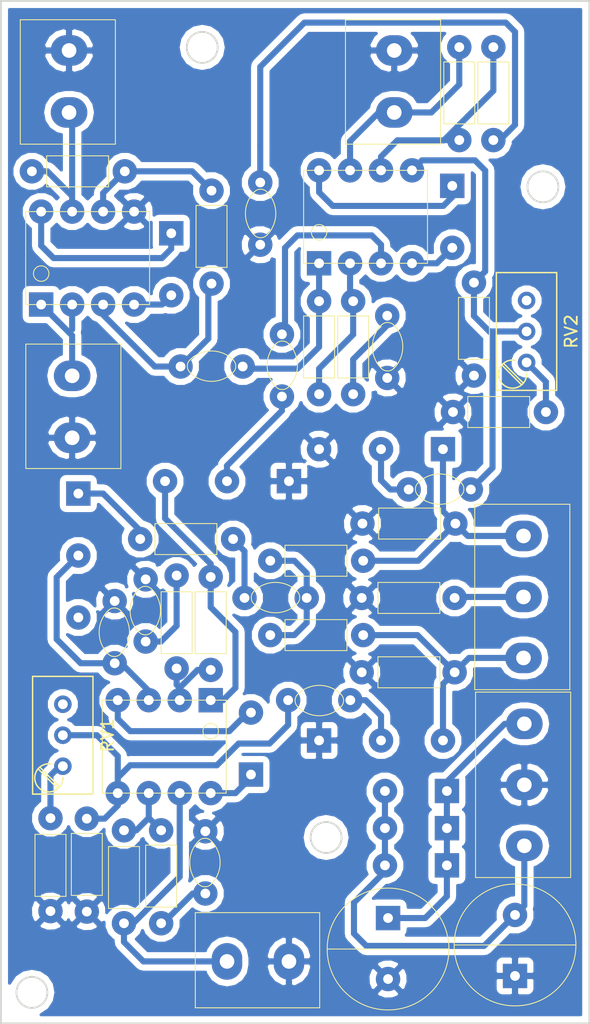
<source format=kicad_pcb>
(kicad_pcb (version 4) (host pcbnew 4.0.6)

  (general
    (links 95)
    (no_connects 6)
    (area 70.536999 100.000999 154.507001 148.411001)
    (thickness 1.6)
    (drawings 8)
    (tracks 220)
    (zones 0)
    (modules 53)
    (nets 35)
  )

  (page A4)
  (layers
    (0 F.Cu signal)
    (31 B.Cu signal)
    (32 B.Adhes user)
    (33 F.Adhes user)
    (34 B.Paste user)
    (35 F.Paste user)
    (36 B.SilkS user)
    (37 F.SilkS user)
    (38 B.Mask user)
    (39 F.Mask user)
    (40 Dwgs.User user)
    (41 Cmts.User user)
    (42 Eco1.User user)
    (43 Eco2.User user)
    (44 Edge.Cuts user)
    (45 Margin user)
    (46 B.CrtYd user)
    (47 F.CrtYd user)
    (48 B.Fab user)
    (49 F.Fab user)
  )

  (setup
    (last_trace_width 0.5)
    (trace_clearance 0.2)
    (zone_clearance 0.508)
    (zone_45_only no)
    (trace_min 0.2)
    (segment_width 0.2)
    (edge_width 0.15)
    (via_size 0.6)
    (via_drill 0.4)
    (via_min_size 0.4)
    (via_min_drill 0.3)
    (uvia_size 0.3)
    (uvia_drill 0.1)
    (uvias_allowed no)
    (uvia_min_size 0.2)
    (uvia_min_drill 0.1)
    (pcb_text_width 0.3)
    (pcb_text_size 1.5 1.5)
    (mod_edge_width 0.15)
    (mod_text_size 1 1)
    (mod_text_width 0.15)
    (pad_size 1.524 1.524)
    (pad_drill 0.762)
    (pad_to_mask_clearance 0.2)
    (aux_axis_origin 0 0)
    (grid_origin -0.508 210.566)
    (visible_elements 7FFFEFFF)
    (pcbplotparams
      (layerselection 0x00030_80000001)
      (usegerberextensions false)
      (excludeedgelayer true)
      (linewidth 0.400000)
      (plotframeref false)
      (viasonmask false)
      (mode 1)
      (useauxorigin false)
      (hpglpennumber 1)
      (hpglpenspeed 20)
      (hpglpendiameter 15)
      (hpglpenoverlay 2)
      (psnegative false)
      (psa4output false)
      (plotreference true)
      (plotvalue true)
      (plotinvisibletext false)
      (padsonsilk false)
      (subtractmaskfromsilk false)
      (outputformat 1)
      (mirror false)
      (drillshape 1)
      (scaleselection 1)
      (outputdirectory ""))
  )

  (net 0 "")
  (net 1 "Net-(C1-Pad1)")
  (net 2 "Net-(C1-Pad2)")
  (net 3 "Net-(C2-Pad1)")
  (net 4 GND)
  (net 5 "Net-(C3-Pad1)")
  (net 6 "Net-(C4-Pad1)")
  (net 7 "Net-(C5-Pad1)")
  (net 8 "Net-(C6-Pad1)")
  (net 9 "Net-(C6-Pad2)")
  (net 10 "Net-(C7-Pad1)")
  (net 11 "Net-(C8-Pad1)")
  (net 12 "Net-(C8-Pad2)")
  (net 13 "Net-(C9-Pad1)")
  (net 14 "Net-(C10-Pad1)")
  (net 15 "Net-(C10-Pad2)")
  (net 16 VCC)
  (net 17 VSS)
  (net 18 Sx)
  (net 19 Dx)
  (net 20 "Net-(J4-Pad1)")
  (net 21 "Net-(J5-Pad3)")
  (net 22 "Net-(R16-Pad1)")
  (net 23 "Net-(C2-Pad2)")
  (net 24 "Net-(J1-Pad1)")
  (net 25 "Net-(J8-Pad1)")
  (net 26 "Net-(J11-Pad1)")
  (net 27 "Net-(J12-Pad1)")
  (net 28 "Net-(J13-Pad2)")
  (net 29 "Net-(R4-Pad2)")
  (net 30 "Net-(R6-Pad1)")
  (net 31 "Net-(R7-Pad1)")
  (net 32 "Net-(R10-Pad2)")
  (net 33 "Net-(R11-Pad1)")
  (net 34 "Net-(R13-Pad1)")

  (net_class Default "Questo è il gruppo di collegamenti predefinito"
    (clearance 0.2)
    (trace_width 0.5)
    (via_dia 0.6)
    (via_drill 0.4)
    (uvia_dia 0.3)
    (uvia_drill 0.1)
    (add_net Dx)
    (add_net GND)
    (add_net "Net-(C1-Pad1)")
    (add_net "Net-(C1-Pad2)")
    (add_net "Net-(C10-Pad1)")
    (add_net "Net-(C10-Pad2)")
    (add_net "Net-(C2-Pad1)")
    (add_net "Net-(C2-Pad2)")
    (add_net "Net-(C3-Pad1)")
    (add_net "Net-(C4-Pad1)")
    (add_net "Net-(C5-Pad1)")
    (add_net "Net-(C6-Pad1)")
    (add_net "Net-(C6-Pad2)")
    (add_net "Net-(C7-Pad1)")
    (add_net "Net-(C8-Pad1)")
    (add_net "Net-(C8-Pad2)")
    (add_net "Net-(C9-Pad1)")
    (add_net "Net-(J1-Pad1)")
    (add_net "Net-(J11-Pad1)")
    (add_net "Net-(J12-Pad1)")
    (add_net "Net-(J13-Pad2)")
    (add_net "Net-(J4-Pad1)")
    (add_net "Net-(J5-Pad3)")
    (add_net "Net-(J8-Pad1)")
    (add_net "Net-(R10-Pad2)")
    (add_net "Net-(R11-Pad1)")
    (add_net "Net-(R13-Pad1)")
    (add_net "Net-(R16-Pad1)")
    (add_net "Net-(R4-Pad2)")
    (add_net "Net-(R6-Pad1)")
    (add_net "Net-(R7-Pad1)")
    (add_net Sx)
    (add_net VCC)
    (add_net VSS)
  )

  (module Impronte:AK300-2 (layer F.Cu) (tedit 5943A25F) (tstamp 5989B02E)
    (at 67.194845 92.946863)
    (descr CONNECTOR)
    (tags CONNECTOR)
    (path /5989AB8C)
    (attr virtual)
    (fp_text reference J4 (at -1.2 -3.2) (layer Eco1.User)
      (effects (font (size 0.5 0.5) (thickness 0.1)))
    )
    (fp_text value SX (at 1.8 -2.4) (layer Eco2.User)
      (effects (font (size 0.5 0.5) (thickness 0.1)))
    )
    (fp_line (start 7.6 3.8) (end 7.6 -4) (layer F.SilkS) (width 0.075))
    (fp_line (start -2.6 3.8) (end 7.6 3.8) (layer F.SilkS) (width 0.075))
    (fp_line (start -2.6 -4) (end -2.6 3.8) (layer F.SilkS) (width 0.075))
    (fp_line (start 7.6 -4) (end -2.6 -4) (layer F.SilkS) (width 0.075))
    (pad 1 thru_hole oval (at 0 0) (size 2.5 3) (drill 1.2) (layers *.Cu F.Paste F.Mask)
      (net 20 "Net-(J4-Pad1)"))
    (pad 2 thru_hole oval (at 5.08 0) (size 2.5 3) (drill 1.2) (layers *.Cu F.Paste F.Mask)
      (net 4 GND))
    (model "F:/Dropbox/Elettronica/Kicad/Modelli 3D/AK300-2.wrl"
      (at (xyz 0 0 0))
      (scale (xyz 1 1 1))
      (rotate (xyz -90 0 0))
    )
  )

  (module Impronte:Res_Orizz_7mm (layer F.Cu) (tedit 59438C30) (tstamp 5989B0AF)
    (at 86.244845 21.746897 270)
    (descr "Resistor, Axial,  RM 10mm, 1/3W")
    (tags "Resistor Axial RM 10mm 1/3W")
    (path /598A1622)
    (fp_text reference R15 (at -1.4 -0.85 270) (layer Eco1.User)
      (effects (font (size 0.5 0.5) (thickness 0.1)))
    )
    (fp_text value 12k (at 0.35 0 270) (layer Eco2.User)
      (effects (font (size 0.5 0.5) (thickness 0.1)))
    )
    (fp_line (start -2.54 1.27) (end -2.54 -1.27) (layer F.SilkS) (width 0.075))
    (fp_line (start 2.54 1.27) (end -2.54 1.27) (layer F.SilkS) (width 0.075))
    (fp_line (start 2.54 1.27) (end 2.54 -1.27) (layer F.SilkS) (width 0.075))
    (fp_line (start 2.54 -1.27) (end -2.54 -1.27) (layer F.SilkS) (width 0.075))
    (pad 1 thru_hole circle (at -3.75 0 270) (size 2 2) (drill 0.8) (layers *.Cu *.Mask)
      (net 25 "Net-(J8-Pad1)"))
    (pad 2 thru_hole circle (at 3.87 0 270) (size 2 2) (drill 0.8) (layers *.Cu *.Mask)
      (net 34 "Net-(R13-Pad1)"))
    (model Resistors_THT.3dshapes/R_Axial_DIN0207_L6.3mm_D2.5mm_P7.62mm_Horizontal.wrl
      (at (xyz -0.15 0 0))
      (scale (xyz 0.4 0.4 0.4))
      (rotate (xyz 0 0 0))
    )
  )

  (module Impronte:Res_Orizz_7mm (layer F.Cu) (tedit 59438C30) (tstamp 5989B073)
    (at 55.697261 84.992897 270)
    (descr "Resistor, Axial,  RM 10mm, 1/3W")
    (tags "Resistor Axial RM 10mm 1/3W")
    (path /5989089A)
    (fp_text reference R5 (at -1.4 -0.85 270) (layer Eco1.User)
      (effects (font (size 0.5 0.5) (thickness 0.1)))
    )
    (fp_text value 470 (at 0.35 0 270) (layer Eco2.User)
      (effects (font (size 0.5 0.5) (thickness 0.1)))
    )
    (fp_line (start -2.54 1.27) (end -2.54 -1.27) (layer F.SilkS) (width 0.075))
    (fp_line (start 2.54 1.27) (end -2.54 1.27) (layer F.SilkS) (width 0.075))
    (fp_line (start 2.54 1.27) (end 2.54 -1.27) (layer F.SilkS) (width 0.075))
    (fp_line (start 2.54 -1.27) (end -2.54 -1.27) (layer F.SilkS) (width 0.075))
    (pad 1 thru_hole circle (at -3.75 0 270) (size 2 2) (drill 0.8) (layers *.Cu *.Mask)
      (net 23 "Net-(C2-Pad2)"))
    (pad 2 thru_hole circle (at 3.87 0 270) (size 2 2) (drill 0.8) (layers *.Cu *.Mask)
      (net 4 GND))
    (model Resistors_THT.3dshapes/R_Axial_DIN0207_L6.3mm_D2.5mm_P7.62mm_Horizontal.wrl
      (at (xyz -0.15 0 0))
      (scale (xyz 0.4 0.4 0.4))
      (rotate (xyz 0 0 0))
    )
  )

  (module Potentiometers:Potentiometer_Trimmer_Bourns_3296W (layer F.Cu) (tedit 58826ECB) (tstamp 5989B0F3)
    (at 91.765261 43.844897 270)
    (descr "Spindle Trimmer Potentiometer, Bourns 3296W, https://www.bourns.com/pdfs/3296.pdf")
    (tags "Spindle Trimmer Potentiometer   Bourns 3296W")
    (path /598A15FC)
    (fp_text reference RV2 (at -2.54 -3.66 270) (layer F.SilkS)
      (effects (font (size 1 1) (thickness 0.15)))
    )
    (fp_text value 10k (at -2.54 3.67 270) (layer F.Fab)
      (effects (font (size 1 1) (thickness 0.15)))
    )
    (fp_arc (start 0.955 1.15) (end 0.955 2.305) (angle -182) (layer F.SilkS) (width 0.12))
    (fp_arc (start 0.955 1.15) (end -0.174 0.91) (angle -103) (layer F.SilkS) (width 0.12))
    (fp_circle (center 0.955 1.15) (end 2.05 1.15) (layer F.Fab) (width 0.1))
    (fp_line (start -7.305 -2.41) (end -7.305 2.42) (layer F.Fab) (width 0.1))
    (fp_line (start -7.305 2.42) (end 2.225 2.42) (layer F.Fab) (width 0.1))
    (fp_line (start 2.225 2.42) (end 2.225 -2.41) (layer F.Fab) (width 0.1))
    (fp_line (start 2.225 -2.41) (end -7.305 -2.41) (layer F.Fab) (width 0.1))
    (fp_line (start 1.786 0.454) (end 0.259 1.981) (layer F.Fab) (width 0.1))
    (fp_line (start 1.652 0.32) (end 0.125 1.847) (layer F.Fab) (width 0.1))
    (fp_line (start -7.365 -2.47) (end 2.285 -2.47) (layer F.SilkS) (width 0.12))
    (fp_line (start -7.365 2.481) (end 2.285 2.481) (layer F.SilkS) (width 0.12))
    (fp_line (start -7.365 -2.47) (end -7.365 2.481) (layer F.SilkS) (width 0.12))
    (fp_line (start 2.285 -2.47) (end 2.285 2.481) (layer F.SilkS) (width 0.12))
    (fp_line (start 1.831 0.416) (end 0.22 2.026) (layer F.SilkS) (width 0.12))
    (fp_line (start 1.691 0.275) (end 0.079 1.885) (layer F.SilkS) (width 0.12))
    (fp_line (start -7.6 -2.7) (end -7.6 2.7) (layer F.CrtYd) (width 0.05))
    (fp_line (start -7.6 2.7) (end 2.5 2.7) (layer F.CrtYd) (width 0.05))
    (fp_line (start 2.5 2.7) (end 2.5 -2.7) (layer F.CrtYd) (width 0.05))
    (fp_line (start 2.5 -2.7) (end -7.6 -2.7) (layer F.CrtYd) (width 0.05))
    (pad 1 thru_hole circle (at 0 0 270) (size 1.44 1.44) (drill 0.8) (layers *.Cu *.Mask)
      (net 32 "Net-(R10-Pad2)"))
    (pad 2 thru_hole circle (at -2.54 0 270) (size 1.44 1.44) (drill 0.8) (layers *.Cu *.Mask)
      (net 12 "Net-(C8-Pad2)"))
    (pad 3 thru_hole circle (at -5.08 0 270) (size 1.44 1.44) (drill 0.8) (layers *.Cu *.Mask))
    (model Potentiometers.3dshapes/Potentiometer_Trimmer_Bourns_3296W.wrl
      (at (xyz 0 0 0))
      (scale (xyz 1 1 1))
      (rotate (xyz 0 0 -90))
    )
  )

  (module Impronte:Cap_5x2.7 (layer F.Cu) (tedit 59439273) (tstamp 5989AFD1)
    (at 64.116845 87.378863 90)
    (path /598916EF)
    (fp_text reference C3 (at 1.016 -0.254 90) (layer Eco1.User)
      (effects (font (size 0.5 0.5) (thickness 0.1)))
    )
    (fp_text value 1u (at 2.159 1.27 90) (layer Eco2.User)
      (effects (font (size 0.5 0.5) (thickness 0.1)))
    )
    (fp_arc (start 1.27 1.27) (end 0.762 1.778) (angle 90) (layer F.SilkS) (width 0.075))
    (fp_arc (start 2.54 0) (end 4.318 1.778) (angle 90) (layer F.SilkS) (width 0.075))
    (fp_arc (start 3.81 1.27) (end 4.318 0.762) (angle 90) (layer F.SilkS) (width 0.075))
    (fp_arc (start 2.54 2.54) (end 0.762 0.762) (angle 90) (layer F.SilkS) (width 0.075))
    (pad 1 thru_hole circle (at 0 1.3 90) (size 2 2) (drill 0.8) (layers *.Cu *.Mask)
      (net 5 "Net-(C3-Pad1)"))
    (pad 2 thru_hole circle (at 5.1 1.3 90) (size 2 2) (drill 0.8) (layers *.Cu *.Mask)
      (net 4 GND))
    (model Capacitors_ThroughHole.3dshapes/C_Disc_D3_P2.5.wrl
      (at (xyz 0.1 -0.05 0.075))
      (scale (xyz 2 2 2))
      (rotate (xyz 0 0 0))
    )
  )

  (module Impronte:Cap_5x2.7 (layer F.Cu) (tedit 59439273) (tstamp 5989AFC5)
    (at 68.631261 61.848897)
    (path /598912D2)
    (fp_text reference C1 (at 1.016 -0.254) (layer Eco1.User)
      (effects (font (size 0.5 0.5) (thickness 0.1)))
    )
    (fp_text value 1u (at 2.159 1.27) (layer Eco2.User)
      (effects (font (size 0.5 0.5) (thickness 0.1)))
    )
    (fp_arc (start 1.27 1.27) (end 0.762 1.778) (angle 90) (layer F.SilkS) (width 0.075))
    (fp_arc (start 2.54 0) (end 4.318 1.778) (angle 90) (layer F.SilkS) (width 0.075))
    (fp_arc (start 3.81 1.27) (end 4.318 0.762) (angle 90) (layer F.SilkS) (width 0.075))
    (fp_arc (start 2.54 2.54) (end 0.762 0.762) (angle 90) (layer F.SilkS) (width 0.075))
    (pad 1 thru_hole circle (at 0 1.3) (size 2 2) (drill 0.8) (layers *.Cu *.Mask)
      (net 1 "Net-(C1-Pad1)"))
    (pad 2 thru_hole circle (at 5.1 1.3) (size 2 2) (drill 0.8) (layers *.Cu *.Mask)
      (net 2 "Net-(C1-Pad2)"))
    (model Capacitors_ThroughHole.3dshapes/C_Disc_D3_P2.5.wrl
      (at (xyz 0.1 -0.05 0.075))
      (scale (xyz 2 2 2))
      (rotate (xyz 0 0 0))
    )
  )

  (module Impronte:Cap_5x2.7 (layer F.Cu) (tedit 59439273) (tstamp 5989AFCB)
    (at 77.307261 72.830897 180)
    (path /5988F164)
    (fp_text reference C2 (at 1.016 -0.254 180) (layer Eco1.User)
      (effects (font (size 0.5 0.5) (thickness 0.1)))
    )
    (fp_text value 1u (at 2.159 1.27 180) (layer Eco2.User)
      (effects (font (size 0.5 0.5) (thickness 0.1)))
    )
    (fp_arc (start 1.27 1.27) (end 0.762 1.778) (angle 90) (layer F.SilkS) (width 0.075))
    (fp_arc (start 2.54 0) (end 4.318 1.778) (angle 90) (layer F.SilkS) (width 0.075))
    (fp_arc (start 3.81 1.27) (end 4.318 0.762) (angle 90) (layer F.SilkS) (width 0.075))
    (fp_arc (start 2.54 2.54) (end 0.762 0.762) (angle 90) (layer F.SilkS) (width 0.075))
    (pad 1 thru_hole circle (at 0 1.3 180) (size 2 2) (drill 0.8) (layers *.Cu *.Mask)
      (net 3 "Net-(C2-Pad1)"))
    (pad 2 thru_hole circle (at 5.1 1.3 180) (size 2 2) (drill 0.8) (layers *.Cu *.Mask)
      (net 23 "Net-(C2-Pad2)"))
    (model Capacitors_ThroughHole.3dshapes/C_Disc_D3_P2.5.wrl
      (at (xyz 0.1 -0.05 0.075))
      (scale (xyz 2 2 2))
      (rotate (xyz 0 0 0))
    )
  )

  (module Impronte:Cap_5x2.7 (layer F.Cu) (tedit 59439273) (tstamp 5989AFD7)
    (at 56.683261 68.502897 90)
    (path /5988E2DF)
    (fp_text reference C4 (at 1.016 -0.254 90) (layer Eco1.User)
      (effects (font (size 0.5 0.5) (thickness 0.1)))
    )
    (fp_text value 1u (at 2.159 1.27 90) (layer Eco2.User)
      (effects (font (size 0.5 0.5) (thickness 0.1)))
    )
    (fp_arc (start 1.27 1.27) (end 0.762 1.778) (angle 90) (layer F.SilkS) (width 0.075))
    (fp_arc (start 2.54 0) (end 4.318 1.778) (angle 90) (layer F.SilkS) (width 0.075))
    (fp_arc (start 3.81 1.27) (end 4.318 0.762) (angle 90) (layer F.SilkS) (width 0.075))
    (fp_arc (start 2.54 2.54) (end 0.762 0.762) (angle 90) (layer F.SilkS) (width 0.075))
    (pad 1 thru_hole circle (at 0 1.3 90) (size 2 2) (drill 0.8) (layers *.Cu *.Mask)
      (net 6 "Net-(C4-Pad1)"))
    (pad 2 thru_hole circle (at 5.1 1.3 90) (size 2 2) (drill 0.8) (layers *.Cu *.Mask)
      (net 4 GND))
    (model Capacitors_ThroughHole.3dshapes/C_Disc_D3_P2.5.wrl
      (at (xyz 0.1 -0.05 0.075))
      (scale (xyz 2 2 2))
      (rotate (xyz 0 0 0))
    )
  )

  (module Impronte:Cap_5x2.7 (layer F.Cu) (tedit 59439273) (tstamp 5989AFDD)
    (at 59.223261 66.724897 90)
    (path /5988CA7F)
    (fp_text reference C5 (at 1.016 -0.254 90) (layer Eco1.User)
      (effects (font (size 0.5 0.5) (thickness 0.1)))
    )
    (fp_text value 1u (at 2.159 1.27 90) (layer Eco2.User)
      (effects (font (size 0.5 0.5) (thickness 0.1)))
    )
    (fp_arc (start 1.27 1.27) (end 0.762 1.778) (angle 90) (layer F.SilkS) (width 0.075))
    (fp_arc (start 2.54 0) (end 4.318 1.778) (angle 90) (layer F.SilkS) (width 0.075))
    (fp_arc (start 3.81 1.27) (end 4.318 0.762) (angle 90) (layer F.SilkS) (width 0.075))
    (fp_arc (start 2.54 2.54) (end 0.762 0.762) (angle 90) (layer F.SilkS) (width 0.075))
    (pad 1 thru_hole circle (at 0 1.3 90) (size 2 2) (drill 0.8) (layers *.Cu *.Mask)
      (net 7 "Net-(C5-Pad1)"))
    (pad 2 thru_hole circle (at 5.1 1.3 90) (size 2 2) (drill 0.8) (layers *.Cu *.Mask)
      (net 4 GND))
    (model Capacitors_ThroughHole.3dshapes/C_Disc_D3_P2.5.wrl
      (at (xyz 0.1 -0.05 0.075))
      (scale (xyz 2 2 2))
      (rotate (xyz 0 0 0))
    )
  )

  (module Impronte:Cap_5x2.7 (layer F.Cu) (tedit 59439273) (tstamp 5989AFE3)
    (at 72.999261 41.538897 270)
    (path /598935B0)
    (fp_text reference C6 (at 1.016 -0.254 270) (layer Eco1.User)
      (effects (font (size 0.5 0.5) (thickness 0.1)))
    )
    (fp_text value 1u (at 2.159 1.27 270) (layer Eco2.User)
      (effects (font (size 0.5 0.5) (thickness 0.1)))
    )
    (fp_arc (start 1.27 1.27) (end 0.762 1.778) (angle 90) (layer F.SilkS) (width 0.075))
    (fp_arc (start 2.54 0) (end 4.318 1.778) (angle 90) (layer F.SilkS) (width 0.075))
    (fp_arc (start 3.81 1.27) (end 4.318 0.762) (angle 90) (layer F.SilkS) (width 0.075))
    (fp_arc (start 2.54 2.54) (end 0.762 0.762) (angle 90) (layer F.SilkS) (width 0.075))
    (pad 1 thru_hole circle (at 0 1.3 270) (size 2 2) (drill 0.8) (layers *.Cu *.Mask)
      (net 8 "Net-(C6-Pad1)"))
    (pad 2 thru_hole circle (at 5.1 1.3 270) (size 2 2) (drill 0.8) (layers *.Cu *.Mask)
      (net 9 "Net-(C6-Pad2)"))
    (model Capacitors_ThroughHole.3dshapes/C_Disc_D3_P2.5.wrl
      (at (xyz 0.1 -0.05 0.075))
      (scale (xyz 2 2 2))
      (rotate (xyz 0 0 0))
    )
  )

  (module Impronte:Cap_5x2.7 (layer F.Cu) (tedit 59439273) (tstamp 5989AFE9)
    (at 81.635261 40.014897 270)
    (path /5989340E)
    (fp_text reference C7 (at 1.016 -0.254 270) (layer Eco1.User)
      (effects (font (size 0.5 0.5) (thickness 0.1)))
    )
    (fp_text value 1u (at 2.159 1.27 270) (layer Eco2.User)
      (effects (font (size 0.5 0.5) (thickness 0.1)))
    )
    (fp_arc (start 1.27 1.27) (end 0.762 1.778) (angle 90) (layer F.SilkS) (width 0.075))
    (fp_arc (start 2.54 0) (end 4.318 1.778) (angle 90) (layer F.SilkS) (width 0.075))
    (fp_arc (start 3.81 1.27) (end 4.318 0.762) (angle 90) (layer F.SilkS) (width 0.075))
    (fp_arc (start 2.54 2.54) (end 0.762 0.762) (angle 90) (layer F.SilkS) (width 0.075))
    (pad 1 thru_hole circle (at 0 1.3 270) (size 2 2) (drill 0.8) (layers *.Cu *.Mask)
      (net 10 "Net-(C7-Pad1)"))
    (pad 2 thru_hole circle (at 5.1 1.3 270) (size 2 2) (drill 0.8) (layers *.Cu *.Mask)
      (net 4 GND))
    (model Capacitors_ThroughHole.3dshapes/C_Disc_D3_P2.5.wrl
      (at (xyz 0.1 -0.05 0.075))
      (scale (xyz 2 2 2))
      (rotate (xyz 0 0 0))
    )
  )

  (module Impronte:Cap_5x2.7 (layer F.Cu) (tedit 59439273) (tstamp 5989AFEF)
    (at 82.093261 52.958897)
    (path /598A1602)
    (fp_text reference C8 (at 1.016 -0.254) (layer Eco1.User)
      (effects (font (size 0.5 0.5) (thickness 0.1)))
    )
    (fp_text value 1u (at 2.159 1.27) (layer Eco2.User)
      (effects (font (size 0.5 0.5) (thickness 0.1)))
    )
    (fp_arc (start 1.27 1.27) (end 0.762 1.778) (angle 90) (layer F.SilkS) (width 0.075))
    (fp_arc (start 2.54 0) (end 4.318 1.778) (angle 90) (layer F.SilkS) (width 0.075))
    (fp_arc (start 3.81 1.27) (end 4.318 0.762) (angle 90) (layer F.SilkS) (width 0.075))
    (fp_arc (start 2.54 2.54) (end 0.762 0.762) (angle 90) (layer F.SilkS) (width 0.075))
    (pad 1 thru_hole circle (at 0 1.3) (size 2 2) (drill 0.8) (layers *.Cu *.Mask)
      (net 11 "Net-(C8-Pad1)"))
    (pad 2 thru_hole circle (at 5.1 1.3) (size 2 2) (drill 0.8) (layers *.Cu *.Mask)
      (net 12 "Net-(C8-Pad2)"))
    (model Capacitors_ThroughHole.3dshapes/C_Disc_D3_P2.5.wrl
      (at (xyz 0.1 -0.05 0.075))
      (scale (xyz 2 2 2))
      (rotate (xyz 0 0 0))
    )
  )

  (module Impronte:Cap_5x2.7 (layer F.Cu) (tedit 59439273) (tstamp 5989AFF5)
    (at 71.221261 29.092897 270)
    (path /598A163A)
    (fp_text reference C9 (at 1.016 -0.254 270) (layer Eco1.User)
      (effects (font (size 0.5 0.5) (thickness 0.1)))
    )
    (fp_text value 1u (at 2.159 1.27 270) (layer Eco2.User)
      (effects (font (size 0.5 0.5) (thickness 0.1)))
    )
    (fp_arc (start 1.27 1.27) (end 0.762 1.778) (angle 90) (layer F.SilkS) (width 0.075))
    (fp_arc (start 2.54 0) (end 4.318 1.778) (angle 90) (layer F.SilkS) (width 0.075))
    (fp_arc (start 3.81 1.27) (end 4.318 0.762) (angle 90) (layer F.SilkS) (width 0.075))
    (fp_arc (start 2.54 2.54) (end 0.762 0.762) (angle 90) (layer F.SilkS) (width 0.075))
    (pad 1 thru_hole circle (at 0 1.3 270) (size 2 2) (drill 0.8) (layers *.Cu *.Mask)
      (net 13 "Net-(C9-Pad1)"))
    (pad 2 thru_hole circle (at 5.1 1.3 270) (size 2 2) (drill 0.8) (layers *.Cu *.Mask)
      (net 4 GND))
    (model Capacitors_ThroughHole.3dshapes/C_Disc_D3_P2.5.wrl
      (at (xyz 0.1 -0.05 0.075))
      (scale (xyz 2 2 2))
      (rotate (xyz 0 0 0))
    )
  )

  (module Impronte:Cap_5x2.7 (layer F.Cu) (tedit 59439273) (tstamp 5989AFFB)
    (at 63.384845 42.878863)
    (path /59898EF1)
    (fp_text reference C10 (at 1.016 -0.254) (layer Eco1.User)
      (effects (font (size 0.5 0.5) (thickness 0.1)))
    )
    (fp_text value 1u (at 2.159 1.27) (layer Eco2.User)
      (effects (font (size 0.5 0.5) (thickness 0.1)))
    )
    (fp_arc (start 1.27 1.27) (end 0.762 1.778) (angle 90) (layer F.SilkS) (width 0.075))
    (fp_arc (start 2.54 0) (end 4.318 1.778) (angle 90) (layer F.SilkS) (width 0.075))
    (fp_arc (start 3.81 1.27) (end 4.318 0.762) (angle 90) (layer F.SilkS) (width 0.075))
    (fp_arc (start 2.54 2.54) (end 0.762 0.762) (angle 90) (layer F.SilkS) (width 0.075))
    (pad 1 thru_hole circle (at 0 1.3) (size 2 2) (drill 0.8) (layers *.Cu *.Mask)
      (net 14 "Net-(C10-Pad1)"))
    (pad 2 thru_hole circle (at 5.1 1.3) (size 2 2) (drill 0.8) (layers *.Cu *.Mask)
      (net 15 "Net-(C10-Pad2)"))
    (model Capacitors_ThroughHole.3dshapes/C_Disc_D3_P2.5.wrl
      (at (xyz 0.1 -0.05 0.075))
      (scale (xyz 2 2 2))
      (rotate (xyz 0 0 0))
    )
  )

  (module Impronte:Cap_10 (layer F.Cu) (tedit 594475BF) (tstamp 5989B00D)
    (at 80.402845 91.930863 270)
    (descr "Radial Electrolytic Capacitor Diameter 10mm x Length 13mm, Pitch 5mm")
    (tags "Electrolytic Capacitor")
    (path /5989FE2C)
    (fp_text reference C13 (at -0.762 -2.286 270) (layer Eco1.User)
      (effects (font (size 0.5 0.5) (thickness 0.1)))
    )
    (fp_text value 470u (at -0.254 2.286 270) (layer Eco2.User)
      (effects (font (size 0.5 0.5) (thickness 0.1)))
    )
    (fp_circle (center 0 0) (end 4.953 0.635) (layer F.SilkS) (width 0.075))
    (fp_line (start 0 -4.953) (end 0 4.953) (layer F.SilkS) (width 0.075))
    (pad 1 thru_hole rect (at -2.54 0 270) (size 2 2) (drill 0.8) (layers *.Cu *.Mask)
      (net 16 VCC))
    (pad 2 thru_hole circle (at 2.46 0 270) (size 2 2) (drill 0.8) (layers *.Cu *.Mask)
      (net 4 GND))
    (model Capacitors_ThroughHole.3dshapes/C_Radial_D10_L13_P5.wrl
      (at (xyz 0 0 0))
      (scale (xyz 1 1 1))
      (rotate (xyz 0 0 90))
    )
  )

  (module Impronte:Cap_10 (layer F.Cu) (tedit 594475BF) (tstamp 5989B013)
    (at 90.816845 91.596863 90)
    (descr "Radial Electrolytic Capacitor Diameter 10mm x Length 13mm, Pitch 5mm")
    (tags "Electrolytic Capacitor")
    (path /5989FCAC)
    (fp_text reference C14 (at -0.762 -2.286 90) (layer Eco1.User)
      (effects (font (size 0.5 0.5) (thickness 0.1)))
    )
    (fp_text value 470u (at -0.254 2.286 90) (layer Eco2.User)
      (effects (font (size 0.5 0.5) (thickness 0.1)))
    )
    (fp_circle (center 0 0) (end 4.953 0.635) (layer F.SilkS) (width 0.075))
    (fp_line (start 0 -4.953) (end 0 4.953) (layer F.SilkS) (width 0.075))
    (pad 1 thru_hole rect (at -2.54 0 90) (size 2 2) (drill 0.8) (layers *.Cu *.Mask)
      (net 4 GND))
    (pad 2 thru_hole circle (at 2.46 0 90) (size 2 2) (drill 0.8) (layers *.Cu *.Mask)
      (net 17 VSS))
    (model Capacitors_ThroughHole.3dshapes/C_Radial_D10_L13_P5.wrl
      (at (xyz 0 0 0))
      (scale (xyz 1 1 1))
      (rotate (xyz 0 0 90))
    )
  )

  (module Impronte:Res_Orizz_7mm (layer F.Cu) (tedit 59438C30) (tstamp 5989B05B)
    (at 74.493261 66.196897)
    (descr "Resistor, Axial,  RM 10mm, 1/3W")
    (tags "Resistor Axial RM 10mm 1/3W")
    (path /5988CE06)
    (fp_text reference R1 (at -1.4 -0.85) (layer Eco1.User)
      (effects (font (size 0.5 0.5) (thickness 0.1)))
    )
    (fp_text value 15k (at 0.35 0) (layer Eco2.User)
      (effects (font (size 0.5 0.5) (thickness 0.1)))
    )
    (fp_line (start -2.54 1.27) (end -2.54 -1.27) (layer F.SilkS) (width 0.075))
    (fp_line (start 2.54 1.27) (end -2.54 1.27) (layer F.SilkS) (width 0.075))
    (fp_line (start 2.54 1.27) (end 2.54 -1.27) (layer F.SilkS) (width 0.075))
    (fp_line (start 2.54 -1.27) (end -2.54 -1.27) (layer F.SilkS) (width 0.075))
    (pad 1 thru_hole circle (at -3.75 0) (size 2 2) (drill 0.8) (layers *.Cu *.Mask)
      (net 2 "Net-(C1-Pad2)"))
    (pad 2 thru_hole circle (at 3.87 0) (size 2 2) (drill 0.8) (layers *.Cu *.Mask)
      (net 18 Sx))
    (model Resistors_THT.3dshapes/R_Axial_DIN0207_L6.3mm_D2.5mm_P7.62mm_Horizontal.wrl
      (at (xyz -0.15 0 0))
      (scale (xyz 0.4 0.4 0.4))
      (rotate (xyz 0 0 0))
    )
  )

  (module Impronte:Res_Orizz_7mm (layer F.Cu) (tedit 59438C30) (tstamp 5989B061)
    (at 74.493261 60.100897)
    (descr "Resistor, Axial,  RM 10mm, 1/3W")
    (tags "Resistor Axial RM 10mm 1/3W")
    (path /5988CD4C)
    (fp_text reference R2 (at -1.4 -0.85) (layer Eco1.User)
      (effects (font (size 0.5 0.5) (thickness 0.1)))
    )
    (fp_text value 15k (at 0.35 0) (layer Eco2.User)
      (effects (font (size 0.5 0.5) (thickness 0.1)))
    )
    (fp_line (start -2.54 1.27) (end -2.54 -1.27) (layer F.SilkS) (width 0.075))
    (fp_line (start 2.54 1.27) (end -2.54 1.27) (layer F.SilkS) (width 0.075))
    (fp_line (start 2.54 1.27) (end 2.54 -1.27) (layer F.SilkS) (width 0.075))
    (fp_line (start 2.54 -1.27) (end -2.54 -1.27) (layer F.SilkS) (width 0.075))
    (pad 1 thru_hole circle (at -3.75 0) (size 2 2) (drill 0.8) (layers *.Cu *.Mask)
      (net 2 "Net-(C1-Pad2)"))
    (pad 2 thru_hole circle (at 3.87 0) (size 2 2) (drill 0.8) (layers *.Cu *.Mask)
      (net 19 Dx))
    (model Resistors_THT.3dshapes/R_Axial_DIN0207_L6.3mm_D2.5mm_P7.62mm_Horizontal.wrl
      (at (xyz -0.15 0 0))
      (scale (xyz 0.4 0.4 0.4))
      (rotate (xyz 0 0 0))
    )
  )

  (module Impronte:Res_Orizz_7mm (layer F.Cu) (tedit 59438C30) (tstamp 5989B067)
    (at 63.825261 58.322897)
    (descr "Resistor, Axial,  RM 10mm, 1/3W")
    (tags "Resistor Axial RM 10mm 1/3W")
    (path /59890BD3)
    (fp_text reference R3 (at -1.4 -0.85) (layer Eco1.User)
      (effects (font (size 0.5 0.5) (thickness 0.1)))
    )
    (fp_text value 1k (at 0.35 0) (layer Eco2.User)
      (effects (font (size 0.5 0.5) (thickness 0.1)))
    )
    (fp_line (start -2.54 1.27) (end -2.54 -1.27) (layer F.SilkS) (width 0.075))
    (fp_line (start 2.54 1.27) (end -2.54 1.27) (layer F.SilkS) (width 0.075))
    (fp_line (start 2.54 1.27) (end 2.54 -1.27) (layer F.SilkS) (width 0.075))
    (fp_line (start 2.54 -1.27) (end -2.54 -1.27) (layer F.SilkS) (width 0.075))
    (pad 1 thru_hole circle (at -3.75 0) (size 2 2) (drill 0.8) (layers *.Cu *.Mask)
      (net 24 "Net-(J1-Pad1)"))
    (pad 2 thru_hole circle (at 3.87 0) (size 2 2) (drill 0.8) (layers *.Cu *.Mask)
      (net 1 "Net-(C1-Pad1)"))
    (model Resistors_THT.3dshapes/R_Axial_DIN0207_L6.3mm_D2.5mm_P7.62mm_Horizontal.wrl
      (at (xyz -0.15 0 0))
      (scale (xyz 0.4 0.4 0.4))
      (rotate (xyz 0 0 0))
    )
  )

  (module Impronte:Res_Orizz_7mm (layer F.Cu) (tedit 59438C30) (tstamp 5989B06D)
    (at 52.716845 85.072863 90)
    (descr "Resistor, Axial,  RM 10mm, 1/3W")
    (tags "Resistor Axial RM 10mm 1/3W")
    (path /5988FBF5)
    (fp_text reference R4 (at -1.4 -0.85 90) (layer Eco1.User)
      (effects (font (size 0.5 0.5) (thickness 0.1)))
    )
    (fp_text value 470 (at 0.35 0 90) (layer Eco2.User)
      (effects (font (size 0.5 0.5) (thickness 0.1)))
    )
    (fp_line (start -2.54 1.27) (end -2.54 -1.27) (layer F.SilkS) (width 0.075))
    (fp_line (start 2.54 1.27) (end -2.54 1.27) (layer F.SilkS) (width 0.075))
    (fp_line (start 2.54 1.27) (end 2.54 -1.27) (layer F.SilkS) (width 0.075))
    (fp_line (start 2.54 -1.27) (end -2.54 -1.27) (layer F.SilkS) (width 0.075))
    (pad 1 thru_hole circle (at -3.75 0 90) (size 2 2) (drill 0.8) (layers *.Cu *.Mask)
      (net 4 GND))
    (pad 2 thru_hole circle (at 3.87 0 90) (size 2 2) (drill 0.8) (layers *.Cu *.Mask)
      (net 29 "Net-(R4-Pad2)"))
    (model Resistors_THT.3dshapes/R_Axial_DIN0207_L6.3mm_D2.5mm_P7.62mm_Horizontal.wrl
      (at (xyz -0.15 0 0))
      (scale (xyz 0.4 0.4 0.4))
      (rotate (xyz 0 0 0))
    )
  )

  (module Impronte:Res_Orizz_7mm (layer F.Cu) (tedit 59438C30) (tstamp 5989B079)
    (at 61.793261 85.948897 270)
    (descr "Resistor, Axial,  RM 10mm, 1/3W")
    (tags "Resistor Axial RM 10mm 1/3W")
    (path /598913CA)
    (fp_text reference R6 (at -1.4 -0.85 270) (layer Eco1.User)
      (effects (font (size 0.5 0.5) (thickness 0.1)))
    )
    (fp_text value 4.7k (at 0.35 0 270) (layer Eco2.User)
      (effects (font (size 0.5 0.5) (thickness 0.1)))
    )
    (fp_line (start -2.54 1.27) (end -2.54 -1.27) (layer F.SilkS) (width 0.075))
    (fp_line (start 2.54 1.27) (end -2.54 1.27) (layer F.SilkS) (width 0.075))
    (fp_line (start 2.54 1.27) (end 2.54 -1.27) (layer F.SilkS) (width 0.075))
    (fp_line (start 2.54 -1.27) (end -2.54 -1.27) (layer F.SilkS) (width 0.075))
    (pad 1 thru_hole circle (at -3.75 0 270) (size 2 2) (drill 0.8) (layers *.Cu *.Mask)
      (net 30 "Net-(R6-Pad1)"))
    (pad 2 thru_hole circle (at 3.87 0 270) (size 2 2) (drill 0.8) (layers *.Cu *.Mask)
      (net 5 "Net-(C3-Pad1)"))
    (model Resistors_THT.3dshapes/R_Axial_DIN0207_L6.3mm_D2.5mm_P7.62mm_Horizontal.wrl
      (at (xyz -0.15 0 0))
      (scale (xyz 0.4 0.4 0.4))
      (rotate (xyz 0 0 0))
    )
  )

  (module Impronte:Res_Orizz_7mm (layer F.Cu) (tedit 59438C30) (tstamp 5989B07F)
    (at 63.063261 65.180897 90)
    (descr "Resistor, Axial,  RM 10mm, 1/3W")
    (tags "Resistor Axial RM 10mm 1/3W")
    (path /5988CA6D)
    (fp_text reference R7 (at -1.4 -0.85 90) (layer Eco1.User)
      (effects (font (size 0.5 0.5) (thickness 0.1)))
    )
    (fp_text value 4.7k (at 0.35 0 90) (layer Eco2.User)
      (effects (font (size 0.5 0.5) (thickness 0.1)))
    )
    (fp_line (start -2.54 1.27) (end -2.54 -1.27) (layer F.SilkS) (width 0.075))
    (fp_line (start 2.54 1.27) (end -2.54 1.27) (layer F.SilkS) (width 0.075))
    (fp_line (start 2.54 1.27) (end 2.54 -1.27) (layer F.SilkS) (width 0.075))
    (fp_line (start 2.54 -1.27) (end -2.54 -1.27) (layer F.SilkS) (width 0.075))
    (pad 1 thru_hole circle (at -3.75 0 90) (size 2 2) (drill 0.8) (layers *.Cu *.Mask)
      (net 31 "Net-(R7-Pad1)"))
    (pad 2 thru_hole circle (at 3.87 0 90) (size 2 2) (drill 0.8) (layers *.Cu *.Mask)
      (net 7 "Net-(C5-Pad1)"))
    (model Resistors_THT.3dshapes/R_Axial_DIN0207_L6.3mm_D2.5mm_P7.62mm_Horizontal.wrl
      (at (xyz -0.15 0 0))
      (scale (xyz 0.4 0.4 0.4))
      (rotate (xyz 0 0 0))
    )
  )

  (module Impronte:Res_Orizz_7mm (layer F.Cu) (tedit 59438C30) (tstamp 5989B085)
    (at 58.745261 86.068897 90)
    (descr "Resistor, Axial,  RM 10mm, 1/3W")
    (tags "Resistor Axial RM 10mm 1/3W")
    (path /5989133E)
    (fp_text reference R8 (at -1.4 -0.85 90) (layer Eco1.User)
      (effects (font (size 0.5 0.5) (thickness 0.1)))
    )
    (fp_text value 12k (at 0.35 0 90) (layer Eco2.User)
      (effects (font (size 0.5 0.5) (thickness 0.1)))
    )
    (fp_line (start -2.54 1.27) (end -2.54 -1.27) (layer F.SilkS) (width 0.075))
    (fp_line (start 2.54 1.27) (end -2.54 1.27) (layer F.SilkS) (width 0.075))
    (fp_line (start 2.54 1.27) (end 2.54 -1.27) (layer F.SilkS) (width 0.075))
    (fp_line (start 2.54 -1.27) (end -2.54 -1.27) (layer F.SilkS) (width 0.075))
    (pad 1 thru_hole circle (at -3.75 0 90) (size 2 2) (drill 0.8) (layers *.Cu *.Mask)
      (net 20 "Net-(J4-Pad1)"))
    (pad 2 thru_hole circle (at 3.87 0 90) (size 2 2) (drill 0.8) (layers *.Cu *.Mask)
      (net 30 "Net-(R6-Pad1)"))
    (model Resistors_THT.3dshapes/R_Axial_DIN0207_L6.3mm_D2.5mm_P7.62mm_Horizontal.wrl
      (at (xyz -0.15 0 0))
      (scale (xyz 0.4 0.4 0.4))
      (rotate (xyz 0 0 0))
    )
  )

  (module Impronte:Res_Orizz_7mm (layer F.Cu) (tedit 59438C30) (tstamp 5989B08B)
    (at 65.857261 65.180897 270)
    (descr "Resistor, Axial,  RM 10mm, 1/3W")
    (tags "Resistor Axial RM 10mm 1/3W")
    (path /5988CA67)
    (fp_text reference R9 (at -1.4 -0.85 270) (layer Eco1.User)
      (effects (font (size 0.5 0.5) (thickness 0.1)))
    )
    (fp_text value 6.8k (at 0.35 0 270) (layer Eco2.User)
      (effects (font (size 0.5 0.5) (thickness 0.1)))
    )
    (fp_line (start -2.54 1.27) (end -2.54 -1.27) (layer F.SilkS) (width 0.075))
    (fp_line (start 2.54 1.27) (end -2.54 1.27) (layer F.SilkS) (width 0.075))
    (fp_line (start 2.54 1.27) (end 2.54 -1.27) (layer F.SilkS) (width 0.075))
    (fp_line (start 2.54 -1.27) (end -2.54 -1.27) (layer F.SilkS) (width 0.075))
    (pad 1 thru_hole circle (at -3.75 0 270) (size 2 2) (drill 0.8) (layers *.Cu *.Mask)
      (net 21 "Net-(J5-Pad3)"))
    (pad 2 thru_hole circle (at 3.87 0 270) (size 2 2) (drill 0.8) (layers *.Cu *.Mask)
      (net 31 "Net-(R7-Pad1)"))
    (model Resistors_THT.3dshapes/R_Axial_DIN0207_L6.3mm_D2.5mm_P7.62mm_Horizontal.wrl
      (at (xyz -0.15 0 0))
      (scale (xyz 0.4 0.4 0.4))
      (rotate (xyz 0 0 0))
    )
  )

  (module Impronte:Res_Orizz_7mm (layer F.Cu) (tedit 59438C30) (tstamp 5989B091)
    (at 89.479261 47.908897)
    (descr "Resistor, Axial,  RM 10mm, 1/3W")
    (tags "Resistor Axial RM 10mm 1/3W")
    (path /598A1608)
    (fp_text reference R10 (at -1.4 -0.85) (layer Eco1.User)
      (effects (font (size 0.5 0.5) (thickness 0.1)))
    )
    (fp_text value 470 (at 0.35 0) (layer Eco2.User)
      (effects (font (size 0.5 0.5) (thickness 0.1)))
    )
    (fp_line (start -2.54 1.27) (end -2.54 -1.27) (layer F.SilkS) (width 0.075))
    (fp_line (start 2.54 1.27) (end -2.54 1.27) (layer F.SilkS) (width 0.075))
    (fp_line (start 2.54 1.27) (end 2.54 -1.27) (layer F.SilkS) (width 0.075))
    (fp_line (start 2.54 -1.27) (end -2.54 -1.27) (layer F.SilkS) (width 0.075))
    (pad 1 thru_hole circle (at -3.75 0) (size 2 2) (drill 0.8) (layers *.Cu *.Mask)
      (net 4 GND))
    (pad 2 thru_hole circle (at 3.87 0) (size 2 2) (drill 0.8) (layers *.Cu *.Mask)
      (net 32 "Net-(R10-Pad2)"))
    (model Resistors_THT.3dshapes/R_Axial_DIN0207_L6.3mm_D2.5mm_P7.62mm_Horizontal.wrl
      (at (xyz -0.15 0 0))
      (scale (xyz 0.4 0.4 0.4))
      (rotate (xyz 0 0 0))
    )
  )

  (module Impronte:Res_Orizz_7mm (layer F.Cu) (tedit 59438C30) (tstamp 5989B097)
    (at 77.541261 42.574897 270)
    (descr "Resistor, Axial,  RM 10mm, 1/3W")
    (tags "Resistor Axial RM 10mm 1/3W")
    (path /598933FC)
    (fp_text reference R11 (at -1.4 -0.85 270) (layer Eco1.User)
      (effects (font (size 0.5 0.5) (thickness 0.1)))
    )
    (fp_text value 4.7k (at 0.35 0 270) (layer Eco2.User)
      (effects (font (size 0.5 0.5) (thickness 0.1)))
    )
    (fp_line (start -2.54 1.27) (end -2.54 -1.27) (layer F.SilkS) (width 0.075))
    (fp_line (start 2.54 1.27) (end -2.54 1.27) (layer F.SilkS) (width 0.075))
    (fp_line (start 2.54 1.27) (end 2.54 -1.27) (layer F.SilkS) (width 0.075))
    (fp_line (start 2.54 -1.27) (end -2.54 -1.27) (layer F.SilkS) (width 0.075))
    (pad 1 thru_hole circle (at -3.75 0 270) (size 2 2) (drill 0.8) (layers *.Cu *.Mask)
      (net 33 "Net-(R11-Pad1)"))
    (pad 2 thru_hole circle (at 3.87 0 270) (size 2 2) (drill 0.8) (layers *.Cu *.Mask)
      (net 10 "Net-(C7-Pad1)"))
    (model Resistors_THT.3dshapes/R_Axial_DIN0207_L6.3mm_D2.5mm_P7.62mm_Horizontal.wrl
      (at (xyz -0.15 0 0))
      (scale (xyz 0.4 0.4 0.4))
      (rotate (xyz 0 0 0))
    )
  )

  (module Impronte:Res_Orizz_7mm (layer F.Cu) (tedit 59438C30) (tstamp 5989B09D)
    (at 87.447261 41.050897 270)
    (descr "Resistor, Axial,  RM 10mm, 1/3W")
    (tags "Resistor Axial RM 10mm 1/3W")
    (path /598A1615)
    (fp_text reference R12 (at -1.4 -0.85 270) (layer Eco1.User)
      (effects (font (size 0.5 0.5) (thickness 0.1)))
    )
    (fp_text value 470 (at 0.35 0 270) (layer Eco2.User)
      (effects (font (size 0.5 0.5) (thickness 0.1)))
    )
    (fp_line (start -2.54 1.27) (end -2.54 -1.27) (layer F.SilkS) (width 0.075))
    (fp_line (start 2.54 1.27) (end -2.54 1.27) (layer F.SilkS) (width 0.075))
    (fp_line (start 2.54 1.27) (end 2.54 -1.27) (layer F.SilkS) (width 0.075))
    (fp_line (start 2.54 -1.27) (end -2.54 -1.27) (layer F.SilkS) (width 0.075))
    (pad 1 thru_hole circle (at -3.75 0 270) (size 2 2) (drill 0.8) (layers *.Cu *.Mask)
      (net 12 "Net-(C8-Pad2)"))
    (pad 2 thru_hole circle (at 3.87 0 270) (size 2 2) (drill 0.8) (layers *.Cu *.Mask)
      (net 4 GND))
    (model Resistors_THT.3dshapes/R_Axial_DIN0207_L6.3mm_D2.5mm_P7.62mm_Horizontal.wrl
      (at (xyz -0.15 0 0))
      (scale (xyz 0.4 0.4 0.4))
      (rotate (xyz 0 0 0))
    )
  )

  (module Impronte:Res_Orizz_7mm (layer F.Cu) (tedit 59438C30) (tstamp 5989B0A3)
    (at 89.038845 21.746897 270)
    (descr "Resistor, Axial,  RM 10mm, 1/3W")
    (tags "Resistor Axial RM 10mm 1/3W")
    (path /598A1628)
    (fp_text reference R13 (at -1.4 -0.85 270) (layer Eco1.User)
      (effects (font (size 0.5 0.5) (thickness 0.1)))
    )
    (fp_text value 4.7k (at 0.35 0 270) (layer Eco2.User)
      (effects (font (size 0.5 0.5) (thickness 0.1)))
    )
    (fp_line (start -2.54 1.27) (end -2.54 -1.27) (layer F.SilkS) (width 0.075))
    (fp_line (start 2.54 1.27) (end -2.54 1.27) (layer F.SilkS) (width 0.075))
    (fp_line (start 2.54 1.27) (end 2.54 -1.27) (layer F.SilkS) (width 0.075))
    (fp_line (start 2.54 -1.27) (end -2.54 -1.27) (layer F.SilkS) (width 0.075))
    (pad 1 thru_hole circle (at -3.75 0 270) (size 2 2) (drill 0.8) (layers *.Cu *.Mask)
      (net 34 "Net-(R13-Pad1)"))
    (pad 2 thru_hole circle (at 3.87 0 270) (size 2 2) (drill 0.8) (layers *.Cu *.Mask)
      (net 13 "Net-(C9-Pad1)"))
    (model Resistors_THT.3dshapes/R_Axial_DIN0207_L6.3mm_D2.5mm_P7.62mm_Horizontal.wrl
      (at (xyz -0.15 0 0))
      (scale (xyz 0.4 0.4 0.4))
      (rotate (xyz 0 0 0))
    )
  )

  (module Impronte:Res_Orizz_7mm (layer F.Cu) (tedit 59438C30) (tstamp 5989B0A9)
    (at 74.747261 42.574897 270)
    (descr "Resistor, Axial,  RM 10mm, 1/3W")
    (tags "Resistor Axial RM 10mm 1/3W")
    (path /598933F6)
    (fp_text reference R14 (at -1.4 -0.85 270) (layer Eco1.User)
      (effects (font (size 0.5 0.5) (thickness 0.1)))
    )
    (fp_text value 12k (at 0.35 0 270) (layer Eco2.User)
      (effects (font (size 0.5 0.5) (thickness 0.1)))
    )
    (fp_line (start -2.54 1.27) (end -2.54 -1.27) (layer F.SilkS) (width 0.075))
    (fp_line (start 2.54 1.27) (end -2.54 1.27) (layer F.SilkS) (width 0.075))
    (fp_line (start 2.54 1.27) (end 2.54 -1.27) (layer F.SilkS) (width 0.075))
    (fp_line (start 2.54 -1.27) (end -2.54 -1.27) (layer F.SilkS) (width 0.075))
    (pad 1 thru_hole circle (at -3.75 0 270) (size 2 2) (drill 0.8) (layers *.Cu *.Mask)
      (net 15 "Net-(C10-Pad2)"))
    (pad 2 thru_hole circle (at 3.87 0 270) (size 2 2) (drill 0.8) (layers *.Cu *.Mask)
      (net 33 "Net-(R11-Pad1)"))
    (model Resistors_THT.3dshapes/R_Axial_DIN0207_L6.3mm_D2.5mm_P7.62mm_Horizontal.wrl
      (at (xyz -0.15 0 0))
      (scale (xyz 0.4 0.4 0.4))
      (rotate (xyz 0 0 0))
    )
  )

  (module Impronte:Res_Orizz_7mm (layer F.Cu) (tedit 59438C30) (tstamp 5989B0B5)
    (at 65.924845 33.510863 270)
    (descr "Resistor, Axial,  RM 10mm, 1/3W")
    (tags "Resistor Axial RM 10mm 1/3W")
    (path /598952AA)
    (fp_text reference R16 (at -1.4 -0.85 270) (layer Eco1.User)
      (effects (font (size 0.5 0.5) (thickness 0.1)))
    )
    (fp_text value 4.7k (at 0.35 0 270) (layer Eco2.User)
      (effects (font (size 0.5 0.5) (thickness 0.1)))
    )
    (fp_line (start -2.54 1.27) (end -2.54 -1.27) (layer F.SilkS) (width 0.075))
    (fp_line (start 2.54 1.27) (end -2.54 1.27) (layer F.SilkS) (width 0.075))
    (fp_line (start 2.54 1.27) (end 2.54 -1.27) (layer F.SilkS) (width 0.075))
    (fp_line (start 2.54 -1.27) (end -2.54 -1.27) (layer F.SilkS) (width 0.075))
    (pad 1 thru_hole circle (at -3.75 0 270) (size 2 2) (drill 0.8) (layers *.Cu *.Mask)
      (net 22 "Net-(R16-Pad1)"))
    (pad 2 thru_hole circle (at 3.87 0 270) (size 2 2) (drill 0.8) (layers *.Cu *.Mask)
      (net 14 "Net-(C10-Pad1)"))
    (model Resistors_THT.3dshapes/R_Axial_DIN0207_L6.3mm_D2.5mm_P7.62mm_Horizontal.wrl
      (at (xyz -0.15 0 0))
      (scale (xyz 0.4 0.4 0.4))
      (rotate (xyz 0 0 0))
    )
  )

  (module Impronte:Res_Orizz_7mm (layer F.Cu) (tedit 59438C30) (tstamp 5989B0BB)
    (at 54.942845 28.176863)
    (descr "Resistor, Axial,  RM 10mm, 1/3W")
    (tags "Resistor Axial RM 10mm 1/3W")
    (path /59895072)
    (fp_text reference R17 (at -1.4 -0.85) (layer Eco1.User)
      (effects (font (size 0.5 0.5) (thickness 0.1)))
    )
    (fp_text value 4.7k (at 0.35 0) (layer Eco2.User)
      (effects (font (size 0.5 0.5) (thickness 0.1)))
    )
    (fp_line (start -2.54 1.27) (end -2.54 -1.27) (layer F.SilkS) (width 0.075))
    (fp_line (start 2.54 1.27) (end -2.54 1.27) (layer F.SilkS) (width 0.075))
    (fp_line (start 2.54 1.27) (end 2.54 -1.27) (layer F.SilkS) (width 0.075))
    (fp_line (start 2.54 -1.27) (end -2.54 -1.27) (layer F.SilkS) (width 0.075))
    (pad 1 thru_hole circle (at -3.75 0) (size 2 2) (drill 0.8) (layers *.Cu *.Mask)
      (net 27 "Net-(J12-Pad1)"))
    (pad 2 thru_hole circle (at 3.87 0) (size 2 2) (drill 0.8) (layers *.Cu *.Mask)
      (net 22 "Net-(R16-Pad1)"))
    (model Resistors_THT.3dshapes/R_Axial_DIN0207_L6.3mm_D2.5mm_P7.62mm_Horizontal.wrl
      (at (xyz -0.15 0 0))
      (scale (xyz 0.4 0.4 0.4))
      (rotate (xyz 0 0 0))
    )
  )

  (module Impronte:Res_Orizz_7mm (layer F.Cu) (tedit 59438C30) (tstamp 5989B0D9)
    (at 82.173261 57.052897 180)
    (descr "Resistor, Axial,  RM 10mm, 1/3W")
    (tags "Resistor Axial RM 10mm 1/3W")
    (path /5988E73A)
    (fp_text reference R22 (at -1.4 -0.85 180) (layer Eco1.User)
      (effects (font (size 0.5 0.5) (thickness 0.1)))
    )
    (fp_text value 4.7M (at 0.35 0 180) (layer Eco2.User)
      (effects (font (size 0.5 0.5) (thickness 0.1)))
    )
    (fp_line (start -2.54 1.27) (end -2.54 -1.27) (layer F.SilkS) (width 0.075))
    (fp_line (start 2.54 1.27) (end -2.54 1.27) (layer F.SilkS) (width 0.075))
    (fp_line (start 2.54 1.27) (end 2.54 -1.27) (layer F.SilkS) (width 0.075))
    (fp_line (start 2.54 -1.27) (end -2.54 -1.27) (layer F.SilkS) (width 0.075))
    (pad 1 thru_hole circle (at -3.75 0 180) (size 2 2) (drill 0.8) (layers *.Cu *.Mask)
      (net 19 Dx))
    (pad 2 thru_hole circle (at 3.87 0 180) (size 2 2) (drill 0.8) (layers *.Cu *.Mask)
      (net 4 GND))
    (model Resistors_THT.3dshapes/R_Axial_DIN0207_L6.3mm_D2.5mm_P7.62mm_Horizontal.wrl
      (at (xyz -0.15 0 0))
      (scale (xyz 0.4 0.4 0.4))
      (rotate (xyz 0 0 0))
    )
  )

  (module Impronte:Res_Orizz_7mm (layer F.Cu) (tedit 59438C30) (tstamp 5989B0DF)
    (at 82.113261 63.148897 180)
    (descr "Resistor, Axial,  RM 10mm, 1/3W")
    (tags "Resistor Axial RM 10mm 1/3W")
    (path /5988E783)
    (fp_text reference R23 (at -1.4 -0.85 180) (layer Eco1.User)
      (effects (font (size 0.5 0.5) (thickness 0.1)))
    )
    (fp_text value 2.2 (at 0.35 0 180) (layer Eco2.User)
      (effects (font (size 0.5 0.5) (thickness 0.1)))
    )
    (fp_line (start -2.54 1.27) (end -2.54 -1.27) (layer F.SilkS) (width 0.075))
    (fp_line (start 2.54 1.27) (end -2.54 1.27) (layer F.SilkS) (width 0.075))
    (fp_line (start 2.54 1.27) (end 2.54 -1.27) (layer F.SilkS) (width 0.075))
    (fp_line (start 2.54 -1.27) (end -2.54 -1.27) (layer F.SilkS) (width 0.075))
    (pad 1 thru_hole circle (at -3.75 0 180) (size 2 2) (drill 0.8) (layers *.Cu *.Mask)
      (net 28 "Net-(J13-Pad2)"))
    (pad 2 thru_hole circle (at 3.87 0 180) (size 2 2) (drill 0.8) (layers *.Cu *.Mask)
      (net 4 GND))
    (model Resistors_THT.3dshapes/R_Axial_DIN0207_L6.3mm_D2.5mm_P7.62mm_Horizontal.wrl
      (at (xyz -0.15 0 0))
      (scale (xyz 0.4 0.4 0.4))
      (rotate (xyz 0 0 0))
    )
  )

  (module Impronte:Res_Orizz_7mm (layer F.Cu) (tedit 59438C30) (tstamp 5989B0E5)
    (at 82.113261 69.244897 180)
    (descr "Resistor, Axial,  RM 10mm, 1/3W")
    (tags "Resistor Axial RM 10mm 1/3W")
    (path /5988E585)
    (fp_text reference R24 (at -1.4 -0.85 180) (layer Eco1.User)
      (effects (font (size 0.5 0.5) (thickness 0.1)))
    )
    (fp_text value 4.7M (at 0.35 0 180) (layer Eco2.User)
      (effects (font (size 0.5 0.5) (thickness 0.1)))
    )
    (fp_line (start -2.54 1.27) (end -2.54 -1.27) (layer F.SilkS) (width 0.075))
    (fp_line (start 2.54 1.27) (end -2.54 1.27) (layer F.SilkS) (width 0.075))
    (fp_line (start 2.54 1.27) (end 2.54 -1.27) (layer F.SilkS) (width 0.075))
    (fp_line (start 2.54 -1.27) (end -2.54 -1.27) (layer F.SilkS) (width 0.075))
    (pad 1 thru_hole circle (at -3.75 0 180) (size 2 2) (drill 0.8) (layers *.Cu *.Mask)
      (net 18 Sx))
    (pad 2 thru_hole circle (at 3.87 0 180) (size 2 2) (drill 0.8) (layers *.Cu *.Mask)
      (net 4 GND))
    (model Resistors_THT.3dshapes/R_Axial_DIN0207_L6.3mm_D2.5mm_P7.62mm_Horizontal.wrl
      (at (xyz -0.15 0 0))
      (scale (xyz 0.4 0.4 0.4))
      (rotate (xyz 0 0 0))
    )
  )

  (module Potentiometers:Potentiometer_Trimmer_Bourns_3296W (layer F.Cu) (tedit 58826ECB) (tstamp 5989B0EC)
    (at 53.732845 76.944863 270)
    (descr "Spindle Trimmer Potentiometer, Bourns 3296W, https://www.bourns.com/pdfs/3296.pdf")
    (tags "Spindle Trimmer Potentiometer   Bourns 3296W")
    (path /5988F0DD)
    (fp_text reference RV1 (at -2.54 -3.66 270) (layer F.SilkS)
      (effects (font (size 1 1) (thickness 0.15)))
    )
    (fp_text value 10k (at -2.54 3.67 270) (layer F.Fab)
      (effects (font (size 1 1) (thickness 0.15)))
    )
    (fp_arc (start 0.955 1.15) (end 0.955 2.305) (angle -182) (layer F.SilkS) (width 0.12))
    (fp_arc (start 0.955 1.15) (end -0.174 0.91) (angle -103) (layer F.SilkS) (width 0.12))
    (fp_circle (center 0.955 1.15) (end 2.05 1.15) (layer F.Fab) (width 0.1))
    (fp_line (start -7.305 -2.41) (end -7.305 2.42) (layer F.Fab) (width 0.1))
    (fp_line (start -7.305 2.42) (end 2.225 2.42) (layer F.Fab) (width 0.1))
    (fp_line (start 2.225 2.42) (end 2.225 -2.41) (layer F.Fab) (width 0.1))
    (fp_line (start 2.225 -2.41) (end -7.305 -2.41) (layer F.Fab) (width 0.1))
    (fp_line (start 1.786 0.454) (end 0.259 1.981) (layer F.Fab) (width 0.1))
    (fp_line (start 1.652 0.32) (end 0.125 1.847) (layer F.Fab) (width 0.1))
    (fp_line (start -7.365 -2.47) (end 2.285 -2.47) (layer F.SilkS) (width 0.12))
    (fp_line (start -7.365 2.481) (end 2.285 2.481) (layer F.SilkS) (width 0.12))
    (fp_line (start -7.365 -2.47) (end -7.365 2.481) (layer F.SilkS) (width 0.12))
    (fp_line (start 2.285 -2.47) (end 2.285 2.481) (layer F.SilkS) (width 0.12))
    (fp_line (start 1.831 0.416) (end 0.22 2.026) (layer F.SilkS) (width 0.12))
    (fp_line (start 1.691 0.275) (end 0.079 1.885) (layer F.SilkS) (width 0.12))
    (fp_line (start -7.6 -2.7) (end -7.6 2.7) (layer F.CrtYd) (width 0.05))
    (fp_line (start -7.6 2.7) (end 2.5 2.7) (layer F.CrtYd) (width 0.05))
    (fp_line (start 2.5 2.7) (end 2.5 -2.7) (layer F.CrtYd) (width 0.05))
    (fp_line (start 2.5 -2.7) (end -7.6 -2.7) (layer F.CrtYd) (width 0.05))
    (pad 1 thru_hole circle (at 0 0 270) (size 1.44 1.44) (drill 0.8) (layers *.Cu *.Mask)
      (net 29 "Net-(R4-Pad2)"))
    (pad 2 thru_hole circle (at -2.54 0 270) (size 1.44 1.44) (drill 0.8) (layers *.Cu *.Mask)
      (net 23 "Net-(C2-Pad2)"))
    (pad 3 thru_hole circle (at -5.08 0 270) (size 1.44 1.44) (drill 0.8) (layers *.Cu *.Mask))
    (model Potentiometers.3dshapes/Potentiometer_Trimmer_Bourns_3296W.wrl
      (at (xyz 0 0 0))
      (scale (xyz 1 1 1))
      (rotate (xyz 0 0 -90))
    )
  )

  (module Impronte:DIP-8 (layer F.Cu) (tedit 59438CE5) (tstamp 5989B0FF)
    (at 67.127261 71.530897 180)
    (path /5988CA55)
    (fp_text reference U1 (at 1.143 -4.064 180) (layer Eco1.User)
      (effects (font (size 0.5 0.5) (thickness 0.1)))
    )
    (fp_text value TL072 (at 5.461 -3.81 180) (layer Eco2.User)
      (effects (font (size 0.5 0.5) (thickness 0.1)))
    )
    (fp_line (start 0 0) (end 0 -7.62) (layer F.SilkS) (width 0.075))
    (fp_line (start 10.16 0) (end 0 0) (layer F.SilkS) (width 0.075))
    (fp_line (start 10.16 -7.62) (end 10.16 0) (layer F.SilkS) (width 0.075))
    (fp_line (start 0 -7.62) (end 10.16 -7.62) (layer F.SilkS) (width 0.075))
    (fp_circle (center 1.27 -2.54) (end 1.905 -2.54) (layer F.SilkS) (width 0.075))
    (pad 1 thru_hole rect (at 1.27 0 180) (size 2 2) (drill 0.8) (layers *.Cu *.Mask)
      (net 21 "Net-(J5-Pad3)"))
    (pad 2 thru_hole circle (at 3.81 0 180) (size 2 2) (drill 0.8) (layers *.Cu *.Mask)
      (net 31 "Net-(R7-Pad1)"))
    (pad 3 thru_hole circle (at 6.35 0 180) (size 2 2) (drill 0.8) (layers *.Cu *.Mask)
      (net 6 "Net-(C4-Pad1)"))
    (pad 4 thru_hole circle (at 8.89 0 180) (size 2 2) (drill 0.8) (layers *.Cu *.Mask)
      (net 17 VSS))
    (pad 5 thru_hole circle (at 8.89 -7.62 180) (size 2 2) (drill 0.8) (layers *.Cu *.Mask)
      (net 23 "Net-(C2-Pad2)"))
    (pad 6 thru_hole circle (at 6.35 -7.62 180) (size 2 2) (drill 0.8) (layers *.Cu *.Mask)
      (net 30 "Net-(R6-Pad1)"))
    (pad 7 thru_hole circle (at 3.81 -7.62 180) (size 2 2) (drill 0.8) (layers *.Cu *.Mask)
      (net 20 "Net-(J4-Pad1)"))
    (pad 8 thru_hole circle (at 1.27 -7.62 180) (size 2 2) (drill 0.8) (layers *.Cu *.Mask)
      (net 16 VCC))
    (model Housings_DIP.3dshapes/DIP-8_W7.62mm.wrl
      (at (xyz 0.05 0 0.05))
      (scale (xyz 1 1 1))
      (rotate (xyz 0 0 -90))
    )
  )

  (module Impronte:DIP-8 (layer F.Cu) (tedit 59438CE5) (tstamp 5989B10B)
    (at 73.477261 35.716897)
    (path /59899A5E)
    (fp_text reference U2 (at 1.143 -4.064) (layer Eco1.User)
      (effects (font (size 0.5 0.5) (thickness 0.1)))
    )
    (fp_text value TL072 (at 5.461 -3.81) (layer Eco2.User)
      (effects (font (size 0.5 0.5) (thickness 0.1)))
    )
    (fp_line (start 0 0) (end 0 -7.62) (layer F.SilkS) (width 0.075))
    (fp_line (start 10.16 0) (end 0 0) (layer F.SilkS) (width 0.075))
    (fp_line (start 10.16 -7.62) (end 10.16 0) (layer F.SilkS) (width 0.075))
    (fp_line (start 0 -7.62) (end 10.16 -7.62) (layer F.SilkS) (width 0.075))
    (fp_circle (center 1.27 -2.54) (end 1.905 -2.54) (layer F.SilkS) (width 0.075))
    (pad 1 thru_hole rect (at 1.27 0) (size 2 2) (drill 0.8) (layers *.Cu *.Mask)
      (net 15 "Net-(C10-Pad2)"))
    (pad 2 thru_hole circle (at 3.81 0) (size 2 2) (drill 0.8) (layers *.Cu *.Mask)
      (net 33 "Net-(R11-Pad1)"))
    (pad 3 thru_hole circle (at 6.35 0) (size 2 2) (drill 0.8) (layers *.Cu *.Mask)
      (net 8 "Net-(C6-Pad1)"))
    (pad 4 thru_hole circle (at 8.89 0) (size 2 2) (drill 0.8) (layers *.Cu *.Mask)
      (net 17 VSS))
    (pad 5 thru_hole circle (at 8.89 -7.62) (size 2 2) (drill 0.8) (layers *.Cu *.Mask)
      (net 12 "Net-(C8-Pad2)"))
    (pad 6 thru_hole circle (at 6.35 -7.62) (size 2 2) (drill 0.8) (layers *.Cu *.Mask)
      (net 34 "Net-(R13-Pad1)"))
    (pad 7 thru_hole circle (at 3.81 -7.62) (size 2 2) (drill 0.8) (layers *.Cu *.Mask)
      (net 25 "Net-(J8-Pad1)"))
    (pad 8 thru_hole circle (at 1.27 -7.62) (size 2 2) (drill 0.8) (layers *.Cu *.Mask)
      (net 16 VCC))
    (model Housings_DIP.3dshapes/DIP-8_W7.62mm.wrl
      (at (xyz 0.05 0 0.05))
      (scale (xyz 1 1 1))
      (rotate (xyz 0 0 -90))
    )
  )

  (module Impronte:DIP-8 (layer F.Cu) (tedit 59438CE5) (tstamp 5989B117)
    (at 50.684845 39.098863)
    (path /59894E90)
    (fp_text reference U3 (at 1.143 -4.064) (layer Eco1.User)
      (effects (font (size 0.5 0.5) (thickness 0.1)))
    )
    (fp_text value TL072 (at 5.461 -3.81) (layer Eco2.User)
      (effects (font (size 0.5 0.5) (thickness 0.1)))
    )
    (fp_line (start 0 0) (end 0 -7.62) (layer F.SilkS) (width 0.075))
    (fp_line (start 10.16 0) (end 0 0) (layer F.SilkS) (width 0.075))
    (fp_line (start 10.16 -7.62) (end 10.16 0) (layer F.SilkS) (width 0.075))
    (fp_line (start 0 -7.62) (end 10.16 -7.62) (layer F.SilkS) (width 0.075))
    (fp_circle (center 1.27 -2.54) (end 1.905 -2.54) (layer F.SilkS) (width 0.075))
    (pad 1 thru_hole rect (at 1.27 0) (size 2 2) (drill 0.8) (layers *.Cu *.Mask)
      (net 26 "Net-(J11-Pad1)"))
    (pad 2 thru_hole circle (at 3.81 0) (size 2 2) (drill 0.8) (layers *.Cu *.Mask)
      (net 26 "Net-(J11-Pad1)"))
    (pad 3 thru_hole circle (at 6.35 0) (size 2 2) (drill 0.8) (layers *.Cu *.Mask)
      (net 14 "Net-(C10-Pad1)"))
    (pad 4 thru_hole circle (at 8.89 0) (size 2 2) (drill 0.8) (layers *.Cu *.Mask)
      (net 17 VSS))
    (pad 5 thru_hole circle (at 8.89 -7.62) (size 2 2) (drill 0.8) (layers *.Cu *.Mask)
      (net 4 GND))
    (pad 6 thru_hole circle (at 6.35 -7.62) (size 2 2) (drill 0.8) (layers *.Cu *.Mask)
      (net 22 "Net-(R16-Pad1)"))
    (pad 7 thru_hole circle (at 3.81 -7.62) (size 2 2) (drill 0.8) (layers *.Cu *.Mask)
      (net 27 "Net-(J12-Pad1)"))
    (pad 8 thru_hole circle (at 1.27 -7.62) (size 2 2) (drill 0.8) (layers *.Cu *.Mask)
      (net 16 VCC))
    (model Housings_DIP.3dshapes/DIP-8_W7.62mm.wrl
      (at (xyz 0.05 0 0.05))
      (scale (xyz 1 1 1))
      (rotate (xyz 0 0 -90))
    )
  )

  (module Impronte:AK300-2 (layer F.Cu) (tedit 5943A25F) (tstamp 5989B777)
    (at 80.910845 23.350863 90)
    (descr CONNECTOR)
    (tags CONNECTOR)
    (path /598A165A)
    (attr virtual)
    (fp_text reference J8 (at -1.2 -3.2 90) (layer Eco1.User)
      (effects (font (size 0.5 0.5) (thickness 0.1)))
    )
    (fp_text value DX (at 1.8 -2.4 90) (layer Eco2.User)
      (effects (font (size 0.5 0.5) (thickness 0.1)))
    )
    (fp_line (start 7.6 3.8) (end 7.6 -4) (layer F.SilkS) (width 0.075))
    (fp_line (start -2.6 3.8) (end 7.6 3.8) (layer F.SilkS) (width 0.075))
    (fp_line (start -2.6 -4) (end -2.6 3.8) (layer F.SilkS) (width 0.075))
    (fp_line (start 7.6 -4) (end -2.6 -4) (layer F.SilkS) (width 0.075))
    (pad 1 thru_hole oval (at 0 0 90) (size 2.5 3) (drill 1.2) (layers *.Cu F.Paste F.Mask)
      (net 25 "Net-(J8-Pad1)"))
    (pad 2 thru_hole oval (at 5.08 0 90) (size 2.5 3) (drill 1.2) (layers *.Cu F.Paste F.Mask)
      (net 4 GND))
    (model "F:/Dropbox/Elettronica/Kicad/Modelli 3D/AK300-2.wrl"
      (at (xyz 0 0 0))
      (scale (xyz 1 1 1))
      (rotate (xyz -90 0 0))
    )
  )

  (module Impronte:AK300-3 (layer F.Cu) (tedit 5943A21C) (tstamp 5989B77C)
    (at 91.578845 83.468863 90)
    (descr CONNECTOR)
    (tags CONNECTOR)
    (path /598A2067)
    (attr virtual)
    (fp_text reference J9 (at -1.4 -3.4 90) (layer Eco1.User)
      (effects (font (size 0.5 0.5) (thickness 0.1)))
    )
    (fp_text value Alim (at 4.8 -2.2 90) (layer Eco2.User)
      (effects (font (size 0.5 0.5) (thickness 0.1)))
    )
    (fp_line (start 12.6 3.8) (end 12.6 -4) (layer F.SilkS) (width 0.075))
    (fp_line (start -2.6 3.8) (end 12.6 3.8) (layer F.SilkS) (width 0.075))
    (fp_line (start -2.6 -4) (end -2.6 3.8) (layer F.SilkS) (width 0.075))
    (fp_line (start 12.6 -4) (end -2.6 -4) (layer F.SilkS) (width 0.075))
    (pad 1 thru_hole oval (at 0 0 90) (size 2.5 3) (drill 1.2) (layers *.Cu F.Paste F.Mask)
      (net 17 VSS))
    (pad 2 thru_hole oval (at 5 0 90) (size 2.5 3) (drill 1.2) (layers *.Cu F.Paste F.Mask)
      (net 4 GND))
    (pad 3 thru_hole oval (at 10 0 90) (size 2.5 3) (drill 1.2) (layers *.Cu F.Paste F.Mask)
      (net 16 VCC))
    (model "F:/Dropbox/Elettronica/Kicad/Modelli 3D/AK300-3.wrl"
      (at (xyz 0 0 0))
      (scale (xyz 1 1 1))
      (rotate (xyz -90 0 0))
    )
  )

  (module Impronte:AK300-2 (layer F.Cu) (tedit 5943A25F) (tstamp 5989B787)
    (at 54.494845 44.940863 270)
    (descr CONNECTOR)
    (tags CONNECTOR)
    (path /59899C79)
    (attr virtual)
    (fp_text reference J11 (at -1.2 -3.2 270) (layer Eco1.User)
      (effects (font (size 0.5 0.5) (thickness 0.1)))
    )
    (fp_text value F (at 1.8 -2.4 270) (layer Eco2.User)
      (effects (font (size 0.5 0.5) (thickness 0.1)))
    )
    (fp_line (start 7.6 3.8) (end 7.6 -4) (layer F.SilkS) (width 0.075))
    (fp_line (start -2.6 3.8) (end 7.6 3.8) (layer F.SilkS) (width 0.075))
    (fp_line (start -2.6 -4) (end -2.6 3.8) (layer F.SilkS) (width 0.075))
    (fp_line (start 7.6 -4) (end -2.6 -4) (layer F.SilkS) (width 0.075))
    (pad 1 thru_hole oval (at 0 0 270) (size 2.5 3) (drill 1.2) (layers *.Cu F.Paste F.Mask)
      (net 26 "Net-(J11-Pad1)"))
    (pad 2 thru_hole oval (at 5.08 0 270) (size 2.5 3) (drill 1.2) (layers *.Cu F.Paste F.Mask)
      (net 4 GND))
    (model "F:/Dropbox/Elettronica/Kicad/Modelli 3D/AK300-2.wrl"
      (at (xyz 0 0 0))
      (scale (xyz 1 1 1))
      (rotate (xyz -90 0 0))
    )
  )

  (module Impronte:AK300-2 (layer F.Cu) (tedit 5943A25F) (tstamp 5989B78D)
    (at 54.240845 23.350863 90)
    (descr CONNECTOR)
    (tags CONNECTOR)
    (path /59899CF6)
    (attr virtual)
    (fp_text reference J12 (at -1.2 -3.2 90) (layer Eco1.User)
      (effects (font (size 0.5 0.5) (thickness 0.1)))
    )
    (fp_text value CF (at 1.8 -2.4 90) (layer Eco2.User)
      (effects (font (size 0.5 0.5) (thickness 0.1)))
    )
    (fp_line (start 7.6 3.8) (end 7.6 -4) (layer F.SilkS) (width 0.075))
    (fp_line (start -2.6 3.8) (end 7.6 3.8) (layer F.SilkS) (width 0.075))
    (fp_line (start -2.6 -4) (end -2.6 3.8) (layer F.SilkS) (width 0.075))
    (fp_line (start 7.6 -4) (end -2.6 -4) (layer F.SilkS) (width 0.075))
    (pad 1 thru_hole oval (at 0 0 90) (size 2.5 3) (drill 1.2) (layers *.Cu F.Paste F.Mask)
      (net 27 "Net-(J12-Pad1)"))
    (pad 2 thru_hole oval (at 5.08 0 90) (size 2.5 3) (drill 1.2) (layers *.Cu F.Paste F.Mask)
      (net 4 GND))
    (model "F:/Dropbox/Elettronica/Kicad/Modelli 3D/AK300-2.wrl"
      (at (xyz 0 0 0))
      (scale (xyz 1 1 1))
      (rotate (xyz -90 0 0))
    )
  )

  (module Impronte:AK300-3 (layer F.Cu) (tedit 5943A21C) (tstamp 5989B794)
    (at 91.511261 68.068897 90)
    (descr CONNECTOR)
    (tags CONNECTOR)
    (path /5988E25B)
    (attr virtual)
    (fp_text reference J13 (at -1.4 -3.4 90) (layer Eco1.User)
      (effects (font (size 0.5 0.5) (thickness 0.1)))
    )
    (fp_text value In (at 4.8 -2.2 90) (layer Eco2.User)
      (effects (font (size 0.5 0.5) (thickness 0.1)))
    )
    (fp_line (start 12.6 3.8) (end 12.6 -4) (layer F.SilkS) (width 0.075))
    (fp_line (start -2.6 3.8) (end 12.6 3.8) (layer F.SilkS) (width 0.075))
    (fp_line (start -2.6 -4) (end -2.6 3.8) (layer F.SilkS) (width 0.075))
    (fp_line (start 12.6 -4) (end -2.6 -4) (layer F.SilkS) (width 0.075))
    (pad 1 thru_hole oval (at 0 0 90) (size 2.5 3) (drill 1.2) (layers *.Cu F.Paste F.Mask)
      (net 18 Sx))
    (pad 2 thru_hole oval (at 5 0 90) (size 2.5 3) (drill 1.2) (layers *.Cu F.Paste F.Mask)
      (net 28 "Net-(J13-Pad2)"))
    (pad 3 thru_hole oval (at 10 0 90) (size 2.5 3) (drill 1.2) (layers *.Cu F.Paste F.Mask)
      (net 19 Dx))
    (model "F:/Dropbox/Elettronica/Kicad/Modelli 3D/AK300-3.wrl"
      (at (xyz 0 0 0))
      (scale (xyz 1 1 1))
      (rotate (xyz -90 0 0))
    )
  )

  (module Impronte:2-Pin (layer F.Cu) (tedit 594383E9) (tstamp 5989D8CB)
    (at 69.159261 77.626897 90)
    (path /598A94E7)
    (fp_text reference J3 (at 0 -1.3 90) (layer Eco1.User)
      (effects (font (size 0.5 0.5) (thickness 0.1)))
    )
    (fp_text value Alim (at 5.05 -1.3 90) (layer Eco2.User)
      (effects (font (size 0.5 0.5) (thickness 0.1)))
    )
    (pad 1 thru_hole rect (at 0 0 90) (size 2 2) (drill 0.8) (layers *.Cu *.Mask)
      (net 16 VCC))
    (pad 2 thru_hole circle (at 5.08 0 90) (size 2 2) (drill 0.8) (layers *.Cu *.Mask)
      (net 17 VSS))
  )

  (module Impronte:2-Pin (layer F.Cu) (tedit 594383E9) (tstamp 5989D8D0)
    (at 85.669261 29.366897 270)
    (path /598A9B83)
    (fp_text reference J7 (at 0 -1.3 270) (layer Eco1.User)
      (effects (font (size 0.5 0.5) (thickness 0.1)))
    )
    (fp_text value Alim (at 5.05 -1.3 270) (layer Eco2.User)
      (effects (font (size 0.5 0.5) (thickness 0.1)))
    )
    (pad 1 thru_hole rect (at 0 0 270) (size 2 2) (drill 0.8) (layers *.Cu *.Mask)
      (net 16 VCC))
    (pad 2 thru_hole circle (at 5.08 0 270) (size 2 2) (drill 0.8) (layers *.Cu *.Mask)
      (net 17 VSS))
  )

  (module Impronte:2-Pin (layer F.Cu) (tedit 594383E9) (tstamp 5989D8D5)
    (at 62.622845 33.256863 270)
    (path /598AA1EE)
    (fp_text reference J10 (at 0 -1.3 270) (layer Eco1.User)
      (effects (font (size 0.5 0.5) (thickness 0.1)))
    )
    (fp_text value Alim (at 5.05 -1.3 270) (layer Eco2.User)
      (effects (font (size 0.5 0.5) (thickness 0.1)))
    )
    (pad 1 thru_hole rect (at 0 0 270) (size 2 2) (drill 0.8) (layers *.Cu *.Mask)
      (net 16 VCC))
    (pad 2 thru_hole circle (at 5.08 0 270) (size 2 2) (drill 0.8) (layers *.Cu *.Mask)
      (net 17 VSS))
  )

  (module Impronte:3-Pin (layer F.Cu) (tedit 594384E0) (tstamp 5989F2E4)
    (at 55.002845 54.592863 270)
    (path /5989D482)
    (fp_text reference J1 (at 0 -1.25 270) (layer Eco1.User)
      (effects (font (size 0.5 0.5) (thickness 0.1)))
    )
    (fp_text value SubFilt (at 5.4 -1.3 270) (layer Eco2.User)
      (effects (font (size 0.5 0.5) (thickness 0.1)))
    )
    (pad 1 thru_hole rect (at 0 0 270) (size 2 2) (drill 0.8) (layers *.Cu *.Mask)
      (net 24 "Net-(J1-Pad1)"))
    (pad 2 thru_hole circle (at 5.08 0 270) (size 2 2) (drill 0.8) (layers *.Cu *.Mask)
      (net 6 "Net-(C4-Pad1)"))
    (pad 3 thru_hole circle (at 10.16 0 270) (size 2 2) (drill 0.8) (layers *.Cu *.Mask))
  )

  (module Impronte:3-Pin (layer F.Cu) (tedit 594384E0) (tstamp 5989F2EA)
    (at 74.747261 74.832897)
    (path /598A0157)
    (fp_text reference J2 (at 0 -1.25) (layer Eco1.User)
      (effects (font (size 0.5 0.5) (thickness 0.1)))
    )
    (fp_text value SxGain (at 5.4 -1.3) (layer Eco2.User)
      (effects (font (size 0.5 0.5) (thickness 0.1)))
    )
    (pad 1 thru_hole rect (at 0 0) (size 2 2) (drill 0.8) (layers *.Cu *.Mask)
      (net 4 GND))
    (pad 2 thru_hole circle (at 5.08 0) (size 2 2) (drill 0.8) (layers *.Cu *.Mask)
      (net 3 "Net-(C2-Pad1)"))
    (pad 3 thru_hole circle (at 10.16 0) (size 2 2) (drill 0.8) (layers *.Cu *.Mask)
      (net 18 Sx))
  )

  (module Impronte:3-Pin (layer F.Cu) (tedit 594384E0) (tstamp 5989F2F0)
    (at 72.274845 53.576863 180)
    (path /5989BF6B)
    (fp_text reference J5 (at 0 -1.25 180) (layer Eco1.User)
      (effects (font (size 0.5 0.5) (thickness 0.1)))
    )
    (fp_text value SubGain (at 5.4 -1.3 180) (layer Eco2.User)
      (effects (font (size 0.5 0.5) (thickness 0.1)))
    )
    (pad 1 thru_hole rect (at 0 0 180) (size 2 2) (drill 0.8) (layers *.Cu *.Mask)
      (net 4 GND))
    (pad 2 thru_hole circle (at 5.08 0 180) (size 2 2) (drill 0.8) (layers *.Cu *.Mask)
      (net 9 "Net-(C6-Pad2)"))
    (pad 3 thru_hole circle (at 10.16 0 180) (size 2 2) (drill 0.8) (layers *.Cu *.Mask)
      (net 21 "Net-(J5-Pad3)"))
  )

  (module Impronte:3-Pin (layer F.Cu) (tedit 594384E0) (tstamp 5989F2F6)
    (at 84.907261 50.956897 180)
    (path /598A1671)
    (fp_text reference J6 (at 0 -1.25 180) (layer Eco1.User)
      (effects (font (size 0.5 0.5) (thickness 0.1)))
    )
    (fp_text value DxGain (at 5.4 -1.3 180) (layer Eco2.User)
      (effects (font (size 0.5 0.5) (thickness 0.1)))
    )
    (pad 1 thru_hole rect (at 0 0 180) (size 2 2) (drill 0.8) (layers *.Cu *.Mask)
      (net 19 Dx))
    (pad 2 thru_hole circle (at 5.08 0 180) (size 2 2) (drill 0.8) (layers *.Cu *.Mask)
      (net 11 "Net-(C8-Pad1)"))
    (pad 3 thru_hole circle (at 10.16 0 180) (size 2 2) (drill 0.8) (layers *.Cu *.Mask)
      (net 4 GND))
  )

  (module Impronte:2-Pin (layer F.Cu) (tedit 594383E9) (tstamp 598A02B8)
    (at 85.228845 82.024863 180)
    (path /598B437D)
    (fp_text reference J14 (at 0 -1.3 180) (layer Eco1.User)
      (effects (font (size 0.5 0.5) (thickness 0.1)))
    )
    (fp_text value Alim (at 5.05 -1.3 180) (layer Eco2.User)
      (effects (font (size 0.5 0.5) (thickness 0.1)))
    )
    (pad 1 thru_hole rect (at 0 0 180) (size 2 2) (drill 0.8) (layers *.Cu *.Mask)
      (net 16 VCC))
    (pad 2 thru_hole circle (at 5.08 0 180) (size 2 2) (drill 0.8) (layers *.Cu *.Mask)
      (net 17 VSS))
  )

  (module Impronte:2-Pin (layer F.Cu) (tedit 594383E9) (tstamp 598A02BE)
    (at 85.228845 85.072863 180)
    (path /598B47F8)
    (fp_text reference J15 (at 0 -1.3 180) (layer Eco1.User)
      (effects (font (size 0.5 0.5) (thickness 0.1)))
    )
    (fp_text value Alim (at 5.05 -1.3 180) (layer Eco2.User)
      (effects (font (size 0.5 0.5) (thickness 0.1)))
    )
    (pad 1 thru_hole rect (at 0 0 180) (size 2 2) (drill 0.8) (layers *.Cu *.Mask)
      (net 16 VCC))
    (pad 2 thru_hole circle (at 5.08 0 180) (size 2 2) (drill 0.8) (layers *.Cu *.Mask)
      (net 17 VSS))
  )

  (module Impronte:2-Pin (layer F.Cu) (tedit 594383E9) (tstamp 598A02C4)
    (at 85.228845 78.976863 180)
    (path /598B4B66)
    (fp_text reference J16 (at 0 -1.3 180) (layer Eco1.User)
      (effects (font (size 0.5 0.5) (thickness 0.1)))
    )
    (fp_text value Alim (at 5.05 -1.3 180) (layer Eco2.User)
      (effects (font (size 0.5 0.5) (thickness 0.1)))
    )
    (pad 1 thru_hole rect (at 0 0 180) (size 2 2) (drill 0.8) (layers *.Cu *.Mask)
      (net 16 VCC))
    (pad 2 thru_hole circle (at 5.08 0 180) (size 2 2) (drill 0.8) (layers *.Cu *.Mask)
      (net 17 VSS))
  )

  (gr_circle (center 51.192845 95.486863) (end 51.192845 94.216863) (layer Edge.Cuts) (width 0.15))
  (gr_circle (center 75.322845 82.786863) (end 75.322845 81.516863) (layer Edge.Cuts) (width 0.15))
  (gr_circle (center 65.162845 18.016863) (end 65.162845 16.746863) (layer Edge.Cuts) (width 0.15))
  (gr_circle (center 93.102845 29.446863) (end 93.102845 28.176863) (layer Edge.Cuts) (width 0.15))
  (gr_line (start 48.652845 98.026863) (end 96.912845 98.026863) (layer Edge.Cuts) (width 0.15))
  (gr_line (start 48.652845 14.206863) (end 48.652845 98.026863) (layer Edge.Cuts) (width 0.15))
  (gr_line (start 96.912845 14.206863) (end 48.652845 14.206863) (layer Edge.Cuts) (width 0.15))
  (gr_line (start 96.912845 98.026863) (end 96.912845 14.206863) (layer Edge.Cuts) (width 0.15))

  (segment (start 67.695261 58.382897) (end 68.631261 59.318897) (width 0.5) (layer B.Cu) (net 1))
  (segment (start 68.631261 59.318897) (end 68.631261 63.148897) (width 0.5) (layer B.Cu) (net 1))
  (segment (start 67.695261 58.322897) (end 67.695261 58.382897) (width 0.5) (layer B.Cu) (net 1))
  (segment (start 73.731261 61.116897) (end 72.715261 60.100897) (width 0.5) (layer B.Cu) (net 2))
  (segment (start 72.715261 60.100897) (end 70.743261 60.100897) (width 0.5) (layer B.Cu) (net 2))
  (segment (start 73.731261 63.148897) (end 73.731261 61.116897) (width 0.5) (layer B.Cu) (net 2))
  (segment (start 72.715261 66.196897) (end 73.731261 65.180897) (width 0.5) (layer B.Cu) (net 2))
  (segment (start 73.731261 65.180897) (end 73.731261 63.148897) (width 0.5) (layer B.Cu) (net 2))
  (segment (start 70.743261 66.196897) (end 72.715261 66.196897) (width 0.5) (layer B.Cu) (net 2))
  (segment (start 77.307261 71.530897) (end 78.557261 71.530897) (width 0.5) (layer B.Cu) (net 3))
  (segment (start 78.557261 71.530897) (end 79.827261 72.800897) (width 0.5) (layer B.Cu) (net 3))
  (segment (start 79.827261 72.800897) (end 79.827261 74.832897) (width 0.5) (layer B.Cu) (net 3))
  (segment (start 90.816845 94.136863) (end 91.150845 94.136863) (width 0.5) (layer B.Cu) (net 4))
  (segment (start 90.562845 94.390863) (end 90.816845 94.136863) (width 0.5) (layer B.Cu) (net 4))
  (segment (start 72.274845 53.576863) (end 72.875261 53.576863) (width 0.5) (layer B.Cu) (net 4))
  (segment (start 74.653261 51.050897) (end 74.747261 50.956897) (width 0.5) (layer B.Cu) (net 4))
  (segment (start 78.303261 57.052897) (end 77.541261 57.052897) (width 0.5) (layer B.Cu) (net 4))
  (segment (start 55.637261 88.922897) (end 55.697261 88.862897) (width 0.5) (layer B.Cu) (net 4))
  (segment (start 78.303261 63.088897) (end 78.243261 63.148897) (width 0.5) (layer B.Cu) (net 4))
  (segment (start 64.380845 87.378863) (end 61.940811 89.818897) (width 0.5) (layer B.Cu) (net 5))
  (segment (start 61.940811 89.818897) (end 61.793261 89.818897) (width 0.5) (layer B.Cu) (net 5))
  (segment (start 65.416845 87.378863) (end 64.380845 87.378863) (width 0.5) (layer B.Cu) (net 5))
  (segment (start 53.224845 66.530863) (end 53.224845 61.450863) (width 0.5) (layer B.Cu) (net 6))
  (segment (start 53.224845 61.450863) (end 55.002845 59.672863) (width 0.5) (layer B.Cu) (net 6))
  (segment (start 55.196879 68.502897) (end 53.224845 66.530863) (width 0.5) (layer B.Cu) (net 6))
  (segment (start 57.983261 68.502897) (end 55.196879 68.502897) (width 0.5) (layer B.Cu) (net 6))
  (segment (start 57.983261 68.502897) (end 58.511261 68.502897) (width 0.5) (layer B.Cu) (net 6))
  (segment (start 58.511261 68.502897) (end 59.761261 69.752897) (width 0.5) (layer B.Cu) (net 6))
  (segment (start 59.761261 69.752897) (end 60.777261 70.768897) (width 0.5) (layer B.Cu) (net 6))
  (segment (start 60.777261 70.768897) (end 60.777261 71.530897) (width 0.5) (layer B.Cu) (net 6))
  (segment (start 61.773261 66.724897) (end 63.063261 65.434897) (width 0.5) (layer B.Cu) (net 7))
  (segment (start 63.063261 65.434897) (end 63.063261 61.310897) (width 0.5) (layer B.Cu) (net 7))
  (segment (start 60.523261 66.724897) (end 61.773261 66.724897) (width 0.5) (layer B.Cu) (net 7))
  (segment (start 71.953261 34.446897) (end 71.953261 41.284897) (width 0.5) (layer B.Cu) (net 8))
  (segment (start 71.953261 41.284897) (end 71.699261 41.538897) (width 0.5) (layer B.Cu) (net 8))
  (segment (start 72.969261 33.430897) (end 71.953261 34.446897) (width 0.5) (layer B.Cu) (net 8))
  (segment (start 79.065261 33.430897) (end 72.969261 33.430897) (width 0.5) (layer B.Cu) (net 8))
  (segment (start 79.827261 34.192897) (end 79.065261 33.430897) (width 0.5) (layer B.Cu) (net 8))
  (segment (start 79.827261 35.716897) (end 79.827261 34.192897) (width 0.5) (layer B.Cu) (net 8))
  (segment (start 71.699261 47.802447) (end 67.194845 52.306863) (width 0.5) (layer B.Cu) (net 9))
  (segment (start 67.194845 52.306863) (end 67.194845 53.576863) (width 0.5) (layer B.Cu) (net 9))
  (segment (start 71.699261 46.638897) (end 71.699261 47.802447) (width 0.5) (layer B.Cu) (net 9))
  (segment (start 80.335261 40.796897) (end 77.541261 43.590897) (width 0.5) (layer B.Cu) (net 10))
  (segment (start 77.541261 43.590897) (end 77.541261 46.444897) (width 0.5) (layer B.Cu) (net 10))
  (segment (start 80.335261 40.014897) (end 80.335261 40.796897) (width 0.5) (layer B.Cu) (net 10))
  (segment (start 79.827261 50.956897) (end 79.827261 53.496897) (width 0.5) (layer B.Cu) (net 11))
  (segment (start 79.827261 53.496897) (end 80.589261 54.258897) (width 0.5) (layer B.Cu) (net 11))
  (segment (start 80.589261 54.258897) (end 82.093261 54.258897) (width 0.5) (layer B.Cu) (net 11))
  (segment (start 87.447261 37.300897) (end 88.370091 36.378067) (width 0.5) (layer B.Cu) (net 12))
  (segment (start 88.370091 36.378067) (end 88.370091 28.111006) (width 0.5) (layer B.Cu) (net 12))
  (segment (start 88.370091 28.111006) (end 87.536909 27.277824) (width 0.5) (layer B.Cu) (net 12))
  (segment (start 87.536909 27.277824) (end 83.186334 27.277824) (width 0.5) (layer B.Cu) (net 12))
  (segment (start 83.186334 27.277824) (end 82.367261 28.096897) (width 0.5) (layer B.Cu) (net 12))
  (segment (start 87.447261 37.300897) (end 87.447261 40.034897) (width 0.5) (layer B.Cu) (net 12))
  (segment (start 87.447261 40.034897) (end 88.463261 41.050897) (width 0.5) (layer B.Cu) (net 12))
  (segment (start 88.463261 41.050897) (end 88.717261 41.304897) (width 0.5) (layer B.Cu) (net 12))
  (segment (start 88.971261 41.558897) (end 88.463261 41.050897) (width 0.5) (layer B.Cu) (net 12))
  (segment (start 88.717261 41.304897) (end 91.765261 41.304897) (width 0.5) (layer B.Cu) (net 12))
  (segment (start 88.971261 52.480897) (end 88.971261 41.558897) (width 0.5) (layer B.Cu) (net 12))
  (segment (start 87.193261 54.258897) (end 88.971261 52.480897) (width 0.5) (layer B.Cu) (net 12))
  (segment (start 69.921261 25.958447) (end 69.921261 26.144863) (width 0.5) (layer B.Cu) (net 13))
  (segment (start 69.921261 26.144863) (end 69.921261 29.092897) (width 0.5) (layer B.Cu) (net 13))
  (segment (start 73.544845 15.984863) (end 69.921261 19.608447) (width 0.5) (layer B.Cu) (net 13))
  (segment (start 69.921261 19.608447) (end 69.921261 26.144863) (width 0.5) (layer B.Cu) (net 13))
  (segment (start 90.054845 15.984863) (end 73.544845 15.984863) (width 0.5) (layer B.Cu) (net 13))
  (segment (start 90.816845 16.746863) (end 90.054845 15.984863) (width 0.5) (layer B.Cu) (net 13))
  (segment (start 90.816845 24.366863) (end 90.816845 16.746863) (width 0.5) (layer B.Cu) (net 13))
  (segment (start 89.566811 25.616897) (end 90.816845 24.366863) (width 0.5) (layer B.Cu) (net 13))
  (segment (start 89.038845 25.616897) (end 89.566811 25.616897) (width 0.5) (layer B.Cu) (net 13))
  (segment (start 63.384845 44.172591) (end 65.664573 41.892863) (width 0.5) (layer B.Cu) (net 14))
  (segment (start 65.664573 41.892863) (end 65.664573 37.641135) (width 0.5) (layer B.Cu) (net 14))
  (segment (start 65.664573 37.641135) (end 65.924845 37.380863) (width 0.5) (layer B.Cu) (net 14))
  (segment (start 63.384845 44.178863) (end 63.384845 44.172591) (width 0.5) (layer B.Cu) (net 14))
  (segment (start 63.384845 44.178863) (end 61.270361 44.178863) (width 0.5) (layer B.Cu) (net 14))
  (segment (start 61.270361 44.178863) (end 57.034845 39.943347) (width 0.5) (layer B.Cu) (net 14))
  (segment (start 57.034845 39.943347) (end 57.034845 39.098863) (width 0.5) (layer B.Cu) (net 14))
  (segment (start 72.969261 44.352897) (end 68.658879 44.352897) (width 0.5) (layer B.Cu) (net 15))
  (segment (start 68.658879 44.352897) (end 68.484845 44.178863) (width 0.5) (layer B.Cu) (net 15))
  (segment (start 72.969261 44.352897) (end 74.747261 42.574897) (width 0.5) (layer B.Cu) (net 15))
  (segment (start 74.747261 42.574897) (end 74.747261 38.824897) (width 0.5) (layer B.Cu) (net 15))
  (segment (start 74.747261 38.824897) (end 74.747261 35.716897) (width 0.5) (layer B.Cu) (net 15))
  (segment (start 83.450845 89.390863) (end 85.228845 87.612863) (width 0.5) (layer B.Cu) (net 16))
  (segment (start 85.228845 87.612863) (end 85.228845 85.072863) (width 0.5) (layer B.Cu) (net 16))
  (segment (start 80.402845 89.390863) (end 83.450845 89.390863) (width 0.5) (layer B.Cu) (net 16))
  (segment (start 85.228845 85.072863) (end 85.228845 82.024863) (width 0.5) (layer B.Cu) (net 16))
  (segment (start 85.228845 78.976863) (end 85.228845 82.024863) (width 0.5) (layer B.Cu) (net 16))
  (segment (start 91.578845 73.468863) (end 89.974845 73.468863) (width 0.5) (layer B.Cu) (net 16))
  (segment (start 89.974845 73.468863) (end 85.228845 78.214863) (width 0.5) (layer B.Cu) (net 16))
  (segment (start 85.228845 78.214863) (end 85.228845 78.976863) (width 0.5) (layer B.Cu) (net 16))
  (segment (start 61.860845 35.288863) (end 62.622845 34.526863) (width 0.5) (layer B.Cu) (net 16))
  (segment (start 62.622845 34.526863) (end 62.622845 33.256863) (width 0.5) (layer B.Cu) (net 16))
  (segment (start 52.970845 35.288863) (end 61.860845 35.288863) (width 0.5) (layer B.Cu) (net 16))
  (segment (start 51.954845 34.272863) (end 52.970845 35.288863) (width 0.5) (layer B.Cu) (net 16))
  (segment (start 51.954845 31.478863) (end 51.954845 34.272863) (width 0.5) (layer B.Cu) (net 16))
  (segment (start 84.932557 31.013151) (end 85.669261 30.276447) (width 0.5) (layer B.Cu) (net 16))
  (segment (start 85.669261 30.276447) (end 85.669261 29.366897) (width 0.5) (layer B.Cu) (net 16))
  (segment (start 75.868354 31.013151) (end 84.212845 31.013151) (width 0.5) (layer B.Cu) (net 16))
  (segment (start 84.212845 31.013151) (end 84.932557 31.013151) (width 0.5) (layer B.Cu) (net 16))
  (segment (start 74.747261 28.096897) (end 74.747261 29.892058) (width 0.5) (layer B.Cu) (net 16))
  (segment (start 74.747261 29.892058) (end 75.868354 31.013151) (width 0.5) (layer B.Cu) (net 16))
  (segment (start 69.159261 77.880897) (end 67.889261 79.150897) (width 0.5) (layer B.Cu) (net 16))
  (segment (start 67.889261 79.150897) (end 65.857261 79.150897) (width 0.5) (layer B.Cu) (net 16))
  (segment (start 69.159261 77.626897) (end 69.159261 77.880897) (width 0.5) (layer B.Cu) (net 16))
  (segment (start 80.148845 82.024863) (end 80.148845 78.976863) (width 0.5) (layer B.Cu) (net 17))
  (segment (start 80.148845 85.072863) (end 80.148845 82.024863) (width 0.5) (layer B.Cu) (net 17))
  (segment (start 90.816845 89.136863) (end 88.276845 91.676863) (width 0.5) (layer B.Cu) (net 17))
  (segment (start 88.276845 91.676863) (end 78.624845 91.676863) (width 0.5) (layer B.Cu) (net 17))
  (segment (start 78.624845 91.676863) (end 77.608845 90.660863) (width 0.5) (layer B.Cu) (net 17))
  (segment (start 80.148845 85.580863) (end 80.148845 85.072863) (width 0.5) (layer B.Cu) (net 17))
  (segment (start 77.608845 90.660863) (end 77.608845 88.120863) (width 0.5) (layer B.Cu) (net 17))
  (segment (start 77.608845 88.120863) (end 80.148845 85.580863) (width 0.5) (layer B.Cu) (net 17))
  (segment (start 91.578845 83.468863) (end 91.578845 88.374863) (width 0.5) (layer B.Cu) (net 17))
  (segment (start 91.578845 88.374863) (end 90.816845 89.136863) (width 0.5) (layer B.Cu) (net 17))
  (segment (start 59.574845 39.098863) (end 61.860845 39.098863) (width 0.5) (layer B.Cu) (net 17))
  (segment (start 61.860845 39.098863) (end 62.622845 38.336863) (width 0.5) (layer B.Cu) (net 17))
  (segment (start 82.367261 35.716897) (end 84.399261 35.716897) (width 0.5) (layer B.Cu) (net 17))
  (segment (start 84.399261 35.716897) (end 85.669261 34.446897) (width 0.5) (layer B.Cu) (net 17))
  (segment (start 59.253261 74.070897) (end 58.237261 73.054897) (width 0.5) (layer B.Cu) (net 17))
  (segment (start 58.237261 73.054897) (end 58.237261 71.530897) (width 0.5) (layer B.Cu) (net 17))
  (segment (start 67.381261 74.070897) (end 59.253261 74.070897) (width 0.5) (layer B.Cu) (net 17))
  (segment (start 68.905261 72.546897) (end 67.381261 74.070897) (width 0.5) (layer B.Cu) (net 17))
  (segment (start 69.159261 72.546897) (end 68.905261 72.546897) (width 0.5) (layer B.Cu) (net 17))
  (segment (start 84.907261 74.832897) (end 84.907261 70.200897) (width 0.5) (layer B.Cu) (net 18))
  (segment (start 84.907261 70.200897) (end 85.863261 69.244897) (width 0.5) (layer B.Cu) (net 18))
  (segment (start 78.363261 66.196897) (end 82.815261 66.196897) (width 0.5) (layer B.Cu) (net 18))
  (segment (start 82.815261 66.196897) (end 85.863261 69.244897) (width 0.5) (layer B.Cu) (net 18))
  (segment (start 91.511261 68.068897) (end 87.039261 68.068897) (width 0.5) (layer B.Cu) (net 18))
  (segment (start 87.039261 68.068897) (end 85.863261 69.244897) (width 0.5) (layer B.Cu) (net 18))
  (segment (start 85.923261 57.052897) (end 84.907261 56.036897) (width 0.5) (layer B.Cu) (net 19))
  (segment (start 84.907261 50.956897) (end 84.907261 56.036897) (width 0.5) (layer B.Cu) (net 19))
  (segment (start 78.363261 60.100897) (end 82.875261 60.100897) (width 0.5) (layer B.Cu) (net 19))
  (segment (start 82.875261 60.100897) (end 85.923261 57.052897) (width 0.5) (layer B.Cu) (net 19))
  (segment (start 91.511261 58.068897) (end 86.939261 58.068897) (width 0.5) (layer B.Cu) (net 19))
  (segment (start 86.939261 58.068897) (end 85.923261 57.052897) (width 0.5) (layer B.Cu) (net 19))
  (segment (start 60.336845 92.946863) (end 58.745261 91.355279) (width 0.5) (layer B.Cu) (net 20))
  (segment (start 58.745261 91.355279) (end 58.745261 89.818897) (width 0.5) (layer B.Cu) (net 20))
  (segment (start 67.194845 92.946863) (end 60.336845 92.946863) (width 0.5) (layer B.Cu) (net 20))
  (segment (start 63.317261 84.738897) (end 63.317261 79.150897) (width 0.5) (layer B.Cu) (net 20))
  (segment (start 63.317261 86.008897) (end 59.507261 89.818897) (width 0.5) (layer B.Cu) (net 20))
  (segment (start 59.507261 89.818897) (end 58.745261 89.818897) (width 0.5) (layer B.Cu) (net 20))
  (segment (start 63.317261 86.008897) (end 63.317261 84.738897) (width 0.5) (layer B.Cu) (net 20))
  (segment (start 64.400845 58.910863) (end 62.114845 56.624863) (width 0.5) (layer B.Cu) (net 21))
  (segment (start 62.114845 56.624863) (end 62.114845 53.576863) (width 0.5) (layer B.Cu) (net 21))
  (segment (start 64.413227 58.910863) (end 64.079261 58.576897) (width 0.5) (layer B.Cu) (net 21))
  (segment (start 65.857261 60.354897) (end 64.413227 58.910863) (width 0.5) (layer B.Cu) (net 21))
  (segment (start 64.413227 58.910863) (end 64.400845 58.910863) (width 0.5) (layer B.Cu) (net 21))
  (segment (start 65.857261 61.430897) (end 65.857261 60.354897) (width 0.5) (layer B.Cu) (net 21))
  (segment (start 67.889261 65.942897) (end 65.857261 63.910897) (width 0.5) (layer B.Cu) (net 21))
  (segment (start 65.857261 63.910897) (end 65.857261 61.430897) (width 0.5) (layer B.Cu) (net 21))
  (segment (start 67.889261 70.514897) (end 67.889261 65.942897) (width 0.5) (layer B.Cu) (net 21))
  (segment (start 66.873261 71.530897) (end 67.889261 70.514897) (width 0.5) (layer B.Cu) (net 21))
  (segment (start 65.857261 71.530897) (end 66.873261 71.530897) (width 0.5) (layer B.Cu) (net 21))
  (segment (start 58.812845 28.176863) (end 64.340845 28.176863) (width 0.5) (layer B.Cu) (net 22))
  (segment (start 64.340845 28.176863) (end 65.924845 29.760863) (width 0.5) (layer B.Cu) (net 22))
  (segment (start 57.034845 31.478863) (end 57.034845 29.954863) (width 0.5) (layer B.Cu) (net 22))
  (segment (start 57.034845 29.954863) (end 58.812845 28.176863) (width 0.5) (layer B.Cu) (net 22))
  (segment (start 56.526845 74.404863) (end 58.237261 76.115279) (width 0.5) (layer B.Cu) (net 23))
  (segment (start 58.237261 76.115279) (end 58.237261 77.880897) (width 0.5) (layer B.Cu) (net 23))
  (segment (start 53.732845 74.404863) (end 56.526845 74.404863) (width 0.5) (layer B.Cu) (net 23))
  (segment (start 58.237261 80.166897) (end 57.161261 81.242897) (width 0.5) (layer B.Cu) (net 23))
  (segment (start 57.161261 81.242897) (end 55.697261 81.242897) (width 0.5) (layer B.Cu) (net 23))
  (segment (start 58.237261 79.150897) (end 58.237261 80.166897) (width 0.5) (layer B.Cu) (net 23))
  (segment (start 58.237261 77.880897) (end 58.237261 79.150897) (width 0.5) (layer B.Cu) (net 23))
  (segment (start 72.207261 71.530897) (end 72.207261 73.562897) (width 0.5) (layer B.Cu) (net 23))
  (segment (start 70.683261 75.086897) (end 68.143261 75.086897) (width 0.5) (layer B.Cu) (net 23))
  (segment (start 72.207261 73.562897) (end 70.683261 75.086897) (width 0.5) (layer B.Cu) (net 23))
  (segment (start 68.143261 75.086897) (end 66.365261 76.864897) (width 0.5) (layer B.Cu) (net 23))
  (segment (start 59.253261 76.864897) (end 58.237261 77.880897) (width 0.5) (layer B.Cu) (net 23))
  (segment (start 66.365261 76.864897) (end 59.253261 76.864897) (width 0.5) (layer B.Cu) (net 23))
  (segment (start 55.002845 54.592863) (end 56.526845 54.592863) (width 0.5) (layer B.Cu) (net 24))
  (segment (start 60.075261 57.633279) (end 57.034845 54.592863) (width 0.5) (layer B.Cu) (net 24))
  (segment (start 57.034845 54.592863) (end 56.526845 54.592863) (width 0.5) (layer B.Cu) (net 24))
  (segment (start 60.075261 58.322897) (end 60.075261 57.633279) (width 0.5) (layer B.Cu) (net 24))
  (segment (start 86.244845 17.996897) (end 86.244845 21.064863) (width 0.5) (layer B.Cu) (net 25))
  (segment (start 86.244845 21.064863) (end 83.958845 23.350863) (width 0.5) (layer B.Cu) (net 25))
  (segment (start 83.958845 23.350863) (end 83.450845 23.350863) (width 0.5) (layer B.Cu) (net 25))
  (segment (start 83.450845 23.350863) (end 80.910845 23.350863) (width 0.5) (layer B.Cu) (net 25))
  (segment (start 77.287261 25.704447) (end 79.640845 23.350863) (width 0.5) (layer B.Cu) (net 25))
  (segment (start 79.640845 23.350863) (end 80.910845 23.350863) (width 0.5) (layer B.Cu) (net 25))
  (segment (start 77.287261 28.096897) (end 77.287261 25.704447) (width 0.5) (layer B.Cu) (net 25))
  (segment (start 54.494845 44.940863) (end 54.494845 41.638863) (width 0.5) (layer B.Cu) (net 26))
  (segment (start 54.494845 41.638863) (end 54.240845 41.384863) (width 0.5) (layer B.Cu) (net 26))
  (segment (start 54.494845 39.098863) (end 54.494845 41.130863) (width 0.5) (layer B.Cu) (net 26))
  (segment (start 54.494845 41.130863) (end 54.240845 41.384863) (width 0.5) (layer B.Cu) (net 26))
  (segment (start 53.224845 40.368863) (end 51.954845 39.098863) (width 0.5) (layer B.Cu) (net 26))
  (segment (start 54.240845 41.384863) (end 53.224845 40.368863) (width 0.5) (layer B.Cu) (net 26))
  (segment (start 54.494845 31.478863) (end 54.494845 30.208863) (width 0.5) (layer B.Cu) (net 27))
  (segment (start 54.494845 30.208863) (end 54.494845 23.604863) (width 0.5) (layer B.Cu) (net 27))
  (segment (start 51.192845 28.176863) (end 52.462845 28.176863) (width 0.5) (layer B.Cu) (net 27))
  (segment (start 52.462845 28.176863) (end 54.494845 30.208863) (width 0.5) (layer B.Cu) (net 27))
  (segment (start 54.494845 23.604863) (end 54.240845 23.350863) (width 0.5) (layer B.Cu) (net 27))
  (segment (start 91.511261 63.068897) (end 85.943261 63.068897) (width 0.5) (layer B.Cu) (net 28))
  (segment (start 85.943261 63.068897) (end 85.863261 63.148897) (width 0.5) (layer B.Cu) (net 28))
  (segment (start 53.478845 76.944863) (end 52.716845 77.706863) (width 0.5) (layer B.Cu) (net 29))
  (segment (start 52.716845 77.706863) (end 52.716845 81.202863) (width 0.5) (layer B.Cu) (net 29))
  (segment (start 53.732845 76.944863) (end 53.478845 76.944863) (width 0.5) (layer B.Cu) (net 29))
  (segment (start 60.777261 79.150897) (end 60.777261 81.182897) (width 0.5) (layer B.Cu) (net 30))
  (segment (start 58.745261 82.198897) (end 59.761261 82.198897) (width 0.5) (layer B.Cu) (net 30))
  (segment (start 59.761261 82.198897) (end 60.777261 81.182897) (width 0.5) (layer B.Cu) (net 30))
  (segment (start 60.777261 81.182897) (end 61.793261 82.198897) (width 0.5) (layer B.Cu) (net 30))
  (segment (start 63.063261 68.930897) (end 63.063261 70.260897) (width 0.5) (layer B.Cu) (net 31))
  (segment (start 63.063261 70.260897) (end 63.317261 70.514897) (width 0.5) (layer B.Cu) (net 31))
  (segment (start 64.781261 69.050897) (end 63.317261 70.514897) (width 0.5) (layer B.Cu) (net 31))
  (segment (start 63.317261 70.514897) (end 63.317261 71.530897) (width 0.5) (layer B.Cu) (net 31))
  (segment (start 65.857261 69.050897) (end 64.781261 69.050897) (width 0.5) (layer B.Cu) (net 31))
  (segment (start 93.349261 47.908897) (end 93.349261 45.428897) (width 0.5) (layer B.Cu) (net 32))
  (segment (start 93.349261 45.428897) (end 91.765261 43.844897) (width 0.5) (layer B.Cu) (net 32))
  (segment (start 74.747261 44.352897) (end 77.541261 41.558897) (width 0.5) (layer B.Cu) (net 33))
  (segment (start 77.541261 41.558897) (end 77.541261 38.824897) (width 0.5) (layer B.Cu) (net 33))
  (segment (start 74.747261 46.444897) (end 74.747261 44.352897) (width 0.5) (layer B.Cu) (net 33))
  (segment (start 77.287261 35.716897) (end 77.287261 38.570897) (width 0.5) (layer B.Cu) (net 33))
  (segment (start 77.287261 38.570897) (end 77.541261 38.824897) (width 0.5) (layer B.Cu) (net 33))
  (segment (start 86.244845 25.616897) (end 84.994811 25.616897) (width 0.5) (layer B.Cu) (net 34))
  (segment (start 84.994811 25.616897) (end 84.974845 25.636863) (width 0.5) (layer B.Cu) (net 34))
  (segment (start 81.164845 25.636863) (end 84.974845 25.636863) (width 0.5) (layer B.Cu) (net 34))
  (segment (start 84.974845 25.636863) (end 86.244845 24.366863) (width 0.5) (layer B.Cu) (net 34))
  (segment (start 79.827261 26.974447) (end 81.164845 25.636863) (width 0.5) (layer B.Cu) (net 34))
  (segment (start 79.827261 28.096897) (end 79.827261 26.974447) (width 0.5) (layer B.Cu) (net 34))
  (segment (start 89.038845 21.572863) (end 86.244845 24.366863) (width 0.5) (layer B.Cu) (net 34))
  (segment (start 89.038845 17.996897) (end 89.038845 21.572863) (width 0.5) (layer B.Cu) (net 34))

  (zone (net 4) (net_name GND) (layer B.Cu) (tstamp 0) (hatch edge 0.508)
    (connect_pads (clearance 0.508))
    (min_thickness 0.254)
    (fill yes (arc_segments 16) (thermal_gap 0.508) (thermal_bridge_width 0.508))
    (polygon
      (pts
        (xy 48.652845 98.026863) (xy 48.652845 14.206863) (xy 96.912845 14.206863) (xy 96.912845 98.026863)
      )
    )
    (filled_polygon
      (pts
        (xy 96.202845 14.916863) (xy 96.202845 97.316863) (xy 91.102595 97.316863) (xy 91.102595 95.771863) (xy 91.943155 95.771863)
        (xy 92.176544 95.67519) (xy 92.355172 95.496561) (xy 92.451845 95.263172) (xy 92.451845 94.422613) (xy 92.293095 94.263863)
        (xy 90.943845 94.263863) (xy 90.943845 94.009863) (xy 92.293095 94.009863) (xy 92.451845 93.851113) (xy 92.451845 93.010554)
        (xy 92.355172 92.777165) (xy 92.176544 92.598536) (xy 91.943155 92.501863) (xy 91.102595 92.501863) (xy 90.943845 92.660613)
        (xy 90.943845 94.009863) (xy 90.943845 94.263863) (xy 90.943845 95.613113) (xy 91.102595 95.771863) (xy 91.102595 97.316863)
        (xy 89.690535 97.316863) (xy 89.690535 95.771863) (xy 90.531095 95.771863) (xy 90.689845 95.613113) (xy 90.689845 94.263863)
        (xy 89.340595 94.263863) (xy 89.340595 94.009863) (xy 90.689845 94.009863) (xy 90.689845 92.660613) (xy 90.531095 92.501863)
        (xy 89.690535 92.501863) (xy 89.457146 92.598536) (xy 89.278518 92.777165) (xy 89.181845 93.010554) (xy 89.181845 93.851113)
        (xy 89.340595 94.009863) (xy 89.340595 94.263863) (xy 89.181845 94.422613) (xy 89.181845 95.263172) (xy 89.278518 95.496561)
        (xy 89.457146 95.67519) (xy 89.690535 95.771863) (xy 89.690535 97.316863) (xy 81.555377 97.316863) (xy 81.555377 95.36379)
        (xy 81.822232 95.265127) (xy 82.048753 94.655402) (xy 82.024701 94.005403) (xy 81.822232 93.516599) (xy 81.555377 93.417936)
        (xy 80.58245 94.390863) (xy 81.555377 95.36379) (xy 81.555377 97.316863) (xy 80.138306 97.316863) (xy 80.138306 96.036771)
        (xy 80.788305 96.012719) (xy 81.277109 95.81025) (xy 81.375772 95.543395) (xy 80.402845 94.570468) (xy 80.402845 94.211258)
        (xy 81.375772 93.238331) (xy 81.277109 92.971476) (xy 80.667384 92.744955) (xy 80.017385 92.769007) (xy 79.528581 92.971476)
        (xy 79.429918 93.238331) (xy 80.402845 94.211258) (xy 80.402845 94.570468) (xy 79.429918 95.543395) (xy 79.528581 95.81025)
        (xy 80.138306 96.036771) (xy 80.138306 97.316863) (xy 79.250313 97.316863) (xy 79.250313 95.36379) (xy 80.22324 94.390863)
        (xy 79.250313 93.417936) (xy 78.983458 93.516599) (xy 78.756937 94.126324) (xy 78.780989 94.776323) (xy 78.983458 95.265127)
        (xy 79.250313 95.36379) (xy 79.250313 97.316863) (xy 78.624845 97.316863) (xy 78.624845 92.561864) (xy 78.62485 92.561863)
        (xy 88.27684 92.561863) (xy 88.276845 92.561864) (xy 88.559329 92.505673) (xy 88.61552 92.494496) (xy 88.866648 92.326699)
        (xy 88.902635 92.302653) (xy 90.450282 90.755005) (xy 90.490197 90.771579) (xy 91.14064 90.772147) (xy 91.741788 90.523757)
        (xy 92.202123 90.064226) (xy 92.451561 89.463511) (xy 92.452129 88.813068) (xy 92.401198 88.689807) (xy 92.407655 88.657347)
        (xy 92.463846 88.374863) (xy 92.463845 88.374858) (xy 92.463845 85.235874) (xy 92.59203 85.210376) (xy 93.203568 84.801759)
        (xy 93.612185 84.190221) (xy 93.755672 83.468863) (xy 93.612185 82.747505) (xy 93.203568 82.135967) (xy 92.59203 81.72735)
        (xy 92.002885 81.610162) (xy 92.002885 80.353978) (xy 92.711039 80.14388) (xy 93.284887 79.678776) (xy 93.637066 79.029474)
        (xy 93.66654 78.888508) (xy 93.550417 78.595863) (xy 91.705845 78.595863) (xy 91.705845 78.341863) (xy 93.550417 78.341863)
        (xy 93.66654 78.049218) (xy 93.637066 77.908252) (xy 93.284887 77.25895) (xy 92.711039 76.793846) (xy 92.002885 76.583748)
        (xy 91.705845 76.738481) (xy 91.705845 78.341863) (xy 91.705845 78.595863) (xy 91.705845 80.199245) (xy 92.002885 80.353978)
        (xy 92.002885 81.610162) (xy 91.870672 81.583863) (xy 91.287018 81.583863) (xy 91.154805 81.610161) (xy 91.154805 80.353978)
        (xy 91.451845 80.199245) (xy 91.451845 78.595863) (xy 89.607273 78.595863) (xy 89.607273 78.341863) (xy 91.451845 78.341863)
        (xy 91.451845 76.738481) (xy 91.154805 76.583748) (xy 90.446651 76.793846) (xy 89.872803 77.25895) (xy 89.520624 77.908252)
        (xy 89.49115 78.049218) (xy 89.607273 78.341863) (xy 89.607273 78.595863) (xy 89.49115 78.888508) (xy 89.520624 79.029474)
        (xy 89.872803 79.678776) (xy 90.446651 80.14388) (xy 91.154805 80.353978) (xy 91.154805 81.610161) (xy 90.56566 81.72735)
        (xy 89.954122 82.135967) (xy 89.545505 82.747505) (xy 89.402018 83.468863) (xy 89.545505 84.190221) (xy 89.954122 84.801759)
        (xy 90.56566 85.210376) (xy 90.693845 85.235874) (xy 90.693845 87.501754) (xy 90.49305 87.501579) (xy 89.891902 87.749969)
        (xy 89.431567 88.2095) (xy 89.182129 88.810215) (xy 89.181561 89.460658) (xy 89.199078 89.503051) (xy 87.910265 90.791863)
        (xy 81.897394 90.791863) (xy 81.999276 90.642753) (xy 82.050285 90.390863) (xy 82.050285 90.275863) (xy 83.45084 90.275863)
        (xy 83.450845 90.275864) (xy 83.692894 90.227716) (xy 83.78952 90.208496) (xy 84.002545 90.066158) (xy 84.076635 90.016653)
        (xy 85.854632 88.238655) (xy 85.854635 88.238653) (xy 86.046478 87.951538) (xy 86.054261 87.91241) (xy 86.113846 87.612863)
        (xy 86.113845 87.612858) (xy 86.113845 86.720303) (xy 86.228845 86.720303) (xy 86.464162 86.676025) (xy 86.680286 86.536953)
        (xy 86.825276 86.324753) (xy 86.876285 86.072863) (xy 86.876285 84.072863) (xy 86.832007 83.837546) (xy 86.692935 83.621422)
        (xy 86.586956 83.549009) (xy 86.680286 83.488953) (xy 86.825276 83.276753) (xy 86.876285 83.024863) (xy 86.876285 81.024863)
        (xy 86.832007 80.789546) (xy 86.692935 80.573422) (xy 86.586956 80.501009) (xy 86.680286 80.440953) (xy 86.825276 80.228753)
        (xy 86.876285 79.976863) (xy 86.876285 77.976863) (xy 86.851286 77.844002) (xy 89.929851 74.765436) (xy 89.954122 74.801759)
        (xy 90.56566 75.210376) (xy 91.287018 75.353863) (xy 91.870672 75.353863) (xy 92.59203 75.210376) (xy 93.203568 74.801759)
        (xy 93.612185 74.190221) (xy 93.755672 73.468863) (xy 93.612185 72.747505) (xy 93.203568 72.135967) (xy 92.59203 71.72735)
        (xy 91.870672 71.583863) (xy 91.287018 71.583863) (xy 90.56566 71.72735) (xy 89.954122 72.135967) (xy 89.588593 72.68302)
        (xy 89.477921 72.756968) (xy 89.349055 72.843073) (xy 89.349053 72.843076) (xy 85.231056 76.961072) (xy 85.231056 76.468181)
        (xy 85.832204 76.219791) (xy 86.292539 75.76026) (xy 86.541977 75.159545) (xy 86.542545 74.509102) (xy 86.294155 73.907954)
        (xy 85.834624 73.447619) (xy 85.792261 73.430028) (xy 85.792261 70.879836) (xy 86.187056 70.880181) (xy 86.788204 70.631791)
        (xy 87.248539 70.17226) (xy 87.497977 69.571545) (xy 87.498516 68.953897) (xy 89.587263 68.953897) (xy 89.886538 69.401793)
        (xy 90.498076 69.81041) (xy 91.219434 69.953897) (xy 91.803088 69.953897) (xy 92.524446 69.81041) (xy 93.135984 69.401793)
        (xy 93.544601 68.790255) (xy 93.688088 68.068897) (xy 93.544601 67.347539) (xy 93.135984 66.736001) (xy 92.524446 66.327384)
        (xy 91.803088 66.183897) (xy 91.219434 66.183897) (xy 91.219434 64.953897) (xy 91.803088 64.953897) (xy 92.524446 64.81041)
        (xy 93.135984 64.401793) (xy 93.544601 63.790255) (xy 93.688088 63.068897) (xy 93.544601 62.347539) (xy 93.135984 61.736001)
        (xy 92.524446 61.327384) (xy 91.803088 61.183897) (xy 91.219434 61.183897) (xy 90.498076 61.327384) (xy 89.886538 61.736001)
        (xy 89.587263 62.183897) (xy 87.210168 62.183897) (xy 86.790624 61.763619) (xy 86.189909 61.514181) (xy 85.539466 61.513613)
        (xy 84.938318 61.762003) (xy 84.477983 62.221534) (xy 84.228545 62.822249) (xy 84.227977 63.472692) (xy 84.476367 64.07384)
        (xy 84.935898 64.534175) (xy 85.536613 64.783613) (xy 86.187056 64.784181) (xy 86.788204 64.535791) (xy 87.248539 64.07626)
        (xy 87.299348 63.953897) (xy 89.587263 63.953897) (xy 89.886538 64.401793) (xy 90.498076 64.81041) (xy 91.219434 64.953897)
        (xy 91.219434 66.183897) (xy 90.498076 66.327384) (xy 89.886538 66.736001) (xy 89.587263 67.183897) (xy 87.039266 67.183897)
        (xy 87.039261 67.183896) (xy 86.700586 67.251264) (xy 86.669261 67.272195) (xy 86.413471 67.443107) (xy 86.413469 67.44311)
        (xy 86.229824 67.626755) (xy 86.189909 67.610181) (xy 85.539466 67.609613) (xy 85.497073 67.627129) (xy 83.441053 65.57111)
        (xy 83.441051 65.571107) (xy 83.153936 65.379264) (xy 83.018204 65.352265) (xy 82.815261 65.311896) (xy 82.815256 65.311897)
        (xy 79.766659 65.311897) (xy 79.750155 65.271954) (xy 79.395793 64.916973) (xy 79.395793 64.121824) (xy 79.662648 64.023161)
        (xy 79.889169 63.413436) (xy 79.865117 62.763437) (xy 79.662648 62.274633) (xy 79.395793 62.17597) (xy 78.422866 63.148897)
        (xy 79.395793 64.121824) (xy 79.395793 64.916973) (xy 79.290624 64.811619) (xy 78.910811 64.653907) (xy 79.117525 64.568284)
        (xy 79.216188 64.301429) (xy 78.243261 63.328502) (xy 78.243261 62.969292) (xy 79.216188 61.996365) (xy 79.117525 61.72951)
        (xy 78.89936 61.648459) (xy 79.288204 61.487791) (xy 79.748539 61.02826) (xy 79.76613 60.985897) (xy 82.875256 60.985897)
        (xy 82.875261 60.985898) (xy 83.141212 60.932996) (xy 83.213936 60.91853) (xy 83.395212 60.797406) (xy 83.501051 60.726687)
        (xy 85.556698 58.671039) (xy 85.596613 58.687613) (xy 86.247056 58.688181) (xy 86.289449 58.670665) (xy 86.313471 58.694687)
        (xy 86.600586 58.88653) (xy 86.629628 58.892307) (xy 86.939261 58.953898) (xy 86.939266 58.953897) (xy 89.587263 58.953897)
        (xy 89.886538 59.401793) (xy 90.498076 59.81041) (xy 91.219434 59.953897) (xy 91.803088 59.953897) (xy 92.524446 59.81041)
        (xy 93.135984 59.401793) (xy 93.544601 58.790255) (xy 93.688088 58.068897) (xy 93.544601 57.347539) (xy 93.135984 56.736001)
        (xy 92.524446 56.327384) (xy 91.803088 56.183897) (xy 91.219434 56.183897) (xy 90.498076 56.327384) (xy 89.886538 56.736001)
        (xy 89.587263 57.183897) (xy 87.558148 57.183897) (xy 87.558545 56.729102) (xy 87.310155 56.127954) (xy 87.076406 55.893796)
        (xy 87.517056 55.894181) (xy 88.118204 55.645791) (xy 88.578539 55.18626) (xy 88.827977 54.585545) (xy 88.828545 53.935102)
        (xy 88.811028 53.892709) (xy 89.597048 53.106689) (xy 89.597051 53.106687) (xy 89.788894 52.819572) (xy 89.800071 52.763381)
        (xy 89.856262 52.480897) (xy 89.856261 52.480892) (xy 89.856261 42.189897) (xy 90.734129 42.189897) (xy 90.996713 42.45294)
        (xy 91.290525 42.574942) (xy 90.998718 42.695514) (xy 90.617218 43.076349) (xy 90.410497 43.574188) (xy 90.410026 44.113241)
        (xy 90.615878 44.61144) (xy 90.996713 44.99294) (xy 91.494552 45.199661) (xy 91.868773 45.199988) (xy 92.464261 45.795477)
        (xy 92.464261 46.505499) (xy 92.424318 46.522003) (xy 91.963983 46.981534) (xy 91.714545 47.582249) (xy 91.713977 48.232692)
        (xy 91.962367 48.83384) (xy 92.421898 49.294175) (xy 93.022613 49.543613) (xy 93.673056 49.544181) (xy 94.274204 49.295791)
        (xy 94.734539 48.83626) (xy 94.983977 48.235545) (xy 94.984545 47.585102) (xy 94.736155 46.983954) (xy 94.276624 46.523619)
        (xy 94.234261 46.506028) (xy 94.234261 45.428902) (xy 94.234262 45.428897) (xy 94.178071 45.146413) (xy 94.166894 45.090222)
        (xy 93.975051 44.803107) (xy 93.120171 43.948228) (xy 93.120496 43.576553) (xy 92.914644 43.078354) (xy 92.533809 42.696854)
        (xy 92.239997 42.574852) (xy 92.531804 42.45428) (xy 92.913304 42.073445) (xy 93.120025 41.575606) (xy 93.120496 41.036553)
        (xy 92.914644 40.538354) (xy 92.533809 40.156854) (xy 92.239997 40.034852) (xy 92.531804 39.91428) (xy 92.913304 39.533445)
        (xy 93.120025 39.035606) (xy 93.120496 38.496553) (xy 93.102845 38.453835) (xy 93.102845 31.426863) (xy 93.860558 31.276144)
        (xy 94.502916 30.846934) (xy 94.932126 30.204576) (xy 95.082845 29.446863) (xy 94.932126 28.68915) (xy 94.502916 28.046792)
        (xy 93.860558 27.617582) (xy 93.102845 27.466863) (xy 92.345132 27.617582) (xy 91.702774 28.046792) (xy 91.273564 28.68915)
        (xy 91.122845 29.446863) (xy 91.273564 30.204576) (xy 91.702774 30.846934) (xy 92.345132 31.276144) (xy 93.102845 31.426863)
        (xy 93.102845 38.453835) (xy 92.914644 37.998354) (xy 92.533809 37.616854) (xy 92.03597 37.410133) (xy 91.496917 37.409662)
        (xy 90.998718 37.615514) (xy 90.617218 37.996349) (xy 90.410497 38.494188) (xy 90.410026 39.033241) (xy 90.615878 39.53144)
        (xy 90.996713 39.91294) (xy 91.290525 40.034942) (xy 90.998718 40.155514) (xy 90.733873 40.419897) (xy 89.083841 40.419897)
        (xy 88.332261 39.668318) (xy 88.332261 38.704295) (xy 88.372204 38.687791) (xy 88.832539 38.22826) (xy 89.081977 37.627545)
        (xy 89.082545 36.977102) (xy 89.056261 36.913491) (xy 89.187724 36.716742) (xy 89.198901 36.660551) (xy 89.255092 36.378067)
        (xy 89.255091 36.378062) (xy 89.255091 28.111011) (xy 89.255092 28.111006) (xy 89.198901 27.828522) (xy 89.187724 27.772331)
        (xy 88.995881 27.485216) (xy 88.762321 27.251657) (xy 89.36264 27.252181) (xy 89.963788 27.003791) (xy 90.424123 26.54426)
        (xy 90.673561 25.943545) (xy 90.67372 25.761568) (xy 91.442632 24.992655) (xy 91.442635 24.992653) (xy 91.634478 24.705538)
        (xy 91.645655 24.649347) (xy 91.701846 24.366863) (xy 91.701845 24.366858) (xy 91.701845 16.746868) (xy 91.701846 16.746863)
        (xy 91.645655 16.464379) (xy 91.634478 16.408188) (xy 91.442635 16.121073) (xy 91.442634 16.121072) (xy 90.680637 15.359076)
        (xy 90.680635 15.359073) (xy 90.39352 15.16723) (xy 90.31352 15.151317) (xy 90.054845 15.099862) (xy 90.05484 15.099863)
        (xy 73.54485 15.099863) (xy 73.544845 15.099862) (xy 73.206171 15.16723) (xy 73.20617 15.16723) (xy 72.919055 15.359073)
        (xy 72.919053 15.359076) (xy 69.295471 18.982657) (xy 69.243935 19.059787) (xy 69.103628 19.269772) (xy 69.082155 19.377723)
        (xy 69.03626 19.608447) (xy 69.036261 19.608452) (xy 69.036261 27.689499) (xy 68.996318 27.706003) (xy 68.535983 28.165534)
        (xy 68.286545 28.766249) (xy 68.285977 29.416692) (xy 68.534367 30.01784) (xy 68.993898 30.478175) (xy 69.594613 30.727613)
        (xy 70.245056 30.728181) (xy 70.846204 30.479791) (xy 71.306539 30.02026) (xy 71.555977 29.419545) (xy 71.556545 28.769102)
        (xy 71.308155 28.167954) (xy 70.848624 27.707619) (xy 70.806261 27.690028) (xy 70.806261 19.975027) (xy 73.911424 16.869863)
        (xy 79.440567 16.869863) (xy 79.204803 17.06095) (xy 78.852624 17.710252) (xy 78.82315 17.851218) (xy 78.939273 18.143863)
        (xy 80.783845 18.143863) (xy 80.783845 18.123863) (xy 81.037845 18.123863) (xy 81.037845 18.143863) (xy 82.882417 18.143863)
        (xy 82.99854 17.851218) (xy 82.969066 17.710252) (xy 82.616887 17.06095) (xy 82.381123 16.869863) (xy 85.059587 16.869863)
        (xy 84.859567 17.069534) (xy 84.610129 17.670249) (xy 84.609561 18.320692) (xy 84.857951 18.92184) (xy 85.317482 19.382175)
        (xy 85.359845 19.399766) (xy 85.359845 20.698284) (xy 83.592265 22.465863) (xy 82.834843 22.465863) (xy 82.535568 22.017967)
        (xy 81.92403 21.60935) (xy 81.334885 21.492162) (xy 81.334885 20.155978) (xy 82.043039 19.94588) (xy 82.616887 19.480776)
        (xy 82.969066 18.831474) (xy 82.99854 18.690508) (xy 82.882417 18.397863) (xy 81.037845 18.397863) (xy 81.037845 20.001245)
        (xy 81.334885 20.155978) (xy 81.334885 21.492162) (xy 81.202672 21.465863) (xy 80.619018 21.465863) (xy 80.486805 21.492161)
        (xy 80.486805 20.155978) (xy 80.783845 20.001245) (xy 80.783845 18.397863) (xy 78.939273 18.397863) (xy 78.82315 18.690508)
        (xy 78.852624 18.831474) (xy 79.204803 19.480776) (xy 79.778651 19.94588) (xy 80.486805 20.155978) (xy 80.486805 21.492161)
        (xy 79.89766 21.60935) (xy 79.286122 22.017967) (xy 78.877505 22.629505) (xy 78.819621 22.920508) (xy 76.661471 25.078657)
        (xy 76.65626 25.086456) (xy 76.469628 25.365772) (xy 76.458451 25.421963) (xy 76.40226 25.704447) (xy 76.402261 25.704452)
        (xy 76.402261 26.693499) (xy 76.362318 26.710003) (xy 76.017062 27.054656) (xy 75.674624 26.711619) (xy 75.073909 26.462181)
        (xy 74.423466 26.461613) (xy 73.822318 26.710003) (xy 73.361983 27.169534) (xy 73.112545 27.770249) (xy 73.111977 28.420692)
        (xy 73.360367 29.02184) (xy 73.819898 29.482175) (xy 73.862261 29.499766) (xy 73.862261 29.892053) (xy 73.86226 29.892058)
        (xy 73.909845 30.131278) (xy 73.929628 30.230733) (xy 74.121471 30.517848) (xy 74.121474 30.51785) (xy 75.242564 31.638941)
        (xy 75.529679 31.830784) (xy 75.52968 31.830784) (xy 75.868354 31.898152) (xy 75.868359 31.898151) (xy 84.932552 31.898151)
        (xy 84.932557 31.898152) (xy 85.043471 31.876089) (xy 85.271232 31.830784) (xy 85.359845 31.771575) (xy 85.558347 31.638941)
        (xy 86.18295 31.014337) (xy 86.669261 31.014337) (xy 86.904578 30.970059) (xy 87.120702 30.830987) (xy 87.265692 30.618787)
        (xy 87.316701 30.366897) (xy 87.316701 28.366897) (xy 87.303327 28.295822) (xy 87.485091 28.477586) (xy 87.485091 35.665929)
        (xy 87.123466 35.665613) (xy 86.522318 35.914003) (xy 86.061983 36.373534) (xy 85.812545 36.974249) (xy 85.811977 37.624692)
        (xy 86.060367 38.22584) (xy 86.519898 38.686175) (xy 86.562261 38.703766) (xy 86.562261 40.034892) (xy 86.56226 40.034897)
        (xy 86.618451 40.317381) (xy 86.629628 40.373572) (xy 86.821471 40.660687) (xy 86.821474 40.660689) (xy 87.837471 41.676687)
        (xy 87.837474 41.676689) (xy 88.086261 41.925477) (xy 88.086261 43.414106) (xy 87.7118 43.274989) (xy 87.061801 43.299041)
        (xy 86.572997 43.50151) (xy 86.474334 43.768365) (xy 87.447261 44.741292) (xy 87.461404 44.727149) (xy 87.641009 44.906754)
        (xy 87.626866 44.920897) (xy 87.641009 44.935039) (xy 87.461404 45.114644) (xy 87.447261 45.100502) (xy 86.474334 46.073429)
        (xy 86.572997 46.340284) (xy 87.182722 46.566805) (xy 87.832721 46.542753) (xy 88.086261 46.437733) (xy 88.086261 52.114318)
        (xy 87.559824 52.640755) (xy 87.519909 52.624181) (xy 86.881793 52.623624) (xy 86.881793 48.881824) (xy 87.148648 48.783161)
        (xy 87.375169 48.173436) (xy 87.351117 47.523437) (xy 87.148648 47.034633) (xy 86.881793 46.93597) (xy 85.908866 47.908897)
        (xy 86.881793 48.881824) (xy 86.881793 52.623624) (xy 86.869466 52.623613) (xy 86.268318 52.872003) (xy 85.807983 53.331534)
        (xy 85.792261 53.369397) (xy 85.792261 52.604337) (xy 85.907261 52.604337) (xy 86.142578 52.560059) (xy 86.358702 52.420987)
        (xy 86.503692 52.208787) (xy 86.554701 51.956897) (xy 86.554701 49.956897) (xy 86.510423 49.72158) (xy 86.371351 49.505456)
        (xy 86.297544 49.455026) (xy 86.603525 49.328284) (xy 86.702188 49.061429) (xy 85.729261 48.088502) (xy 85.729261 47.729292)
        (xy 86.702188 46.756365) (xy 86.603525 46.48951) (xy 86.294729 46.374789) (xy 86.294729 45.893824) (xy 87.267656 44.920897)
        (xy 86.294729 43.94797) (xy 86.027874 44.046633) (xy 85.801353 44.656358) (xy 85.825405 45.306357) (xy 86.027874 45.795161)
        (xy 86.294729 45.893824) (xy 86.294729 46.374789) (xy 85.9938 46.262989) (xy 85.343801 46.287041) (xy 84.854997 46.48951)
        (xy 84.756334 46.756365) (xy 85.729261 47.729292) (xy 85.729261 48.088502) (xy 84.756334 49.061429) (xy 84.848036 49.309457)
        (xy 84.576729 49.309457) (xy 84.576729 48.881824) (xy 85.549656 47.908897) (xy 84.576729 46.93597) (xy 84.309874 47.034633)
        (xy 84.083353 47.644358) (xy 84.107405 48.294357) (xy 84.309874 48.783161) (xy 84.576729 48.881824) (xy 84.576729 49.309457)
        (xy 83.907261 49.309457) (xy 83.671944 49.353735) (xy 83.45582 49.492807) (xy 83.31083 49.705007) (xy 83.259821 49.956897)
        (xy 83.259821 51.956897) (xy 83.304099 52.192214) (xy 83.443171 52.408338) (xy 83.655371 52.553328) (xy 83.907261 52.604337)
        (xy 84.022261 52.604337) (xy 84.022261 56.036892) (xy 84.02226 56.036897) (xy 84.076635 56.310252) (xy 84.089628 56.375572)
        (xy 84.281471 56.662687) (xy 84.281474 56.662689) (xy 84.305119 56.686334) (xy 84.288545 56.726249) (xy 84.287977 57.376692)
        (xy 84.305494 57.419085) (xy 82.508681 59.215897) (xy 82.417056 59.215897) (xy 82.417056 55.894181) (xy 83.018204 55.645791)
        (xy 83.478539 55.18626) (xy 83.727977 54.585545) (xy 83.728545 53.935102) (xy 83.480155 53.333954) (xy 83.020624 52.873619)
        (xy 82.419909 52.624181) (xy 81.769466 52.623613) (xy 81.487793 52.739998) (xy 81.487793 46.087824) (xy 81.754648 45.989161)
        (xy 81.981169 45.379436) (xy 81.957117 44.729437) (xy 81.754648 44.240633) (xy 81.487793 44.14197) (xy 80.514866 45.114897)
        (xy 81.487793 46.087824) (xy 81.487793 52.739998) (xy 81.168318 52.872003) (xy 80.81082 53.228877) (xy 80.712261 53.130318)
        (xy 80.712261 52.360295) (xy 80.752204 52.343791) (xy 81.212539 51.88426) (xy 81.461977 51.283545) (xy 81.462545 50.633102)
        (xy 81.214155 50.031954) (xy 80.754624 49.571619) (xy 80.153909 49.322181) (xy 79.503466 49.321613) (xy 78.902318 49.570003)
        (xy 78.441983 50.029534) (xy 78.192545 50.630249) (xy 78.191977 51.280692) (xy 78.440367 51.88184) (xy 78.899898 52.342175)
        (xy 78.942261 52.359766) (xy 78.942261 53.496892) (xy 78.94226 53.496897) (xy 78.998451 53.779381) (xy 79.009628 53.835572)
        (xy 79.201471 54.122687) (xy 79.201474 54.122689) (xy 79.963471 54.884687) (xy 80.250586 55.07653) (xy 80.250587 55.07653)
        (xy 80.589261 55.143898) (xy 80.589266 55.143897) (xy 80.689863 55.143897) (xy 80.706367 55.18384) (xy 81.165898 55.644175)
        (xy 81.766613 55.893613) (xy 82.417056 55.894181) (xy 82.417056 59.215897) (xy 79.766659 59.215897) (xy 79.750155 59.175954)
        (xy 79.455793 58.881077) (xy 79.455793 58.025824) (xy 79.722648 57.927161) (xy 79.949169 57.317436) (xy 79.925117 56.667437)
        (xy 79.722648 56.178633) (xy 79.455793 56.07997) (xy 78.482866 57.052897) (xy 79.455793 58.025824) (xy 79.455793 58.881077)
        (xy 79.290624 58.715619) (xy 78.940774 58.570349) (xy 79.177525 58.472284) (xy 79.276188 58.205429) (xy 78.303261 57.232502)
        (xy 78.303261 56.873292) (xy 79.276188 55.900365) (xy 79.177525 55.63351) (xy 78.5678 55.406989) (xy 77.917801 55.431041)
        (xy 77.428997 55.63351) (xy 77.330334 55.900365) (xy 78.303261 56.873292) (xy 78.303261 57.232502) (xy 77.330334 58.205429)
        (xy 77.428997 58.472284) (xy 77.741943 58.588547) (xy 77.438318 58.714003) (xy 77.150729 59.001089) (xy 77.150729 58.025824)
        (xy 78.123656 57.052897) (xy 77.150729 56.07997) (xy 76.883874 56.178633) (xy 76.657353 56.788358) (xy 76.681405 57.438357)
        (xy 76.883874 57.927161) (xy 77.150729 58.025824) (xy 77.150729 59.001089) (xy 76.977983 59.173534) (xy 76.728545 59.774249)
        (xy 76.727977 60.424692) (xy 76.976367 61.02584) (xy 77.435898 61.486175) (xy 77.695858 61.59412) (xy 77.368997 61.72951)
        (xy 77.270334 61.996365) (xy 78.243261 62.969292) (xy 78.243261 63.328502) (xy 77.270334 64.301429) (xy 77.368997 64.568284)
        (xy 77.713536 64.696285) (xy 77.438318 64.810003) (xy 77.090729 65.156984) (xy 77.090729 64.121824) (xy 78.063656 63.148897)
        (xy 77.090729 62.17597) (xy 76.823874 62.274633) (xy 76.597353 62.884358) (xy 76.621405 63.534357) (xy 76.823874 64.023161)
        (xy 77.090729 64.121824) (xy 77.090729 65.156984) (xy 76.977983 65.269534) (xy 76.728545 65.870249) (xy 76.727977 66.520692)
        (xy 76.976367 67.12184) (xy 77.435898 67.582175) (xy 77.695858 67.69012) (xy 77.368997 67.82551) (xy 77.270334 68.092365)
        (xy 78.243261 69.065292) (xy 79.216188 68.092365) (xy 79.117525 67.82551) (xy 78.89936 67.744459) (xy 79.288204 67.583791)
        (xy 79.748539 67.12426) (xy 79.76613 67.081897) (xy 82.448682 67.081897) (xy 84.245119 68.878335) (xy 84.228545 68.918249)
        (xy 84.227977 69.568692) (xy 84.250055 69.622125) (xy 84.205171 69.689299) (xy 84.089628 69.862222) (xy 84.076635 69.927542)
        (xy 84.02226 70.200897) (xy 84.022261 70.200902) (xy 84.022261 73.429499) (xy 83.982318 73.446003) (xy 83.521983 73.905534)
        (xy 83.272545 74.506249) (xy 83.271977 75.156692) (xy 83.520367 75.75784) (xy 83.979898 76.218175) (xy 84.580613 76.467613)
        (xy 85.231056 76.468181) (xy 85.231056 76.961072) (xy 84.862705 77.329423) (xy 84.228845 77.329423) (xy 83.993528 77.373701)
        (xy 83.777404 77.512773) (xy 83.632414 77.724973) (xy 83.581405 77.976863) (xy 83.581405 79.976863) (xy 83.625683 80.21218)
        (xy 83.764755 80.428304) (xy 83.870734 80.500717) (xy 83.777404 80.560773) (xy 83.632414 80.772973) (xy 83.581405 81.024863)
        (xy 83.581405 83.024863) (xy 83.625683 83.26018) (xy 83.764755 83.476304) (xy 83.870734 83.548717) (xy 83.777404 83.608773)
        (xy 83.632414 83.820973) (xy 83.581405 84.072863) (xy 83.581405 86.072863) (xy 83.625683 86.30818) (xy 83.764755 86.524304)
        (xy 83.976955 86.669294) (xy 84.228845 86.720303) (xy 84.343845 86.720303) (xy 84.343845 87.246284) (xy 83.084265 88.505863)
        (xy 82.050285 88.505863) (xy 82.050285 88.390863) (xy 82.006007 88.155546) (xy 81.866935 87.939422) (xy 81.654735 87.794432)
        (xy 81.402845 87.743423) (xy 79.402845 87.743423) (xy 79.199626 87.781661) (xy 80.273314 86.707973) (xy 80.47264 86.708147)
        (xy 81.073788 86.459757) (xy 81.534123 86.000226) (xy 81.783561 85.399511) (xy 81.784129 84.749068) (xy 81.535739 84.14792)
        (xy 81.076208 83.687585) (xy 81.033845 83.669994) (xy 81.033845 83.428261) (xy 81.073788 83.411757) (xy 81.534123 82.952226)
        (xy 81.783561 82.351511) (xy 81.784129 81.701068) (xy 81.535739 81.09992) (xy 81.076208 80.639585) (xy 81.033845 80.621994)
        (xy 81.033845 80.380261) (xy 81.073788 80.363757) (xy 81.534123 79.904226) (xy 81.783561 79.303511) (xy 81.784129 78.653068)
        (xy 81.535739 78.05192) (xy 81.076208 77.591585) (xy 80.475493 77.342147) (xy 80.151056 77.341864) (xy 80.151056 76.468181)
        (xy 80.752204 76.219791) (xy 81.212539 75.76026) (xy 81.461977 75.159545) (xy 81.462545 74.509102) (xy 81.214155 73.907954)
        (xy 80.754624 73.447619) (xy 80.712261 73.430028) (xy 80.712261 72.800902) (xy 80.712262 72.800897) (xy 80.656071 72.518413)
        (xy 80.644894 72.462222) (xy 80.453051 72.175107) (xy 80.45305 72.175106) (xy 79.395793 71.11785) (xy 79.395793 70.217824)
        (xy 79.662648 70.119161) (xy 79.889169 69.509436) (xy 79.865117 68.859437) (xy 79.662648 68.370633) (xy 79.395793 68.27197)
        (xy 78.422866 69.244897) (xy 79.395793 70.217824) (xy 79.395793 71.11785) (xy 79.183053 70.90511) (xy 79.183051 70.905107)
        (xy 78.935483 70.739688) (xy 79.117525 70.664284) (xy 79.216188 70.397429) (xy 78.243261 69.424502) (xy 78.229119 69.438644)
        (xy 78.049514 69.259039) (xy 78.063656 69.244897) (xy 77.090729 68.27197) (xy 76.823874 68.370633) (xy 76.597353 68.980358)
        (xy 76.621405 69.630357) (xy 76.768132 69.984587) (xy 76.382318 70.144003) (xy 75.921983 70.603534) (xy 75.899793 70.656973)
        (xy 75.899793 51.929824) (xy 76.166648 51.831161) (xy 76.393169 51.221436) (xy 76.369117 50.571437) (xy 76.166648 50.082633)
        (xy 75.899793 49.98397) (xy 74.926866 50.956897) (xy 75.899793 51.929824) (xy 75.899793 70.656973) (xy 75.672545 71.204249)
        (xy 75.671977 71.854692) (xy 75.920367 72.45584) (xy 76.379898 72.916175) (xy 76.980613 73.165613) (xy 77.631056 73.166181)
        (xy 78.232204 72.917791) (xy 78.462591 72.687806) (xy 78.942261 73.167477) (xy 78.942261 73.429499) (xy 78.902318 73.446003)
        (xy 78.441983 73.905534) (xy 78.192545 74.506249) (xy 78.191977 75.156692) (xy 78.440367 75.75784) (xy 78.899898 76.218175)
        (xy 79.500613 76.467613) (xy 80.151056 76.468181) (xy 80.151056 77.341864) (xy 79.82505 77.341579) (xy 79.223902 77.589969)
        (xy 78.763567 78.0495) (xy 78.514129 78.650215) (xy 78.513561 79.300658) (xy 78.761951 79.901806) (xy 79.221482 80.362141)
        (xy 79.263845 80.379732) (xy 79.263845 80.621465) (xy 79.223902 80.637969) (xy 78.763567 81.0975) (xy 78.514129 81.698215)
        (xy 78.513561 82.348658) (xy 78.761951 82.949806) (xy 79.221482 83.410141) (xy 79.263845 83.427732) (xy 79.263845 83.669465)
        (xy 79.223902 83.685969) (xy 78.763567 84.1455) (xy 78.514129 84.746215) (xy 78.513561 85.396658) (xy 78.679608 85.798521)
        (xy 76.983055 87.495073) (xy 76.915472 87.596219) (xy 76.791212 87.782188) (xy 76.780035 87.838379) (xy 76.723844 88.120863)
        (xy 76.723845 88.120868) (xy 76.723845 90.660858) (xy 76.723844 90.660863) (xy 76.780035 90.943347) (xy 76.791212 90.999538)
        (xy 76.983055 91.286653) (xy 76.983058 91.286655) (xy 77.999055 92.302653) (xy 78.28617 92.494496) (xy 78.342361 92.505673)
        (xy 78.624845 92.561864) (xy 78.624845 97.316863) (xy 75.322845 97.316863) (xy 75.322845 84.766863) (xy 76.080558 84.616144)
        (xy 76.722916 84.186934) (xy 77.152126 83.544576) (xy 77.302845 82.786863) (xy 77.152126 82.02915) (xy 76.722916 81.386792)
        (xy 76.080558 80.957582) (xy 75.322845 80.806863) (xy 75.033011 80.864514) (xy 75.033011 76.467897) (xy 75.87357 76.467897)
        (xy 76.106959 76.371224) (xy 76.285588 76.192596) (xy 76.382261 75.959207) (xy 76.382261 75.118647) (xy 76.223511 74.959897)
        (xy 74.874261 74.959897) (xy 74.874261 74.705897) (xy 76.223511 74.705897) (xy 76.382261 74.547147) (xy 76.382261 73.706587)
        (xy 76.285588 73.473198) (xy 76.106959 73.29457) (xy 75.87357 73.197897) (xy 75.033011 73.197897) (xy 74.874261 73.356647)
        (xy 74.874261 74.705897) (xy 74.874261 74.959897) (xy 74.874261 76.309147) (xy 75.033011 76.467897) (xy 75.033011 80.864514)
        (xy 74.565132 80.957582) (xy 73.922774 81.386792) (xy 73.620952 81.8385) (xy 73.620952 76.467897) (xy 74.461511 76.467897)
        (xy 74.620261 76.309147) (xy 74.620261 74.959897) (xy 73.271011 74.959897) (xy 73.271011 74.705897) (xy 74.620261 74.705897)
        (xy 74.620261 73.356647) (xy 74.461511 73.197897) (xy 73.620952 73.197897) (xy 73.387563 73.29457) (xy 73.208934 73.473198)
        (xy 73.112261 73.706587) (xy 73.112261 74.547147) (xy 73.271011 74.705897) (xy 73.271011 74.959897) (xy 73.112261 75.118647)
        (xy 73.112261 75.959207) (xy 73.208934 76.192596) (xy 73.387563 76.371224) (xy 73.620952 76.467897) (xy 73.620952 81.8385)
        (xy 73.493564 82.02915) (xy 73.342845 82.786863) (xy 73.493564 83.544576) (xy 73.922774 84.186934) (xy 74.565132 84.616144)
        (xy 75.322845 84.766863) (xy 75.322845 97.316863) (xy 72.69449 97.316863) (xy 72.69449 95.034558) (xy 72.835456 95.005084)
        (xy 73.484758 94.652905) (xy 73.949862 94.079057) (xy 74.15996 93.370903) (xy 74.005227 93.073863) (xy 72.401845 93.073863)
        (xy 72.401845 92.819863) (xy 74.005227 92.819863) (xy 74.15996 92.522823) (xy 73.949862 91.814669) (xy 73.484758 91.240821)
        (xy 72.835456 90.888642) (xy 72.69449 90.859168) (xy 72.401845 90.975291) (xy 72.401845 92.819863) (xy 72.401845 93.073863)
        (xy 72.401845 94.918435) (xy 72.69449 95.034558) (xy 72.69449 97.316863) (xy 71.8552 97.316863) (xy 71.8552 95.034558)
        (xy 72.147845 94.918435) (xy 72.147845 93.073863) (xy 70.544463 93.073863) (xy 70.544463 92.819863) (xy 72.147845 92.819863)
        (xy 72.147845 90.975291) (xy 71.8552 90.859168) (xy 71.714234 90.888642) (xy 71.064932 91.240821) (xy 70.599828 91.814669)
        (xy 70.38973 92.522823) (xy 70.544463 92.819863) (xy 70.544463 93.073863) (xy 70.38973 93.370903) (xy 70.599828 94.079057)
        (xy 71.064932 94.652905) (xy 71.714234 95.005084) (xy 71.8552 95.034558) (xy 71.8552 97.316863) (xy 67.194845 97.316863)
        (xy 67.194845 95.12369) (xy 67.916203 94.980203) (xy 68.527741 94.571586) (xy 68.936358 93.960048) (xy 69.079845 93.23869)
        (xy 69.079845 92.655036) (xy 68.936358 91.933678) (xy 68.527741 91.32214) (xy 67.916203 90.913523) (xy 67.194845 90.770036)
        (xy 66.473487 90.913523) (xy 65.861949 91.32214) (xy 65.453332 91.933678) (xy 65.427834 92.061863) (xy 60.703425 92.061863)
        (xy 59.758856 91.117294) (xy 60.130539 90.74626) (xy 60.269294 90.412099) (xy 60.406367 90.74384) (xy 60.865898 91.204175)
        (xy 61.466613 91.453613) (xy 62.117056 91.454181) (xy 62.718204 91.205791) (xy 63.178539 90.74626) (xy 63.427977 90.145545)
        (xy 63.428468 89.582819) (xy 64.36842 88.642867) (xy 64.489482 88.764141) (xy 65.090197 89.013579) (xy 65.74064 89.014147)
        (xy 66.341788 88.765757) (xy 66.802123 88.306226) (xy 67.051561 87.705511) (xy 67.052129 87.055068) (xy 66.803739 86.45392)
        (xy 66.569377 86.219148) (xy 66.569377 83.25179) (xy 66.836232 83.153127) (xy 67.062753 82.543402) (xy 67.038701 81.893403)
        (xy 66.836232 81.404599) (xy 66.569377 81.305936) (xy 65.59645 82.278863) (xy 66.569377 83.25179) (xy 66.569377 86.219148)
        (xy 66.344208 85.993585) (xy 65.743493 85.744147) (xy 65.152306 85.743631) (xy 65.152306 83.924771) (xy 65.802305 83.900719)
        (xy 66.291109 83.69825) (xy 66.389772 83.431395) (xy 65.416845 82.458468) (xy 64.443918 83.431395) (xy 64.542581 83.69825)
        (xy 65.152306 83.924771) (xy 65.152306 85.743631) (xy 65.09305 85.743579) (xy 64.491902 85.991969) (xy 64.133326 86.349919)
        (xy 64.134894 86.347572) (xy 64.146071 86.291381) (xy 64.202262 86.008897) (xy 64.202261 86.008892) (xy 64.202261 83.228848)
        (xy 64.264313 83.25179) (xy 65.23724 82.278863) (xy 64.264313 81.305936) (xy 64.202261 81.328878) (xy 64.202261 80.554295)
        (xy 64.242204 80.537791) (xy 64.58746 80.193138) (xy 64.929898 80.536175) (xy 65.205388 80.650568) (xy 65.031385 80.657007)
        (xy 64.542581 80.859476) (xy 64.443918 81.126331) (xy 65.416845 82.099258) (xy 66.389772 81.126331) (xy 66.291109 80.859476)
        (xy 66.093616 80.786105) (xy 66.181056 80.786181) (xy 66.782204 80.537791) (xy 67.242539 80.07826) (xy 67.26013 80.035897)
        (xy 67.889256 80.035897) (xy 67.889261 80.035898) (xy 68.087628 79.996439) (xy 68.227936 79.96853) (xy 68.481936 79.798814)
        (xy 68.515051 79.776687) (xy 69.017401 79.274337) (xy 70.159261 79.274337) (xy 70.394578 79.230059) (xy 70.610702 79.090987)
        (xy 70.755692 78.878787) (xy 70.806701 78.626897) (xy 70.806701 76.626897) (xy 70.762423 76.39158) (xy 70.623351 76.175456)
        (xy 70.411151 76.030466) (xy 70.159261 75.979457) (xy 68.50228 75.979457) (xy 68.50984 75.971897) (xy 70.683256 75.971897)
        (xy 70.683261 75.971898) (xy 70.848624 75.939004) (xy 71.021936 75.90453) (xy 71.148536 75.819939) (xy 71.309051 75.712687)
        (xy 72.833048 74.188689) (xy 72.833051 74.188687) (xy 72.969261 73.984833) (xy 73.024894 73.901572) (xy 73.092261 73.562897)
        (xy 73.092261 72.934295) (xy 73.132204 72.917791) (xy 73.592539 72.45826) (xy 73.841977 71.857545) (xy 73.842545 71.207102)
        (xy 73.594155 70.605954) (xy 73.134624 70.145619) (xy 72.533909 69.896181) (xy 71.883466 69.895613) (xy 71.282318 70.144003)
        (xy 70.821983 70.603534) (xy 70.572545 71.204249) (xy 70.572125 71.684807) (xy 70.546155 71.621954) (xy 70.086624 71.161619)
        (xy 69.485909 70.912181) (xy 68.835466 70.911613) (xy 68.604288 71.007134) (xy 68.706894 70.853572) (xy 68.718071 70.797381)
        (xy 68.774262 70.514897) (xy 68.774261 70.514892) (xy 68.774261 65.942902) (xy 68.774262 65.942897) (xy 68.718071 65.660413)
        (xy 68.706894 65.604222) (xy 68.515051 65.317107) (xy 67.752158 64.554214) (xy 68.304613 64.783613) (xy 68.955056 64.784181)
        (xy 69.556204 64.535791) (xy 70.016539 64.07626) (xy 70.265977 63.475545) (xy 70.266545 62.825102) (xy 70.018155 62.223954)
        (xy 69.558624 61.763619) (xy 69.516261 61.746028) (xy 69.516261 61.186014) (xy 69.815898 61.486175) (xy 70.416613 61.735613)
        (xy 71.067056 61.736181) (xy 71.668204 61.487791) (xy 72.128539 61.02826) (xy 72.14613 60.985897) (xy 72.348682 60.985897)
        (xy 72.846261 61.483477) (xy 72.846261 61.745499) (xy 72.806318 61.762003) (xy 72.345983 62.221534) (xy 72.096545 62.822249)
        (xy 72.095977 63.472692) (xy 72.344367 64.07384) (xy 72.803898 64.534175) (xy 72.846261 64.551766) (xy 72.846261 64.814318)
        (xy 72.348681 65.311897) (xy 72.146659 65.311897) (xy 72.130155 65.271954) (xy 71.670624 64.811619) (xy 71.069909 64.562181)
        (xy 70.419466 64.561613) (xy 69.818318 64.810003) (xy 69.357983 65.269534) (xy 69.108545 65.870249) (xy 69.107977 66.520692)
        (xy 69.356367 67.12184) (xy 69.815898 67.582175) (xy 70.416613 67.831613) (xy 71.067056 67.832181) (xy 71.668204 67.583791)
        (xy 72.128539 67.12426) (xy 72.14613 67.081897) (xy 72.715256 67.081897) (xy 72.715261 67.081898) (xy 72.969261 67.031373)
        (xy 73.053936 67.01453) (xy 73.20617 66.912811) (xy 73.341051 66.822687) (xy 74.357048 65.806689) (xy 74.357051 65.806687)
        (xy 74.548894 65.519572) (xy 74.560071 65.463381) (xy 74.616262 65.180897) (xy 74.616261 65.180892) (xy 74.616261 64.552295)
        (xy 74.656204 64.535791) (xy 75.116539 64.07626) (xy 75.365977 63.475545) (xy 75.366545 62.825102) (xy 75.118155 62.223954)
        (xy 74.658624 61.763619) (xy 74.616261 61.746028) (xy 74.616261 61.116902) (xy 74.616262 61.116897) (xy 74.560071 60.834413)
        (xy 74.548894 60.778222) (xy 74.357051 60.491107) (xy 73.341053 59.47511) (xy 73.341051 59.475107) (xy 73.053936 59.283264)
        (xy 72.969261 59.266421) (xy 72.715261 59.215896) (xy 72.715256 59.215897) (xy 72.560595 59.215897) (xy 72.560595 55.211863)
        (xy 73.401154 55.211863) (xy 73.634543 55.11519) (xy 73.813172 54.936562) (xy 73.909845 54.703173) (xy 73.909845 53.862613)
        (xy 73.751095 53.703863) (xy 72.401845 53.703863) (xy 72.401845 53.449863) (xy 73.751095 53.449863) (xy 73.909845 53.291113)
        (xy 73.909845 52.450553) (xy 73.880188 52.378956) (xy 74.482722 52.602805) (xy 75.132721 52.578753) (xy 75.621525 52.376284)
        (xy 75.720188 52.109429) (xy 74.747261 51.136502) (xy 74.747261 50.777292) (xy 75.720188 49.804365) (xy 75.621525 49.53751)
        (xy 75.0118 49.310989) (xy 74.361801 49.335041) (xy 73.872997 49.53751) (xy 73.774334 49.804365) (xy 74.747261 50.777292)
        (xy 74.747261 51.136502) (xy 74.733119 51.150644) (xy 74.553514 50.971039) (xy 74.567656 50.956897) (xy 73.594729 49.98397)
        (xy 73.327874 50.082633) (xy 73.101353 50.692358) (xy 73.125405 51.342357) (xy 73.327874 51.831161) (xy 73.594727 51.929823)
        (xy 73.529517 51.995033) (xy 73.401154 51.941863) (xy 72.560595 51.941863) (xy 72.401845 52.100613) (xy 72.401845 53.449863)
        (xy 72.401845 53.703863) (xy 72.401845 55.053113) (xy 72.560595 55.211863) (xy 72.560595 59.215897) (xy 72.146659 59.215897)
        (xy 72.130155 59.175954) (xy 71.670624 58.715619) (xy 71.148536 58.49883) (xy 71.148536 55.211863) (xy 71.989095 55.211863)
        (xy 72.147845 55.053113) (xy 72.147845 53.703863) (xy 70.798595 53.703863) (xy 70.798595 53.449863) (xy 72.147845 53.449863)
        (xy 72.147845 52.100613) (xy 71.989095 51.941863) (xy 71.148536 51.941863) (xy 70.915147 52.038536) (xy 70.736518 52.217164)
        (xy 70.639845 52.450553) (xy 70.639845 53.291113) (xy 70.798595 53.449863) (xy 70.798595 53.703863) (xy 70.639845 53.862613)
        (xy 70.639845 54.703173) (xy 70.736518 54.936562) (xy 70.915147 55.11519) (xy 71.148536 55.211863) (xy 71.148536 58.49883)
        (xy 71.069909 58.466181) (xy 70.419466 58.465613) (xy 69.818318 58.714003) (xy 69.465915 59.065791) (xy 69.460071 59.036413)
        (xy 69.448894 58.980222) (xy 69.290871 58.743723) (xy 69.329977 58.649545) (xy 69.330545 57.999102) (xy 69.082155 57.397954)
        (xy 68.622624 56.937619) (xy 68.021909 56.688181) (xy 67.51864 56.687742) (xy 67.51864 55.212147) (xy 68.119788 54.963757)
        (xy 68.580123 54.504226) (xy 68.829561 53.903511) (xy 68.830129 53.253068) (xy 68.581739 52.65192) (xy 68.341763 52.411525)
        (xy 72.325048 48.428239) (xy 72.325051 48.428237) (xy 72.516894 48.141122) (xy 72.53228 48.063773) (xy 72.624204 48.025791)
        (xy 73.084539 47.56626) (xy 73.263473 47.135339) (xy 73.360367 47.36984) (xy 73.819898 47.830175) (xy 74.420613 48.079613)
        (xy 75.071056 48.080181) (xy 75.672204 47.831791) (xy 76.132539 47.37226) (xy 76.143981 47.344704) (xy 76.154367 47.36984)
        (xy 76.613898 47.830175) (xy 77.214613 48.079613) (xy 77.865056 48.080181) (xy 78.466204 47.831791) (xy 78.926539 47.37226)
        (xy 79.175977 46.771545) (xy 79.17638 46.310036) (xy 79.248055 46.381711) (xy 79.362335 46.267431) (xy 79.460997 46.534284)
        (xy 80.070722 46.760805) (xy 80.720721 46.736753) (xy 81.209525 46.534284) (xy 81.308188 46.267429) (xy 80.335261 45.294502)
        (xy 80.335261 44.935292) (xy 81.308188 43.962365) (xy 81.209525 43.69551) (xy 80.5998 43.468989) (xy 79.949801 43.493041)
        (xy 79.460997 43.69551) (xy 79.362334 43.962365) (xy 80.335261 44.935292) (xy 80.335261 45.294502) (xy 80.321119 45.308644)
        (xy 80.141514 45.129039) (xy 80.155656 45.114897) (xy 79.182729 44.14197) (xy 78.915874 44.240633) (xy 78.689353 44.850358)
        (xy 78.705891 45.297301) (xy 78.468624 45.059619) (xy 78.426261 45.042028) (xy 78.426261 43.957477) (xy 80.786014 41.597723)
        (xy 81.260204 41.401791) (xy 81.720539 40.94226) (xy 81.969977 40.341545) (xy 81.970545 39.691102) (xy 81.722155 39.089954)
        (xy 81.262624 38.629619) (xy 80.661909 38.380181) (xy 80.011466 38.379613) (xy 79.410318 38.628003) (xy 79.17623 38.861682)
        (xy 79.176545 38.501102) (xy 78.928155 37.899954) (xy 78.468624 37.439619) (xy 78.172261 37.316559) (xy 78.172261 37.120295)
        (xy 78.212204 37.103791) (xy 78.55746 36.759138) (xy 78.899898 37.102175) (xy 79.500613 37.351613) (xy 80.151056 37.352181)
        (xy 80.752204 37.103791) (xy 81.09746 36.759138) (xy 81.439898 37.102175) (xy 82.040613 37.351613) (xy 82.691056 37.352181)
        (xy 83.292204 37.103791) (xy 83.752539 36.64426) (xy 83.77013 36.601897) (xy 84.399256 36.601897) (xy 84.399261 36.601898)
        (xy 84.656136 36.550801) (xy 84.737936 36.53453) (xy 84.994811 36.362893) (xy 85.025051 36.342687) (xy 85.302699 36.065039)
        (xy 85.342613 36.081613) (xy 85.993056 36.082181) (xy 86.594204 35.833791) (xy 87.054539 35.37426) (xy 87.303977 34.773545)
        (xy 87.304545 34.123102) (xy 87.056155 33.521954) (xy 86.596624 33.061619) (xy 85.995909 32.812181) (xy 85.345466 32.811613)
        (xy 84.744318 33.060003) (xy 84.283983 33.519534) (xy 84.034545 34.120249) (xy 84.033977 34.770692) (xy 84.051493 34.813085)
        (xy 84.032681 34.831897) (xy 83.770659 34.831897) (xy 83.754155 34.791954) (xy 83.294624 34.331619) (xy 82.693909 34.082181)
        (xy 82.043466 34.081613) (xy 81.442318 34.330003) (xy 81.097062 34.674656) (xy 80.754624 34.331619) (xy 80.712261 34.314028)
        (xy 80.712261 34.192902) (xy 80.712262 34.192897) (xy 80.656071 33.910413) (xy 80.644894 33.854222) (xy 80.453051 33.567107)
        (xy 80.45305 33.567106) (xy 79.691053 32.80511) (xy 79.691051 32.805107) (xy 79.403936 32.613264) (xy 79.250313 32.582706)
        (xy 79.065261 32.545896) (xy 79.065256 32.545897) (xy 72.969266 32.545897) (xy 72.969261 32.545896) (xy 72.630587 32.613264)
        (xy 72.630586 32.613264) (xy 72.343471 32.805107) (xy 72.343469 32.80511) (xy 71.48396 33.664618) (xy 71.340648 33.318633)
        (xy 71.073793 33.21997) (xy 70.100866 34.192897) (xy 70.115009 34.207039) (xy 69.935404 34.386644) (xy 69.921261 34.372502)
        (xy 69.921261 34.013292) (xy 70.894188 33.040365) (xy 70.795525 32.77351) (xy 70.1858 32.546989) (xy 69.535801 32.571041)
        (xy 69.046997 32.77351) (xy 68.948334 33.040365) (xy 69.921261 34.013292) (xy 69.921261 34.372502) (xy 68.948334 35.345429)
        (xy 69.046997 35.612284) (xy 69.656722 35.838805) (xy 70.306721 35.814753) (xy 70.795525 35.612284) (xy 70.894187 35.345431)
        (xy 71.008467 35.459711) (xy 71.068261 35.399917) (xy 71.068261 40.030548) (xy 70.774318 40.152003) (xy 70.313983 40.611534)
        (xy 70.064545 41.212249) (xy 70.063977 41.862692) (xy 70.312367 42.46384) (xy 70.771898 42.924175) (xy 71.372613 43.173613)
        (xy 72.023056 43.174181) (xy 72.624204 42.925791) (xy 73.084539 42.46626) (xy 73.333977 41.865545) (xy 73.334545 41.215102)
        (xy 73.086155 40.613954) (xy 72.838261 40.365626) (xy 72.838261 34.813477) (xy 73.141714 34.510024) (xy 73.099821 34.716897)
        (xy 73.099821 36.716897) (xy 73.144099 36.952214) (xy 73.283171 37.168338) (xy 73.495371 37.313328) (xy 73.747261 37.364337)
        (xy 73.862261 37.364337) (xy 73.862261 37.421499) (xy 73.822318 37.438003) (xy 73.361983 37.897534) (xy 73.112545 38.498249)
        (xy 73.111977 39.148692) (xy 73.360367 39.74984) (xy 73.819898 40.210175) (xy 73.862261 40.227766) (xy 73.862261 42.208318)
        (xy 72.602681 43.467897) (xy 69.960153 43.467897) (xy 69.871739 43.25392) (xy 69.412208 42.793585) (xy 68.811493 42.544147)
        (xy 68.768729 42.54411) (xy 68.768729 35.165824) (xy 69.741656 34.192897) (xy 68.768729 33.21997) (xy 68.501874 33.318633)
        (xy 68.275353 33.928358) (xy 68.299405 34.578357) (xy 68.501874 35.067161) (xy 68.768729 35.165824) (xy 68.768729 42.54411)
        (xy 68.16105 42.543579) (xy 67.559902 42.791969) (xy 67.099567 43.2515) (xy 66.850129 43.852215) (xy 66.849561 44.502658)
        (xy 67.097951 45.103806) (xy 67.557482 45.564141) (xy 68.158197 45.813579) (xy 68.80864 45.814147) (xy 69.409788 45.565757)
        (xy 69.738222 45.237897) (xy 70.808457 45.237897) (xy 70.774318 45.252003) (xy 70.313983 45.711534) (xy 70.064545 46.312249)
        (xy 70.063977 46.962692) (xy 70.312367 47.56384) (xy 70.499165 47.750964) (xy 66.569055 51.681073) (xy 66.483051 51.809788)
        (xy 66.377212 51.968188) (xy 66.365261 52.028269) (xy 66.338755 52.161519) (xy 66.269902 52.189969) (xy 65.809567 52.6495)
        (xy 65.560129 53.250215) (xy 65.559561 53.900658) (xy 65.807951 54.501806) (xy 66.267482 54.962141) (xy 66.868197 55.211579)
        (xy 67.51864 55.212147) (xy 67.51864 56.687742) (xy 67.371466 56.687613) (xy 66.770318 56.936003) (xy 66.309983 57.395534)
        (xy 66.060545 57.996249) (xy 66.059977 58.646692) (xy 66.308367 59.24784) (xy 66.767898 59.708175) (xy 67.368613 59.957613)
        (xy 67.746261 59.957943) (xy 67.746261 61.745499) (xy 67.706318 61.762003) (xy 67.337068 62.130608) (xy 67.491977 61.757545)
        (xy 67.492545 61.107102) (xy 67.244155 60.505954) (xy 66.784624 60.045619) (xy 66.659944 59.993847) (xy 66.483051 59.729107)
        (xy 66.48305 59.729106) (xy 65.039019 58.285076) (xy 65.039017 58.285073) (xy 64.705051 57.951108) (xy 64.667738 57.926176)
        (xy 62.999845 56.258284) (xy 62.999845 54.980261) (xy 63.039788 54.963757) (xy 63.500123 54.504226) (xy 63.749561 53.903511)
        (xy 63.750129 53.253068) (xy 63.501739 52.65192) (xy 63.042208 52.191585) (xy 62.441493 51.942147) (xy 61.79105 51.941579)
        (xy 61.189902 52.189969) (xy 60.729567 52.6495) (xy 60.480129 53.250215) (xy 60.479561 53.900658) (xy 60.727951 54.501806)
        (xy 61.187482 54.962141) (xy 61.229845 54.979732) (xy 61.229845 56.624858) (xy 61.229844 56.624863) (xy 61.297212 56.963538)
        (xy 61.489055 57.250653) (xy 61.489058 57.250655) (xy 63.775055 59.536653) (xy 63.812373 59.561588) (xy 64.613274 60.36249)
        (xy 64.490925 60.484625) (xy 64.450155 60.385954) (xy 63.990624 59.925619) (xy 63.389909 59.676181) (xy 62.739466 59.675613)
        (xy 62.138318 59.924003) (xy 61.677983 60.383534) (xy 61.665641 60.413257) (xy 61.610467 60.358083) (xy 61.496187 60.472363)
        (xy 61.397525 60.20551) (xy 60.7878 59.978989) (xy 60.399056 59.993373) (xy 60.399056 59.958181) (xy 61.000204 59.709791)
        (xy 61.460539 59.25026) (xy 61.709977 58.649545) (xy 61.710545 57.999102) (xy 61.462155 57.397954) (xy 61.002624 56.937619)
        (xy 60.401909 56.688181) (xy 60.381725 56.688163) (xy 57.660637 53.967076) (xy 57.660635 53.967073) (xy 57.37352 53.77523)
        (xy 57.373519 53.775229) (xy 57.034845 53.707862) (xy 57.03484 53.707863) (xy 56.650285 53.707863) (xy 56.650285 53.592863)
        (xy 56.606007 53.357546) (xy 56.466935 53.141422) (xy 56.254735 52.996432) (xy 56.002845 52.945423) (xy 54.918885 52.945423)
        (xy 54.918885 51.905978) (xy 55.627039 51.69588) (xy 56.200887 51.230776) (xy 56.553066 50.581474) (xy 56.58254 50.440508)
        (xy 56.466417 50.147863) (xy 54.621845 50.147863) (xy 54.621845 49.893863) (xy 56.466417 49.893863) (xy 56.58254 49.601218)
        (xy 56.553066 49.460252) (xy 56.200887 48.81095) (xy 55.627039 48.345846) (xy 54.918885 48.135748) (xy 54.621845 48.290481)
        (xy 54.621845 49.893863) (xy 54.621845 50.147863) (xy 54.621845 51.751245) (xy 54.918885 51.905978) (xy 54.918885 52.945423)
        (xy 54.070805 52.945423) (xy 54.070805 51.905978) (xy 54.367845 51.751245) (xy 54.367845 50.147863) (xy 52.523273 50.147863)
        (xy 52.523273 49.893863) (xy 54.367845 49.893863) (xy 54.367845 48.290481) (xy 54.203018 48.20462) (xy 54.203018 46.825863)
        (xy 54.786672 46.825863) (xy 55.50803 46.682376) (xy 56.119568 46.273759) (xy 56.528185 45.662221) (xy 56.671672 44.940863)
        (xy 56.528185 44.219505) (xy 56.119568 43.607967) (xy 55.50803 43.19935) (xy 55.379845 43.173852) (xy 55.379845 41.638868)
        (xy 55.379846 41.638863) (xy 55.329321 41.384863) (xy 55.379846 41.130863) (xy 55.379845 41.130858) (xy 55.379845 40.502261)
        (xy 55.419788 40.485757) (xy 55.765044 40.141104) (xy 56.107482 40.484141) (xy 56.47785 40.637931) (xy 60.644571 44.804653)
        (xy 60.931686 44.996496) (xy 60.960261 45.00218) (xy 61.270361 45.063864) (xy 61.270366 45.063863) (xy 61.981447 45.063863)
        (xy 61.997951 45.103806) (xy 62.457482 45.564141) (xy 63.058197 45.813579) (xy 63.70864 45.814147) (xy 64.309788 45.565757)
        (xy 64.770123 45.106226) (xy 65.019561 44.505511) (xy 65.020129 43.855068) (xy 65.000779 43.808237) (xy 66.29036 42.518655)
        (xy 66.290363 42.518653) (xy 66.473487 42.244587) (xy 66.482206 42.231538) (xy 66.549574 41.892863) (xy 66.549573 41.892858)
        (xy 66.549573 38.891804) (xy 66.849788 38.767757) (xy 67.310123 38.308226) (xy 67.559561 37.707511) (xy 67.560129 37.057068)
        (xy 67.311739 36.45592) (xy 66.852208 35.995585) (xy 66.251493 35.746147) (xy 65.60105 35.745579) (xy 64.999902 35.993969)
        (xy 64.539567 36.4535) (xy 64.290129 37.054215) (xy 64.289561 37.704658) (xy 64.537951 38.305806) (xy 64.779573 38.547851)
        (xy 64.779573 41.526284) (xy 63.746976 42.558881) (xy 63.711493 42.544147) (xy 63.06105 42.543579) (xy 62.459902 42.791969)
        (xy 61.999567 43.2515) (xy 61.981976 43.293863) (xy 61.636941 43.293863) (xy 58.954847 40.61177) (xy 59.248197 40.733579)
        (xy 59.89864 40.734147) (xy 60.499788 40.485757) (xy 60.960123 40.026226) (xy 60.977714 39.983863) (xy 61.86084 39.983863)
        (xy 61.860845 39.983864) (xy 62.087994 39.93868) (xy 62.175195 39.921335) (xy 62.296197 39.971579) (xy 62.94664 39.972147)
        (xy 63.547788 39.723757) (xy 64.008123 39.264226) (xy 64.257561 38.663511) (xy 64.258129 38.013068) (xy 64.009739 37.41192)
        (xy 63.550208 36.951585) (xy 62.949493 36.702147) (xy 62.29905 36.701579) (xy 61.697902 36.949969) (xy 61.237567 37.4095)
        (xy 60.988129 38.010215) (xy 60.987951 38.213863) (xy 60.978243 38.213863) (xy 60.961739 38.17392) (xy 60.502208 37.713585)
        (xy 59.901493 37.464147) (xy 59.25105 37.463579) (xy 58.649902 37.711969) (xy 58.304646 38.056622) (xy 57.962208 37.713585)
        (xy 57.361493 37.464147) (xy 56.71105 37.463579) (xy 56.109902 37.711969) (xy 55.764646 38.056622) (xy 55.422208 37.713585)
        (xy 54.821493 37.464147) (xy 54.17105 37.463579) (xy 53.569902 37.711969) (xy 53.503271 37.778484) (xy 53.418935 37.647422)
        (xy 53.206735 37.502432) (xy 52.970845 37.454664) (xy 52.970845 36.173864) (xy 52.97085 36.173863) (xy 61.86084 36.173863)
        (xy 61.860845 36.173864) (xy 62.087994 36.12868) (xy 62.19952 36.106496) (xy 62.412545 35.964158) (xy 62.486635 35.914653)
        (xy 63.248632 35.152655) (xy 63.248635 35.152653) (xy 63.414576 34.904303) (xy 63.622845 34.904303) (xy 63.858162 34.860025)
        (xy 64.074286 34.720953) (xy 64.219276 34.508753) (xy 64.270285 34.256863) (xy 64.270285 32.256863) (xy 64.226007 32.021546)
        (xy 64.086935 31.805422) (xy 63.874735 31.660432) (xy 63.622845 31.609423) (xy 61.622845 31.609423) (xy 61.387528 31.653701)
        (xy 61.212152 31.766552) (xy 61.220753 31.743402) (xy 61.196701 31.093403) (xy 60.994232 30.604599) (xy 60.727377 30.505936)
        (xy 59.75445 31.478863) (xy 60.727377 32.45179) (xy 60.975405 32.360088) (xy 60.975405 34.256863) (xy 61.003065 34.403863)
        (xy 59.310306 34.403863) (xy 59.310306 33.124771) (xy 59.960305 33.100719) (xy 60.449109 32.89825) (xy 60.547772 32.631395)
        (xy 59.574845 31.658468) (xy 59.574845 31.299258) (xy 60.547772 30.326331) (xy 60.449109 30.059476) (xy 59.839384 29.832955)
        (xy 59.189385 29.857007) (xy 58.700581 30.059476) (xy 58.601918 30.326331) (xy 59.574845 31.299258) (xy 59.574845 31.658468)
        (xy 58.601918 32.631395) (xy 58.700581 32.89825) (xy 59.310306 33.124771) (xy 59.310306 34.403863) (xy 53.337425 34.403863)
        (xy 52.839845 33.906284) (xy 52.839845 32.882261) (xy 52.879788 32.865757) (xy 53.225044 32.521104) (xy 53.567482 32.864141)
        (xy 54.168197 33.113579) (xy 54.81864 33.114147) (xy 55.419788 32.865757) (xy 55.765044 32.521104) (xy 56.107482 32.864141)
        (xy 56.708197 33.113579) (xy 57.35864 33.114147) (xy 57.959788 32.865757) (xy 58.387407 32.438885) (xy 58.422313 32.45179)
        (xy 59.39524 31.478863) (xy 58.422313 30.505936) (xy 58.386907 30.519027) (xy 58.054874 30.186413) (xy 58.446282 29.795005)
        (xy 58.486197 29.811579) (xy 59.13664 29.812147) (xy 59.737788 29.563757) (xy 60.198123 29.104226) (xy 60.215714 29.061863)
        (xy 63.974266 29.061863) (xy 64.306703 29.3943) (xy 64.290129 29.434215) (xy 64.289561 30.084658) (xy 64.537951 30.685806)
        (xy 64.997482 31.146141) (xy 65.598197 31.395579) (xy 66.24864 31.396147) (xy 66.849788 31.147757) (xy 67.310123 30.688226)
        (xy 67.559561 30.087511) (xy 67.560129 29.437068) (xy 67.311739 28.83592) (xy 66.852208 28.375585) (xy 66.251493 28.126147)
        (xy 65.60105 28.125579) (xy 65.558657 28.143096) (xy 65.162845 27.747284) (xy 65.162845 19.996863) (xy 65.920558 19.846144)
        (xy 66.562916 19.416934) (xy 66.992126 18.774576) (xy 67.142845 18.016863) (xy 66.992126 17.25915) (xy 66.562916 16.616792)
        (xy 65.920558 16.187582) (xy 65.162845 16.036863) (xy 64.405132 16.187582) (xy 63.762774 16.616792) (xy 63.333564 17.25915)
        (xy 63.182845 18.016863) (xy 63.333564 18.774576) (xy 63.762774 19.416934) (xy 64.405132 19.846144) (xy 65.162845 19.996863)
        (xy 65.162845 27.747284) (xy 64.966637 27.551076) (xy 64.966635 27.551073) (xy 64.67952 27.35923) (xy 64.491902 27.32191)
        (xy 64.340845 27.291862) (xy 64.34084 27.291863) (xy 60.216243 27.291863) (xy 60.199739 27.25192) (xy 59.740208 26.791585)
        (xy 59.139493 26.542147) (xy 58.48905 26.541579) (xy 57.887902 26.789969) (xy 57.427567 27.2495) (xy 57.178129 27.850215)
        (xy 57.177561 28.500658) (xy 57.195077 28.543051) (xy 56.409055 29.329073) (xy 56.348545 29.419633) (xy 56.217212 29.616188)
        (xy 56.206035 29.672379) (xy 56.149844 29.954863) (xy 56.149845 29.954868) (xy 56.149845 30.075465) (xy 56.109902 30.091969)
        (xy 55.764646 30.436622) (xy 55.422208 30.093585) (xy 55.379845 30.075994) (xy 55.379845 25.008309) (xy 55.865568 24.683759)
        (xy 56.274185 24.072221) (xy 56.417672 23.350863) (xy 56.274185 22.629505) (xy 55.865568 22.017967) (xy 55.25403 21.60935)
        (xy 54.664885 21.492162) (xy 54.664885 20.155978) (xy 55.373039 19.94588) (xy 55.946887 19.480776) (xy 56.299066 18.831474)
        (xy 56.32854 18.690508) (xy 56.212417 18.397863) (xy 54.367845 18.397863) (xy 54.367845 18.143863) (xy 56.212417 18.143863)
        (xy 56.32854 17.851218) (xy 56.299066 17.710252) (xy 55.946887 17.06095) (xy 55.373039 16.595846) (xy 54.664885 16.385748)
        (xy 54.367845 16.540481) (xy 54.367845 18.143863) (xy 54.367845 18.397863) (xy 54.367845 20.001245) (xy 54.664885 20.155978)
        (xy 54.664885 21.492162) (xy 54.532672 21.465863) (xy 53.949018 21.465863) (xy 53.816805 21.492161) (xy 53.816805 20.155978)
        (xy 54.113845 20.001245) (xy 54.113845 18.397863) (xy 52.269273 18.397863) (xy 52.269273 18.143863) (xy 54.113845 18.143863)
        (xy 54.113845 16.540481) (xy 53.816805 16.385748) (xy 53.108651 16.595846) (xy 52.534803 17.06095) (xy 52.182624 17.710252)
        (xy 52.15315 17.851218) (xy 52.269273 18.143863) (xy 52.269273 18.397863) (xy 52.15315 18.690508) (xy 52.182624 18.831474)
        (xy 52.534803 19.480776) (xy 53.108651 19.94588) (xy 53.816805 20.155978) (xy 53.816805 21.492161) (xy 53.22766 21.60935)
        (xy 52.616122 22.017967) (xy 52.207505 22.629505) (xy 52.064018 23.350863) (xy 52.207505 24.072221) (xy 52.616122 24.683759)
        (xy 53.22766 25.092376) (xy 53.609845 25.168397) (xy 53.609845 28.072284) (xy 53.088637 27.551076) (xy 53.088635 27.551073)
        (xy 52.80152 27.35923) (xy 52.63217 27.325544) (xy 52.608189 27.320773) (xy 52.579739 27.25192) (xy 52.120208 26.791585)
        (xy 51.519493 26.542147) (xy 50.86905 26.541579) (xy 50.267902 26.789969) (xy 49.807567 27.2495) (xy 49.558129 27.850215)
        (xy 49.557561 28.500658) (xy 49.805951 29.101806) (xy 50.265482 29.562141) (xy 50.866197 29.811579) (xy 51.51664 29.812147)
        (xy 52.117788 29.563757) (xy 52.358184 29.323781) (xy 53.347943 30.313541) (xy 53.224646 30.436622) (xy 52.882208 30.093585)
        (xy 52.281493 29.844147) (xy 51.63105 29.843579) (xy 51.029902 30.091969) (xy 50.569567 30.5515) (xy 50.320129 31.152215)
        (xy 50.319561 31.802658) (xy 50.567951 32.403806) (xy 51.027482 32.864141) (xy 51.069845 32.881732) (xy 51.069845 34.272858)
        (xy 51.069844 34.272863) (xy 51.126035 34.555347) (xy 51.137212 34.611538) (xy 51.329055 34.898653) (xy 51.329058 34.898655)
        (xy 52.345055 35.914653) (xy 52.63217 36.106496) (xy 52.632171 36.106496) (xy 52.970845 36.173864) (xy 52.970845 37.454664)
        (xy 52.954845 37.451423) (xy 50.954845 37.451423) (xy 50.719528 37.495701) (xy 50.503404 37.634773) (xy 50.358414 37.846973)
        (xy 50.307405 38.098863) (xy 50.307405 40.098863) (xy 50.351683 40.33418) (xy 50.490755 40.550304) (xy 50.702955 40.695294)
        (xy 50.954845 40.746303) (xy 52.350705 40.746303) (xy 52.599055 40.994653) (xy 52.599058 40.994655) (xy 53.609845 42.005443)
        (xy 53.609845 43.173852) (xy 53.48166 43.19935) (xy 52.870122 43.607967) (xy 52.461505 44.219505) (xy 52.318018 44.940863)
        (xy 52.461505 45.662221) (xy 52.870122 46.273759) (xy 53.48166 46.682376) (xy 54.203018 46.825863) (xy 54.203018 48.20462)
        (xy 54.070805 48.135748) (xy 53.362651 48.345846) (xy 52.788803 48.81095) (xy 52.436624 49.460252) (xy 52.40715 49.601218)
        (xy 52.523273 49.893863) (xy 52.523273 50.147863) (xy 52.40715 50.440508) (xy 52.436624 50.581474) (xy 52.788803 51.230776)
        (xy 53.362651 51.69588) (xy 54.070805 51.905978) (xy 54.070805 52.945423) (xy 54.002845 52.945423) (xy 53.767528 52.989701)
        (xy 53.551404 53.128773) (xy 53.406414 53.340973) (xy 53.355405 53.592863) (xy 53.355405 55.592863) (xy 53.399683 55.82818)
        (xy 53.538755 56.044304) (xy 53.750955 56.189294) (xy 54.002845 56.240303) (xy 56.002845 56.240303) (xy 56.238162 56.196025)
        (xy 56.454286 56.056953) (xy 56.599276 55.844753) (xy 56.650285 55.592863) (xy 56.650285 55.477863) (xy 56.668266 55.477863)
        (xy 58.659455 57.469053) (xy 58.440545 57.996249) (xy 58.439977 58.646692) (xy 58.688367 59.24784) (xy 59.147898 59.708175)
        (xy 59.748613 59.957613) (xy 60.399056 59.958181) (xy 60.399056 59.993373) (xy 60.137801 60.003041) (xy 59.648997 60.20551)
        (xy 59.550334 60.472365) (xy 60.523261 61.445292) (xy 60.537404 61.431149) (xy 60.717009 61.610754) (xy 60.702866 61.624897)
        (xy 61.675793 62.597824) (xy 61.94015 62.500085) (xy 62.135898 62.696175) (xy 62.178261 62.713766) (xy 62.178261 65.068318)
        (xy 61.678592 65.567986) (xy 61.450624 65.339619) (xy 60.849909 65.090181) (xy 60.199466 65.089613) (xy 59.598318 65.338003)
        (xy 59.137983 65.797534) (xy 59.135793 65.802808) (xy 59.135793 64.375824) (xy 59.402648 64.277161) (xy 59.629169 63.667436)
        (xy 59.605117 63.017437) (xy 59.518776 62.80899) (xy 59.550335 62.777431) (xy 59.648997 63.044284) (xy 60.258722 63.270805)
        (xy 60.908721 63.246753) (xy 61.397525 63.044284) (xy 61.496188 62.777429) (xy 60.523261 61.804502) (xy 60.509119 61.818644)
        (xy 60.329514 61.639039) (xy 60.343656 61.624897) (xy 59.370729 60.65197) (xy 59.103874 60.750633) (xy 58.877353 61.360358)
        (xy 58.901405 62.010357) (xy 58.987746 62.218804) (xy 58.956187 62.250363) (xy 58.857525 61.98351) (xy 58.2478 61.756989)
        (xy 57.597801 61.781041) (xy 57.108997 61.98351) (xy 57.010334 62.250365) (xy 57.983261 63.223292) (xy 57.997404 63.209149)
        (xy 58.177009 63.388754) (xy 58.162866 63.402897) (xy 59.135793 64.375824) (xy 59.135793 65.802808) (xy 58.888545 66.398249)
        (xy 58.887977 67.048692) (xy 58.920577 67.127589) (xy 58.910624 67.117619) (xy 58.309909 66.868181) (xy 57.718722 66.867665)
        (xy 57.718722 65.048805) (xy 58.368721 65.024753) (xy 58.857525 64.822284) (xy 58.956188 64.555429) (xy 57.983261 63.582502)
        (xy 57.010334 64.555429) (xy 57.108997 64.822284) (xy 57.718722 65.048805) (xy 57.718722 66.867665) (xy 57.659466 66.867613)
        (xy 57.058318 67.116003) (xy 56.597983 67.575534) (xy 56.580392 67.617897) (xy 55.563459 67.617897) (xy 54.109845 66.164284)
        (xy 54.109845 66.15241) (xy 54.676197 66.387579) (xy 55.32664 66.388147) (xy 55.927788 66.139757) (xy 56.388123 65.680226)
        (xy 56.637561 65.079511) (xy 56.638129 64.429068) (xy 56.577434 64.282174) (xy 56.830729 64.375824) (xy 57.803656 63.402897)
        (xy 56.830729 62.42997) (xy 56.563874 62.528633) (xy 56.337353 63.138358) (xy 56.361405 63.788357) (xy 56.36932 63.807465)
        (xy 55.930208 63.367585) (xy 55.329493 63.118147) (xy 54.67905 63.117579) (xy 54.109845 63.35277) (xy 54.109845 61.817443)
        (xy 54.636282 61.291005) (xy 54.676197 61.307579) (xy 55.32664 61.308147) (xy 55.927788 61.059757) (xy 56.388123 60.600226)
        (xy 56.637561 59.999511) (xy 56.638129 59.349068) (xy 56.389739 58.74792) (xy 55.930208 58.287585) (xy 55.329493 58.038147)
        (xy 54.67905 58.037579) (xy 54.077902 58.285969) (xy 53.617567 58.7455) (xy 53.368129 59.346215) (xy 53.367561 59.996658)
        (xy 53.385077 60.039051) (xy 52.599055 60.825073) (xy 52.578123 60.8564) (xy 52.407212 61.112188) (xy 52.39305 61.183385)
        (xy 52.339844 61.450863) (xy 52.339845 61.450868) (xy 52.339845 66.530858) (xy 52.339844 66.530863) (xy 52.40715 66.869226)
        (xy 52.407212 66.869538) (xy 52.599055 67.156653) (xy 52.599058 67.156655) (xy 54.571089 69.128687) (xy 54.858204 69.32053)
        (xy 54.880888 69.325042) (xy 55.196879 69.387898) (xy 55.196884 69.387897) (xy 56.579863 69.387897) (xy 56.596367 69.42784)
        (xy 57.055898 69.888175) (xy 57.492603 70.06951) (xy 57.312318 70.144003) (xy 56.851983 70.603534) (xy 56.602545 71.204249)
        (xy 56.601977 71.854692) (xy 56.850367 72.45584) (xy 57.309898 72.916175) (xy 57.352261 72.933766) (xy 57.352261 73.054892)
        (xy 57.35226 73.054897) (xy 57.408451 73.337381) (xy 57.419628 73.393572) (xy 57.611471 73.680687) (xy 57.611474 73.680689)
        (xy 58.627471 74.696687) (xy 58.914586 74.88853) (xy 58.914587 74.88853) (xy 59.253261 74.955898) (xy 59.253266 74.955897)
        (xy 67.022682 74.955897) (xy 65.998681 75.979897) (xy 59.253266 75.979897) (xy 59.253261 75.979896) (xy 59.101343 76.010115)
        (xy 59.066071 75.832795) (xy 59.054894 75.776604) (xy 58.863051 75.489489) (xy 58.86305 75.489488) (xy 57.152637 73.779076)
        (xy 57.152635 73.779073) (xy 56.86552 73.58723) (xy 56.865519 73.587229) (xy 56.526845 73.519862) (xy 56.52684 73.519863)
        (xy 54.763977 73.519863) (xy 54.501393 73.25682) (xy 54.207581 73.134818) (xy 54.499388 73.014246) (xy 54.880888 72.633411)
        (xy 55.087609 72.135572) (xy 55.08808 71.596519) (xy 54.882228 71.09832) (xy 54.501393 70.71682) (xy 54.003554 70.510099)
        (xy 53.464501 70.509628) (xy 52.966302 70.71548) (xy 52.584802 71.096315) (xy 52.378081 71.594154) (xy 52.37761 72.133207)
        (xy 52.583462 72.631406) (xy 52.964297 73.012906) (xy 53.258109 73.134908) (xy 52.966302 73.25548) (xy 52.584802 73.636315)
        (xy 52.378081 74.134154) (xy 52.37761 74.673207) (xy 52.583462 75.171406) (xy 52.964297 75.552906) (xy 53.258109 75.674908)
        (xy 52.966302 75.79548) (xy 52.584802 76.176315) (xy 52.378081 76.674154) (xy 52.377976 76.794152) (xy 52.091055 77.081073)
        (xy 52.064018 77.121537) (xy 51.899212 77.368188) (xy 51.888035 77.424379) (xy 51.831844 77.706863) (xy 51.831845 77.706868)
        (xy 51.831845 79.799465) (xy 51.791902 79.815969) (xy 51.331567 80.2755) (xy 51.082129 80.876215) (xy 51.081561 81.526658)
        (xy 51.329951 82.127806) (xy 51.789482 82.588141) (xy 52.390197 82.837579) (xy 53.04064 82.838147) (xy 53.641788 82.589757)
        (xy 54.102123 82.130226) (xy 54.198712 81.897614) (xy 54.310367 82.16784) (xy 54.769898 82.628175) (xy 55.370613 82.877613)
        (xy 56.021056 82.878181) (xy 56.622204 82.629791) (xy 57.082539 82.17026) (xy 57.10013 82.127897) (xy 57.110322 82.127897)
        (xy 57.109977 82.522692) (xy 57.358367 83.12384) (xy 57.817898 83.584175) (xy 58.418613 83.833613) (xy 59.069056 83.834181)
        (xy 59.670204 83.585791) (xy 60.130539 83.12626) (xy 60.20535 82.946095) (xy 60.305323 82.879295) (xy 60.406367 83.12384)
        (xy 60.865898 83.584175) (xy 61.466613 83.833613) (xy 62.117056 83.834181) (xy 62.432261 83.703941) (xy 62.432261 85.642318)
        (xy 59.65025 88.424328) (xy 59.071909 88.184181) (xy 58.421466 88.183613) (xy 57.820318 88.432003) (xy 57.359983 88.891534)
        (xy 57.33653 88.948016) (xy 57.319117 88.477437) (xy 57.116648 87.988633) (xy 56.849793 87.88997) (xy 55.876866 88.862897)
        (xy 56.849793 89.835824) (xy 57.110329 89.739497) (xy 57.109977 90.142692) (xy 57.358367 90.74384) (xy 57.817898 91.204175)
        (xy 57.860261 91.221766) (xy 57.860261 91.355274) (xy 57.86026 91.355279) (xy 57.913466 91.622757) (xy 57.927628 91.693954)
        (xy 58.119471 91.981069) (xy 58.119474 91.981071) (xy 59.711055 93.572653) (xy 59.99817 93.764496) (xy 59.998171 93.764496)
        (xy 60.336845 93.831864) (xy 60.33685 93.831863) (xy 65.427834 93.831863) (xy 65.453332 93.960048) (xy 65.861949 94.571586)
        (xy 66.473487 94.980203) (xy 67.194845 95.12369) (xy 67.194845 97.316863) (xy 55.432722 97.316863) (xy 55.432722 90.508805)
        (xy 56.082721 90.484753) (xy 56.571525 90.282284) (xy 56.670188 90.015429) (xy 55.697261 89.042502) (xy 55.697261 88.683292)
        (xy 56.670188 87.710365) (xy 56.571525 87.44351) (xy 55.9618 87.216989) (xy 55.311801 87.241041) (xy 54.822997 87.44351)
        (xy 54.724334 87.710365) (xy 55.697261 88.683292) (xy 55.697261 89.042502) (xy 54.724334 90.015429) (xy 54.822997 90.282284)
        (xy 55.432722 90.508805) (xy 55.432722 97.316863) (xy 54.544729 97.316863) (xy 54.544729 89.835824) (xy 55.517656 88.862897)
        (xy 54.544729 87.88997) (xy 54.277874 87.988633) (xy 54.218742 88.147797) (xy 54.136232 87.948599) (xy 53.869377 87.849936)
        (xy 52.89645 88.822863) (xy 53.869377 89.79579) (xy 54.136232 89.697127) (xy 54.195364 89.537963) (xy 54.277874 89.737161)
        (xy 54.544729 89.835824) (xy 54.544729 97.316863) (xy 51.946943 97.316863) (xy 51.950558 97.316144) (xy 52.592916 96.886934)
        (xy 53.022126 96.244576) (xy 53.172845 95.486863) (xy 53.022126 94.72915) (xy 52.592916 94.086792) (xy 52.452306 93.99284)
        (xy 52.452306 90.468771) (xy 53.102305 90.444719) (xy 53.591109 90.24225) (xy 53.689772 89.975395) (xy 52.716845 89.002468)
        (xy 52.716845 88.643258) (xy 53.689772 87.670331) (xy 53.591109 87.403476) (xy 52.981384 87.176955) (xy 52.331385 87.201007)
        (xy 51.842581 87.403476) (xy 51.743918 87.670331) (xy 52.716845 88.643258) (xy 52.716845 89.002468) (xy 51.743918 89.975395)
        (xy 51.842581 90.24225) (xy 52.452306 90.468771) (xy 52.452306 93.99284) (xy 51.950558 93.657582) (xy 51.564313 93.580753)
        (xy 51.564313 89.79579) (xy 52.53724 88.822863) (xy 51.564313 87.849936) (xy 51.297458 87.948599) (xy 51.070937 88.558324)
        (xy 51.094989 89.208323) (xy 51.297458 89.697127) (xy 51.564313 89.79579) (xy 51.564313 93.580753) (xy 51.192845 93.506863)
        (xy 50.435132 93.657582) (xy 49.792774 94.086792) (xy 49.363564 94.72915) (xy 49.362845 94.732765) (xy 49.362845 14.916863)
      )
    )
  )
)

</source>
